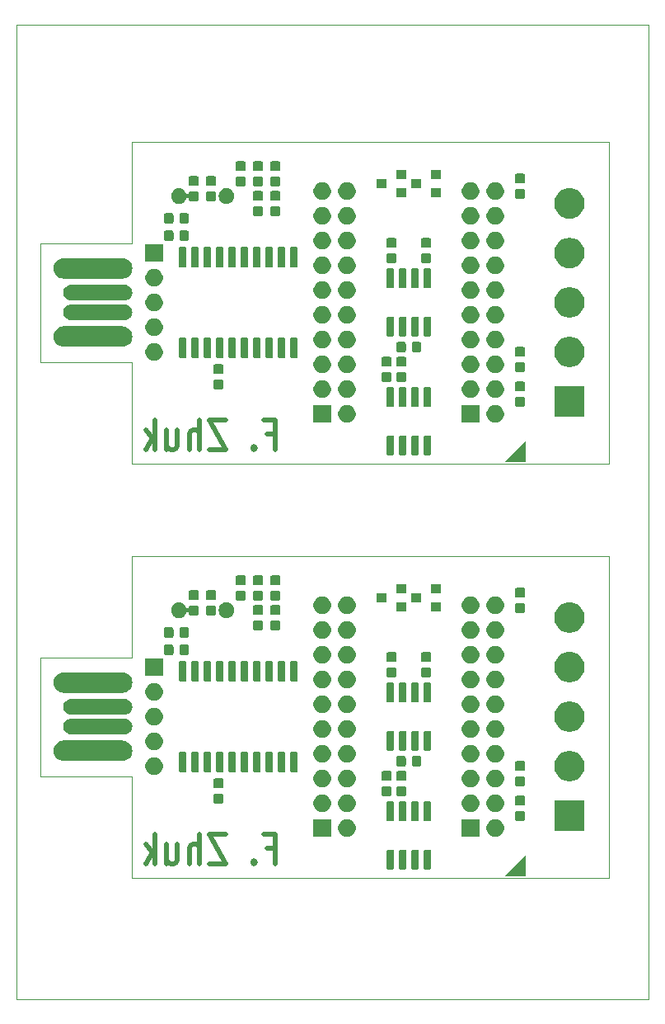
<source format=gbr>
G04 #@! TF.GenerationSoftware,KiCad,Pcbnew,(5.1.5)-3*
G04 #@! TF.CreationDate,2022-04-02T01:18:13+03:00*
G04 #@! TF.ProjectId,USB-UART_PANEL,5553422d-5541-4525-945f-50414e454c2e,rev?*
G04 #@! TF.SameCoordinates,Original*
G04 #@! TF.FileFunction,Soldermask,Bot*
G04 #@! TF.FilePolarity,Negative*
%FSLAX46Y46*%
G04 Gerber Fmt 4.6, Leading zero omitted, Abs format (unit mm)*
G04 Created by KiCad (PCBNEW (5.1.5)-3) date 2022-04-02 01:18:13*
%MOMM*%
%LPD*%
G04 APERTURE LIST*
%ADD10C,0.050000*%
%ADD11C,0.100000*%
%ADD12C,0.508000*%
G04 APERTURE END LIST*
D10*
X0Y100000000D02*
X0Y0D01*
X65000000Y100000000D02*
X0Y100000000D01*
X65000000Y0D02*
X65000000Y100000000D01*
X0Y0D02*
X65000000Y0D01*
D11*
G36*
X52284000Y12754000D02*
G01*
X50252000Y12754000D01*
X52284000Y14786000D01*
X52284000Y12754000D01*
G37*
X52284000Y12754000D02*
X50252000Y12754000D01*
X52284000Y14786000D01*
X52284000Y12754000D01*
D12*
X25771238Y15511714D02*
X26617904Y15511714D01*
X26617904Y13915142D02*
X26617904Y16963142D01*
X25408380Y16963142D01*
X24440761Y14205428D02*
X24319809Y14060285D01*
X24440761Y13915142D01*
X24561714Y14060285D01*
X24440761Y14205428D01*
X24440761Y13915142D01*
X21537904Y16963142D02*
X19844571Y16963142D01*
X21537904Y13915142D01*
X19844571Y13915142D01*
X18876952Y13915142D02*
X18876952Y16963142D01*
X17788380Y13915142D02*
X17788380Y15511714D01*
X17909333Y15802000D01*
X18151238Y15947142D01*
X18514095Y15947142D01*
X18756000Y15802000D01*
X18876952Y15656857D01*
X15490285Y15947142D02*
X15490285Y13915142D01*
X16578857Y15947142D02*
X16578857Y14350571D01*
X16457904Y14060285D01*
X16216000Y13915142D01*
X15853142Y13915142D01*
X15611238Y14060285D01*
X15490285Y14205428D01*
X14280761Y13915142D02*
X14280761Y16963142D01*
X14038857Y15076285D02*
X13313142Y13915142D01*
X13313142Y15947142D02*
X14280761Y14786000D01*
D10*
X2500000Y22914000D02*
X2500000Y35106000D01*
X11898000Y22914000D02*
X2500000Y22914000D01*
X11898000Y12500000D02*
X11898000Y22914000D01*
X60920000Y12500000D02*
X11898000Y12500000D01*
X60920000Y45520000D02*
X60920000Y12500000D01*
X11898000Y45520000D02*
X60920000Y45520000D01*
X11898000Y35106000D02*
X11898000Y45520000D01*
X2500000Y35106000D02*
X11898000Y35106000D01*
D11*
G36*
X52284000Y55254000D02*
G01*
X50252000Y55254000D01*
X52284000Y57286000D01*
X52284000Y55254000D01*
G37*
X52284000Y55254000D02*
X50252000Y55254000D01*
X52284000Y57286000D01*
X52284000Y55254000D01*
D12*
X25771238Y58011714D02*
X26617904Y58011714D01*
X26617904Y56415142D02*
X26617904Y59463142D01*
X25408380Y59463142D01*
X24440761Y56705428D02*
X24319809Y56560285D01*
X24440761Y56415142D01*
X24561714Y56560285D01*
X24440761Y56705428D01*
X24440761Y56415142D01*
X21537904Y59463142D02*
X19844571Y59463142D01*
X21537904Y56415142D01*
X19844571Y56415142D01*
X18876952Y56415142D02*
X18876952Y59463142D01*
X17788380Y56415142D02*
X17788380Y58011714D01*
X17909333Y58302000D01*
X18151238Y58447142D01*
X18514095Y58447142D01*
X18756000Y58302000D01*
X18876952Y58156857D01*
X15490285Y58447142D02*
X15490285Y56415142D01*
X16578857Y58447142D02*
X16578857Y56850571D01*
X16457904Y56560285D01*
X16216000Y56415142D01*
X15853142Y56415142D01*
X15611238Y56560285D01*
X15490285Y56705428D01*
X14280761Y56415142D02*
X14280761Y59463142D01*
X14038857Y57576285D02*
X13313142Y56415142D01*
X13313142Y58447142D02*
X14280761Y57286000D01*
D10*
X2500000Y65414000D02*
X2500000Y77606000D01*
X11898000Y65414000D02*
X2500000Y65414000D01*
X11898000Y55000000D02*
X11898000Y65414000D01*
X60920000Y55000000D02*
X11898000Y55000000D01*
X60920000Y88020000D02*
X60920000Y55000000D01*
X11898000Y88020000D02*
X60920000Y88020000D01*
X11898000Y77606000D02*
X11898000Y88020000D01*
X2500000Y77606000D02*
X11898000Y77606000D01*
D11*
G36*
X42510928Y15366236D02*
G01*
X42532009Y15359840D01*
X42551445Y15349452D01*
X42568476Y15335476D01*
X42582452Y15318445D01*
X42592840Y15299009D01*
X42599236Y15277928D01*
X42602000Y15249860D01*
X42602000Y13436140D01*
X42599236Y13408072D01*
X42592840Y13386991D01*
X42582452Y13367555D01*
X42568476Y13350524D01*
X42551445Y13336548D01*
X42532009Y13326160D01*
X42510928Y13319764D01*
X42482860Y13317000D01*
X42019140Y13317000D01*
X41991072Y13319764D01*
X41969991Y13326160D01*
X41950555Y13336548D01*
X41933524Y13350524D01*
X41919548Y13367555D01*
X41909160Y13386991D01*
X41902764Y13408072D01*
X41900000Y13436140D01*
X41900000Y15249860D01*
X41902764Y15277928D01*
X41909160Y15299009D01*
X41919548Y15318445D01*
X41933524Y15335476D01*
X41950555Y15349452D01*
X41969991Y15359840D01*
X41991072Y15366236D01*
X42019140Y15369000D01*
X42482860Y15369000D01*
X42510928Y15366236D01*
G37*
G36*
X41240928Y15366236D02*
G01*
X41262009Y15359840D01*
X41281445Y15349452D01*
X41298476Y15335476D01*
X41312452Y15318445D01*
X41322840Y15299009D01*
X41329236Y15277928D01*
X41332000Y15249860D01*
X41332000Y13436140D01*
X41329236Y13408072D01*
X41322840Y13386991D01*
X41312452Y13367555D01*
X41298476Y13350524D01*
X41281445Y13336548D01*
X41262009Y13326160D01*
X41240928Y13319764D01*
X41212860Y13317000D01*
X40749140Y13317000D01*
X40721072Y13319764D01*
X40699991Y13326160D01*
X40680555Y13336548D01*
X40663524Y13350524D01*
X40649548Y13367555D01*
X40639160Y13386991D01*
X40632764Y13408072D01*
X40630000Y13436140D01*
X40630000Y15249860D01*
X40632764Y15277928D01*
X40639160Y15299009D01*
X40649548Y15318445D01*
X40663524Y15335476D01*
X40680555Y15349452D01*
X40699991Y15359840D01*
X40721072Y15366236D01*
X40749140Y15369000D01*
X41212860Y15369000D01*
X41240928Y15366236D01*
G37*
G36*
X38700928Y15366236D02*
G01*
X38722009Y15359840D01*
X38741445Y15349452D01*
X38758476Y15335476D01*
X38772452Y15318445D01*
X38782840Y15299009D01*
X38789236Y15277928D01*
X38792000Y15249860D01*
X38792000Y13436140D01*
X38789236Y13408072D01*
X38782840Y13386991D01*
X38772452Y13367555D01*
X38758476Y13350524D01*
X38741445Y13336548D01*
X38722009Y13326160D01*
X38700928Y13319764D01*
X38672860Y13317000D01*
X38209140Y13317000D01*
X38181072Y13319764D01*
X38159991Y13326160D01*
X38140555Y13336548D01*
X38123524Y13350524D01*
X38109548Y13367555D01*
X38099160Y13386991D01*
X38092764Y13408072D01*
X38090000Y13436140D01*
X38090000Y15249860D01*
X38092764Y15277928D01*
X38099160Y15299009D01*
X38109548Y15318445D01*
X38123524Y15335476D01*
X38140555Y15349452D01*
X38159991Y15359840D01*
X38181072Y15366236D01*
X38209140Y15369000D01*
X38672860Y15369000D01*
X38700928Y15366236D01*
G37*
G36*
X39970928Y15366236D02*
G01*
X39992009Y15359840D01*
X40011445Y15349452D01*
X40028476Y15335476D01*
X40042452Y15318445D01*
X40052840Y15299009D01*
X40059236Y15277928D01*
X40062000Y15249860D01*
X40062000Y13436140D01*
X40059236Y13408072D01*
X40052840Y13386991D01*
X40042452Y13367555D01*
X40028476Y13350524D01*
X40011445Y13336548D01*
X39992009Y13326160D01*
X39970928Y13319764D01*
X39942860Y13317000D01*
X39479140Y13317000D01*
X39451072Y13319764D01*
X39429991Y13326160D01*
X39410555Y13336548D01*
X39393524Y13350524D01*
X39379548Y13367555D01*
X39369160Y13386991D01*
X39362764Y13408072D01*
X39360000Y13436140D01*
X39360000Y15249860D01*
X39362764Y15277928D01*
X39369160Y15299009D01*
X39379548Y15318445D01*
X39393524Y15335476D01*
X39410555Y15349452D01*
X39429991Y15359840D01*
X39451072Y15366236D01*
X39479140Y15369000D01*
X39942860Y15369000D01*
X39970928Y15366236D01*
G37*
G36*
X32357000Y16679000D02*
G01*
X30555000Y16679000D01*
X30555000Y18481000D01*
X32357000Y18481000D01*
X32357000Y16679000D01*
G37*
G36*
X34109512Y18476073D02*
G01*
X34258812Y18446376D01*
X34422784Y18378456D01*
X34570354Y18279853D01*
X34695853Y18154354D01*
X34794456Y18006784D01*
X34862376Y17842812D01*
X34897000Y17668741D01*
X34897000Y17491259D01*
X34862376Y17317188D01*
X34794456Y17153216D01*
X34695853Y17005646D01*
X34570354Y16880147D01*
X34422784Y16781544D01*
X34258812Y16713624D01*
X34109512Y16683927D01*
X34084742Y16679000D01*
X33907258Y16679000D01*
X33882488Y16683927D01*
X33733188Y16713624D01*
X33569216Y16781544D01*
X33421646Y16880147D01*
X33296147Y17005646D01*
X33197544Y17153216D01*
X33129624Y17317188D01*
X33095000Y17491259D01*
X33095000Y17668741D01*
X33129624Y17842812D01*
X33197544Y18006784D01*
X33296147Y18154354D01*
X33421646Y18279853D01*
X33569216Y18378456D01*
X33733188Y18446376D01*
X33882488Y18476073D01*
X33907258Y18481000D01*
X34084742Y18481000D01*
X34109512Y18476073D01*
G37*
G36*
X47597000Y16679000D02*
G01*
X45795000Y16679000D01*
X45795000Y18481000D01*
X47597000Y18481000D01*
X47597000Y16679000D01*
G37*
G36*
X49349512Y18476073D02*
G01*
X49498812Y18446376D01*
X49662784Y18378456D01*
X49810354Y18279853D01*
X49935853Y18154354D01*
X50034456Y18006784D01*
X50102376Y17842812D01*
X50137000Y17668741D01*
X50137000Y17491259D01*
X50102376Y17317188D01*
X50034456Y17153216D01*
X49935853Y17005646D01*
X49810354Y16880147D01*
X49662784Y16781544D01*
X49498812Y16713624D01*
X49349512Y16683927D01*
X49324742Y16679000D01*
X49147258Y16679000D01*
X49122488Y16683927D01*
X48973188Y16713624D01*
X48809216Y16781544D01*
X48661646Y16880147D01*
X48536147Y17005646D01*
X48437544Y17153216D01*
X48369624Y17317188D01*
X48335000Y17491259D01*
X48335000Y17668741D01*
X48369624Y17842812D01*
X48437544Y18006784D01*
X48536147Y18154354D01*
X48661646Y18279853D01*
X48809216Y18378456D01*
X48973188Y18446376D01*
X49122488Y18476073D01*
X49147258Y18481000D01*
X49324742Y18481000D01*
X49349512Y18476073D01*
G37*
G36*
X58407000Y17299000D02*
G01*
X55305000Y17299000D01*
X55305000Y20401000D01*
X58407000Y20401000D01*
X58407000Y17299000D01*
G37*
G36*
X38700928Y20316236D02*
G01*
X38722009Y20309840D01*
X38741445Y20299452D01*
X38758476Y20285476D01*
X38772452Y20268445D01*
X38782840Y20249009D01*
X38789236Y20227928D01*
X38792000Y20199860D01*
X38792000Y18386140D01*
X38789236Y18358072D01*
X38782840Y18336991D01*
X38772452Y18317555D01*
X38758476Y18300524D01*
X38741445Y18286548D01*
X38722009Y18276160D01*
X38700928Y18269764D01*
X38672860Y18267000D01*
X38209140Y18267000D01*
X38181072Y18269764D01*
X38159991Y18276160D01*
X38140555Y18286548D01*
X38123524Y18300524D01*
X38109548Y18317555D01*
X38099160Y18336991D01*
X38092764Y18358072D01*
X38090000Y18386140D01*
X38090000Y20199860D01*
X38092764Y20227928D01*
X38099160Y20249009D01*
X38109548Y20268445D01*
X38123524Y20285476D01*
X38140555Y20299452D01*
X38159991Y20309840D01*
X38181072Y20316236D01*
X38209140Y20319000D01*
X38672860Y20319000D01*
X38700928Y20316236D01*
G37*
G36*
X39970928Y20316236D02*
G01*
X39992009Y20309840D01*
X40011445Y20299452D01*
X40028476Y20285476D01*
X40042452Y20268445D01*
X40052840Y20249009D01*
X40059236Y20227928D01*
X40062000Y20199860D01*
X40062000Y18386140D01*
X40059236Y18358072D01*
X40052840Y18336991D01*
X40042452Y18317555D01*
X40028476Y18300524D01*
X40011445Y18286548D01*
X39992009Y18276160D01*
X39970928Y18269764D01*
X39942860Y18267000D01*
X39479140Y18267000D01*
X39451072Y18269764D01*
X39429991Y18276160D01*
X39410555Y18286548D01*
X39393524Y18300524D01*
X39379548Y18317555D01*
X39369160Y18336991D01*
X39362764Y18358072D01*
X39360000Y18386140D01*
X39360000Y20199860D01*
X39362764Y20227928D01*
X39369160Y20249009D01*
X39379548Y20268445D01*
X39393524Y20285476D01*
X39410555Y20299452D01*
X39429991Y20309840D01*
X39451072Y20316236D01*
X39479140Y20319000D01*
X39942860Y20319000D01*
X39970928Y20316236D01*
G37*
G36*
X41240928Y20316236D02*
G01*
X41262009Y20309840D01*
X41281445Y20299452D01*
X41298476Y20285476D01*
X41312452Y20268445D01*
X41322840Y20249009D01*
X41329236Y20227928D01*
X41332000Y20199860D01*
X41332000Y18386140D01*
X41329236Y18358072D01*
X41322840Y18336991D01*
X41312452Y18317555D01*
X41298476Y18300524D01*
X41281445Y18286548D01*
X41262009Y18276160D01*
X41240928Y18269764D01*
X41212860Y18267000D01*
X40749140Y18267000D01*
X40721072Y18269764D01*
X40699991Y18276160D01*
X40680555Y18286548D01*
X40663524Y18300524D01*
X40649548Y18317555D01*
X40639160Y18336991D01*
X40632764Y18358072D01*
X40630000Y18386140D01*
X40630000Y20199860D01*
X40632764Y20227928D01*
X40639160Y20249009D01*
X40649548Y20268445D01*
X40663524Y20285476D01*
X40680555Y20299452D01*
X40699991Y20309840D01*
X40721072Y20316236D01*
X40749140Y20319000D01*
X41212860Y20319000D01*
X41240928Y20316236D01*
G37*
G36*
X42510928Y20316236D02*
G01*
X42532009Y20309840D01*
X42551445Y20299452D01*
X42568476Y20285476D01*
X42582452Y20268445D01*
X42592840Y20249009D01*
X42599236Y20227928D01*
X42602000Y20199860D01*
X42602000Y18386140D01*
X42599236Y18358072D01*
X42592840Y18336991D01*
X42582452Y18317555D01*
X42568476Y18300524D01*
X42551445Y18286548D01*
X42532009Y18276160D01*
X42510928Y18269764D01*
X42482860Y18267000D01*
X42019140Y18267000D01*
X41991072Y18269764D01*
X41969991Y18276160D01*
X41950555Y18286548D01*
X41933524Y18300524D01*
X41919548Y18317555D01*
X41909160Y18336991D01*
X41902764Y18358072D01*
X41900000Y18386140D01*
X41900000Y20199860D01*
X41902764Y20227928D01*
X41909160Y20249009D01*
X41919548Y20268445D01*
X41933524Y20285476D01*
X41950555Y20299452D01*
X41969991Y20309840D01*
X41991072Y20316236D01*
X42019140Y20319000D01*
X42482860Y20319000D01*
X42510928Y20316236D01*
G37*
G36*
X52155591Y19308915D02*
G01*
X52189569Y19298607D01*
X52220890Y19281866D01*
X52248339Y19259339D01*
X52270866Y19231890D01*
X52287607Y19200569D01*
X52297915Y19166591D01*
X52302000Y19125110D01*
X52302000Y18523890D01*
X52297915Y18482409D01*
X52287607Y18448431D01*
X52270866Y18417110D01*
X52248339Y18389661D01*
X52220890Y18367134D01*
X52189569Y18350393D01*
X52155591Y18340085D01*
X52114110Y18336000D01*
X51437890Y18336000D01*
X51396409Y18340085D01*
X51362431Y18350393D01*
X51331110Y18367134D01*
X51303661Y18389661D01*
X51281134Y18417110D01*
X51264393Y18448431D01*
X51254085Y18482409D01*
X51250000Y18523890D01*
X51250000Y19125110D01*
X51254085Y19166591D01*
X51264393Y19200569D01*
X51281134Y19231890D01*
X51303661Y19259339D01*
X51331110Y19281866D01*
X51362431Y19298607D01*
X51396409Y19308915D01*
X51437890Y19313000D01*
X52114110Y19313000D01*
X52155591Y19308915D01*
G37*
G36*
X34109512Y21016073D02*
G01*
X34258812Y20986376D01*
X34422784Y20918456D01*
X34570354Y20819853D01*
X34695853Y20694354D01*
X34794456Y20546784D01*
X34862376Y20382812D01*
X34897000Y20208741D01*
X34897000Y20031259D01*
X34862376Y19857188D01*
X34794456Y19693216D01*
X34695853Y19545646D01*
X34570354Y19420147D01*
X34422784Y19321544D01*
X34258812Y19253624D01*
X34109512Y19223927D01*
X34084742Y19219000D01*
X33907258Y19219000D01*
X33882488Y19223927D01*
X33733188Y19253624D01*
X33569216Y19321544D01*
X33421646Y19420147D01*
X33296147Y19545646D01*
X33197544Y19693216D01*
X33129624Y19857188D01*
X33095000Y20031259D01*
X33095000Y20208741D01*
X33129624Y20382812D01*
X33197544Y20546784D01*
X33296147Y20694354D01*
X33421646Y20819853D01*
X33569216Y20918456D01*
X33733188Y20986376D01*
X33882488Y21016073D01*
X33907258Y21021000D01*
X34084742Y21021000D01*
X34109512Y21016073D01*
G37*
G36*
X31569512Y21016073D02*
G01*
X31718812Y20986376D01*
X31882784Y20918456D01*
X32030354Y20819853D01*
X32155853Y20694354D01*
X32254456Y20546784D01*
X32322376Y20382812D01*
X32357000Y20208741D01*
X32357000Y20031259D01*
X32322376Y19857188D01*
X32254456Y19693216D01*
X32155853Y19545646D01*
X32030354Y19420147D01*
X31882784Y19321544D01*
X31718812Y19253624D01*
X31569512Y19223927D01*
X31544742Y19219000D01*
X31367258Y19219000D01*
X31342488Y19223927D01*
X31193188Y19253624D01*
X31029216Y19321544D01*
X30881646Y19420147D01*
X30756147Y19545646D01*
X30657544Y19693216D01*
X30589624Y19857188D01*
X30555000Y20031259D01*
X30555000Y20208741D01*
X30589624Y20382812D01*
X30657544Y20546784D01*
X30756147Y20694354D01*
X30881646Y20819853D01*
X31029216Y20918456D01*
X31193188Y20986376D01*
X31342488Y21016073D01*
X31367258Y21021000D01*
X31544742Y21021000D01*
X31569512Y21016073D01*
G37*
G36*
X46809512Y21016073D02*
G01*
X46958812Y20986376D01*
X47122784Y20918456D01*
X47270354Y20819853D01*
X47395853Y20694354D01*
X47494456Y20546784D01*
X47562376Y20382812D01*
X47597000Y20208741D01*
X47597000Y20031259D01*
X47562376Y19857188D01*
X47494456Y19693216D01*
X47395853Y19545646D01*
X47270354Y19420147D01*
X47122784Y19321544D01*
X46958812Y19253624D01*
X46809512Y19223927D01*
X46784742Y19219000D01*
X46607258Y19219000D01*
X46582488Y19223927D01*
X46433188Y19253624D01*
X46269216Y19321544D01*
X46121646Y19420147D01*
X45996147Y19545646D01*
X45897544Y19693216D01*
X45829624Y19857188D01*
X45795000Y20031259D01*
X45795000Y20208741D01*
X45829624Y20382812D01*
X45897544Y20546784D01*
X45996147Y20694354D01*
X46121646Y20819853D01*
X46269216Y20918456D01*
X46433188Y20986376D01*
X46582488Y21016073D01*
X46607258Y21021000D01*
X46784742Y21021000D01*
X46809512Y21016073D01*
G37*
G36*
X49349512Y21016073D02*
G01*
X49498812Y20986376D01*
X49662784Y20918456D01*
X49810354Y20819853D01*
X49935853Y20694354D01*
X50034456Y20546784D01*
X50102376Y20382812D01*
X50137000Y20208741D01*
X50137000Y20031259D01*
X50102376Y19857188D01*
X50034456Y19693216D01*
X49935853Y19545646D01*
X49810354Y19420147D01*
X49662784Y19321544D01*
X49498812Y19253624D01*
X49349512Y19223927D01*
X49324742Y19219000D01*
X49147258Y19219000D01*
X49122488Y19223927D01*
X48973188Y19253624D01*
X48809216Y19321544D01*
X48661646Y19420147D01*
X48536147Y19545646D01*
X48437544Y19693216D01*
X48369624Y19857188D01*
X48335000Y20031259D01*
X48335000Y20208741D01*
X48369624Y20382812D01*
X48437544Y20546784D01*
X48536147Y20694354D01*
X48661646Y20819853D01*
X48809216Y20918456D01*
X48973188Y20986376D01*
X49122488Y21016073D01*
X49147258Y21021000D01*
X49324742Y21021000D01*
X49349512Y21016073D01*
G37*
G36*
X52155591Y20883915D02*
G01*
X52189569Y20873607D01*
X52220890Y20856866D01*
X52248339Y20834339D01*
X52270866Y20806890D01*
X52287607Y20775569D01*
X52297915Y20741591D01*
X52302000Y20700110D01*
X52302000Y20098890D01*
X52297915Y20057409D01*
X52287607Y20023431D01*
X52270866Y19992110D01*
X52248339Y19964661D01*
X52220890Y19942134D01*
X52189569Y19925393D01*
X52155591Y19915085D01*
X52114110Y19911000D01*
X51437890Y19911000D01*
X51396409Y19915085D01*
X51362431Y19925393D01*
X51331110Y19942134D01*
X51303661Y19964661D01*
X51281134Y19992110D01*
X51264393Y20023431D01*
X51254085Y20057409D01*
X51250000Y20098890D01*
X51250000Y20700110D01*
X51254085Y20741591D01*
X51264393Y20775569D01*
X51281134Y20806890D01*
X51303661Y20834339D01*
X51331110Y20856866D01*
X51362431Y20873607D01*
X51396409Y20883915D01*
X51437890Y20888000D01*
X52114110Y20888000D01*
X52155591Y20883915D01*
G37*
G36*
X21167591Y21086915D02*
G01*
X21201569Y21076607D01*
X21232890Y21059866D01*
X21260339Y21037339D01*
X21282866Y21009890D01*
X21299607Y20978569D01*
X21309915Y20944591D01*
X21314000Y20903110D01*
X21314000Y20301890D01*
X21309915Y20260409D01*
X21299607Y20226431D01*
X21282866Y20195110D01*
X21260339Y20167661D01*
X21232890Y20145134D01*
X21201569Y20128393D01*
X21167591Y20118085D01*
X21126110Y20114000D01*
X20449890Y20114000D01*
X20408409Y20118085D01*
X20374431Y20128393D01*
X20343110Y20145134D01*
X20315661Y20167661D01*
X20293134Y20195110D01*
X20276393Y20226431D01*
X20266085Y20260409D01*
X20262000Y20301890D01*
X20262000Y20903110D01*
X20266085Y20944591D01*
X20276393Y20978569D01*
X20293134Y21009890D01*
X20315661Y21037339D01*
X20343110Y21059866D01*
X20374431Y21076607D01*
X20408409Y21086915D01*
X20449890Y21091000D01*
X21126110Y21091000D01*
X21167591Y21086915D01*
G37*
G36*
X39963591Y21848915D02*
G01*
X39997569Y21838607D01*
X40028890Y21821866D01*
X40056339Y21799339D01*
X40078866Y21771890D01*
X40095607Y21740569D01*
X40105915Y21706591D01*
X40110000Y21665110D01*
X40110000Y21063890D01*
X40105915Y21022409D01*
X40095607Y20988431D01*
X40078866Y20957110D01*
X40056339Y20929661D01*
X40028890Y20907134D01*
X39997569Y20890393D01*
X39963591Y20880085D01*
X39922110Y20876000D01*
X39245890Y20876000D01*
X39204409Y20880085D01*
X39170431Y20890393D01*
X39139110Y20907134D01*
X39111661Y20929661D01*
X39089134Y20957110D01*
X39072393Y20988431D01*
X39062085Y21022409D01*
X39058000Y21063890D01*
X39058000Y21665110D01*
X39062085Y21706591D01*
X39072393Y21740569D01*
X39089134Y21771890D01*
X39111661Y21799339D01*
X39139110Y21821866D01*
X39170431Y21838607D01*
X39204409Y21848915D01*
X39245890Y21853000D01*
X39922110Y21853000D01*
X39963591Y21848915D01*
G37*
G36*
X38439591Y21848915D02*
G01*
X38473569Y21838607D01*
X38504890Y21821866D01*
X38532339Y21799339D01*
X38554866Y21771890D01*
X38571607Y21740569D01*
X38581915Y21706591D01*
X38586000Y21665110D01*
X38586000Y21063890D01*
X38581915Y21022409D01*
X38571607Y20988431D01*
X38554866Y20957110D01*
X38532339Y20929661D01*
X38504890Y20907134D01*
X38473569Y20890393D01*
X38439591Y20880085D01*
X38398110Y20876000D01*
X37721890Y20876000D01*
X37680409Y20880085D01*
X37646431Y20890393D01*
X37615110Y20907134D01*
X37587661Y20929661D01*
X37565134Y20957110D01*
X37548393Y20988431D01*
X37538085Y21022409D01*
X37534000Y21063890D01*
X37534000Y21665110D01*
X37538085Y21706591D01*
X37548393Y21740569D01*
X37565134Y21771890D01*
X37587661Y21799339D01*
X37615110Y21821866D01*
X37646431Y21838607D01*
X37680409Y21848915D01*
X37721890Y21853000D01*
X38398110Y21853000D01*
X38439591Y21848915D01*
G37*
G36*
X21167591Y22661915D02*
G01*
X21201569Y22651607D01*
X21232890Y22634866D01*
X21260339Y22612339D01*
X21282866Y22584890D01*
X21299607Y22553569D01*
X21309915Y22519591D01*
X21314000Y22478110D01*
X21314000Y21876890D01*
X21309915Y21835409D01*
X21299607Y21801431D01*
X21282866Y21770110D01*
X21260339Y21742661D01*
X21232890Y21720134D01*
X21201569Y21703393D01*
X21167591Y21693085D01*
X21126110Y21689000D01*
X20449890Y21689000D01*
X20408409Y21693085D01*
X20374431Y21703393D01*
X20343110Y21720134D01*
X20315661Y21742661D01*
X20293134Y21770110D01*
X20276393Y21801431D01*
X20266085Y21835409D01*
X20262000Y21876890D01*
X20262000Y22478110D01*
X20266085Y22519591D01*
X20276393Y22553569D01*
X20293134Y22584890D01*
X20315661Y22612339D01*
X20343110Y22634866D01*
X20374431Y22651607D01*
X20408409Y22661915D01*
X20449890Y22666000D01*
X21126110Y22666000D01*
X21167591Y22661915D01*
G37*
G36*
X31569512Y23556073D02*
G01*
X31718812Y23526376D01*
X31882784Y23458456D01*
X32030354Y23359853D01*
X32155853Y23234354D01*
X32254456Y23086784D01*
X32322376Y22922812D01*
X32357000Y22748741D01*
X32357000Y22571259D01*
X32322376Y22397188D01*
X32254456Y22233216D01*
X32155853Y22085646D01*
X32030354Y21960147D01*
X31882784Y21861544D01*
X31718812Y21793624D01*
X31569512Y21763927D01*
X31544742Y21759000D01*
X31367258Y21759000D01*
X31342488Y21763927D01*
X31193188Y21793624D01*
X31029216Y21861544D01*
X30881646Y21960147D01*
X30756147Y22085646D01*
X30657544Y22233216D01*
X30589624Y22397188D01*
X30555000Y22571259D01*
X30555000Y22748741D01*
X30589624Y22922812D01*
X30657544Y23086784D01*
X30756147Y23234354D01*
X30881646Y23359853D01*
X31029216Y23458456D01*
X31193188Y23526376D01*
X31342488Y23556073D01*
X31367258Y23561000D01*
X31544742Y23561000D01*
X31569512Y23556073D01*
G37*
G36*
X34109512Y23556073D02*
G01*
X34258812Y23526376D01*
X34422784Y23458456D01*
X34570354Y23359853D01*
X34695853Y23234354D01*
X34794456Y23086784D01*
X34862376Y22922812D01*
X34897000Y22748741D01*
X34897000Y22571259D01*
X34862376Y22397188D01*
X34794456Y22233216D01*
X34695853Y22085646D01*
X34570354Y21960147D01*
X34422784Y21861544D01*
X34258812Y21793624D01*
X34109512Y21763927D01*
X34084742Y21759000D01*
X33907258Y21759000D01*
X33882488Y21763927D01*
X33733188Y21793624D01*
X33569216Y21861544D01*
X33421646Y21960147D01*
X33296147Y22085646D01*
X33197544Y22233216D01*
X33129624Y22397188D01*
X33095000Y22571259D01*
X33095000Y22748741D01*
X33129624Y22922812D01*
X33197544Y23086784D01*
X33296147Y23234354D01*
X33421646Y23359853D01*
X33569216Y23458456D01*
X33733188Y23526376D01*
X33882488Y23556073D01*
X33907258Y23561000D01*
X34084742Y23561000D01*
X34109512Y23556073D01*
G37*
G36*
X49349512Y23556073D02*
G01*
X49498812Y23526376D01*
X49662784Y23458456D01*
X49810354Y23359853D01*
X49935853Y23234354D01*
X50034456Y23086784D01*
X50102376Y22922812D01*
X50137000Y22748741D01*
X50137000Y22571259D01*
X50102376Y22397188D01*
X50034456Y22233216D01*
X49935853Y22085646D01*
X49810354Y21960147D01*
X49662784Y21861544D01*
X49498812Y21793624D01*
X49349512Y21763927D01*
X49324742Y21759000D01*
X49147258Y21759000D01*
X49122488Y21763927D01*
X48973188Y21793624D01*
X48809216Y21861544D01*
X48661646Y21960147D01*
X48536147Y22085646D01*
X48437544Y22233216D01*
X48369624Y22397188D01*
X48335000Y22571259D01*
X48335000Y22748741D01*
X48369624Y22922812D01*
X48437544Y23086784D01*
X48536147Y23234354D01*
X48661646Y23359853D01*
X48809216Y23458456D01*
X48973188Y23526376D01*
X49122488Y23556073D01*
X49147258Y23561000D01*
X49324742Y23561000D01*
X49349512Y23556073D01*
G37*
G36*
X46809512Y23556073D02*
G01*
X46958812Y23526376D01*
X47122784Y23458456D01*
X47270354Y23359853D01*
X47395853Y23234354D01*
X47494456Y23086784D01*
X47562376Y22922812D01*
X47597000Y22748741D01*
X47597000Y22571259D01*
X47562376Y22397188D01*
X47494456Y22233216D01*
X47395853Y22085646D01*
X47270354Y21960147D01*
X47122784Y21861544D01*
X46958812Y21793624D01*
X46809512Y21763927D01*
X46784742Y21759000D01*
X46607258Y21759000D01*
X46582488Y21763927D01*
X46433188Y21793624D01*
X46269216Y21861544D01*
X46121646Y21960147D01*
X45996147Y22085646D01*
X45897544Y22233216D01*
X45829624Y22397188D01*
X45795000Y22571259D01*
X45795000Y22748741D01*
X45829624Y22922812D01*
X45897544Y23086784D01*
X45996147Y23234354D01*
X46121646Y23359853D01*
X46269216Y23458456D01*
X46433188Y23526376D01*
X46582488Y23556073D01*
X46607258Y23561000D01*
X46784742Y23561000D01*
X46809512Y23556073D01*
G37*
G36*
X52155591Y22864915D02*
G01*
X52189569Y22854607D01*
X52220890Y22837866D01*
X52248339Y22815339D01*
X52270866Y22787890D01*
X52287607Y22756569D01*
X52297915Y22722591D01*
X52302000Y22681110D01*
X52302000Y22079890D01*
X52297915Y22038409D01*
X52287607Y22004431D01*
X52270866Y21973110D01*
X52248339Y21945661D01*
X52220890Y21923134D01*
X52189569Y21906393D01*
X52155591Y21896085D01*
X52114110Y21892000D01*
X51437890Y21892000D01*
X51396409Y21896085D01*
X51362431Y21906393D01*
X51331110Y21923134D01*
X51303661Y21945661D01*
X51281134Y21973110D01*
X51264393Y22004431D01*
X51254085Y22038409D01*
X51250000Y22079890D01*
X51250000Y22681110D01*
X51254085Y22722591D01*
X51264393Y22756569D01*
X51281134Y22787890D01*
X51303661Y22815339D01*
X51331110Y22837866D01*
X51362431Y22854607D01*
X51396409Y22864915D01*
X51437890Y22869000D01*
X52114110Y22869000D01*
X52155591Y22864915D01*
G37*
G36*
X57158585Y25451198D02*
G01*
X57308410Y25421396D01*
X57590674Y25304479D01*
X57844705Y25134741D01*
X58060741Y24918705D01*
X58230479Y24664674D01*
X58347396Y24382410D01*
X58407000Y24082760D01*
X58407000Y23777240D01*
X58347396Y23477590D01*
X58230479Y23195326D01*
X58060741Y22941295D01*
X57844705Y22725259D01*
X57590674Y22555521D01*
X57308410Y22438604D01*
X57223679Y22421750D01*
X57008761Y22379000D01*
X56703239Y22379000D01*
X56488321Y22421750D01*
X56403590Y22438604D01*
X56121326Y22555521D01*
X55867295Y22725259D01*
X55651259Y22941295D01*
X55481521Y23195326D01*
X55364604Y23477590D01*
X55305000Y23777240D01*
X55305000Y24082760D01*
X55364604Y24382410D01*
X55481521Y24664674D01*
X55651259Y24918705D01*
X55867295Y25134741D01*
X56121326Y25304479D01*
X56403590Y25421396D01*
X56553415Y25451198D01*
X56703239Y25481000D01*
X57008761Y25481000D01*
X57158585Y25451198D01*
G37*
G36*
X38439591Y23423915D02*
G01*
X38473569Y23413607D01*
X38504890Y23396866D01*
X38532339Y23374339D01*
X38554866Y23346890D01*
X38571607Y23315569D01*
X38581915Y23281591D01*
X38586000Y23240110D01*
X38586000Y22638890D01*
X38581915Y22597409D01*
X38571607Y22563431D01*
X38554866Y22532110D01*
X38532339Y22504661D01*
X38504890Y22482134D01*
X38473569Y22465393D01*
X38439591Y22455085D01*
X38398110Y22451000D01*
X37721890Y22451000D01*
X37680409Y22455085D01*
X37646431Y22465393D01*
X37615110Y22482134D01*
X37587661Y22504661D01*
X37565134Y22532110D01*
X37548393Y22563431D01*
X37538085Y22597409D01*
X37534000Y22638890D01*
X37534000Y23240110D01*
X37538085Y23281591D01*
X37548393Y23315569D01*
X37565134Y23346890D01*
X37587661Y23374339D01*
X37615110Y23396866D01*
X37646431Y23413607D01*
X37680409Y23423915D01*
X37721890Y23428000D01*
X38398110Y23428000D01*
X38439591Y23423915D01*
G37*
G36*
X39963591Y23423915D02*
G01*
X39997569Y23413607D01*
X40028890Y23396866D01*
X40056339Y23374339D01*
X40078866Y23346890D01*
X40095607Y23315569D01*
X40105915Y23281591D01*
X40110000Y23240110D01*
X40110000Y22638890D01*
X40105915Y22597409D01*
X40095607Y22563431D01*
X40078866Y22532110D01*
X40056339Y22504661D01*
X40028890Y22482134D01*
X39997569Y22465393D01*
X39963591Y22455085D01*
X39922110Y22451000D01*
X39245890Y22451000D01*
X39204409Y22455085D01*
X39170431Y22465393D01*
X39139110Y22482134D01*
X39111661Y22504661D01*
X39089134Y22532110D01*
X39072393Y22563431D01*
X39062085Y22597409D01*
X39058000Y22638890D01*
X39058000Y23240110D01*
X39062085Y23281591D01*
X39072393Y23315569D01*
X39089134Y23346890D01*
X39111661Y23374339D01*
X39139110Y23396866D01*
X39170431Y23413607D01*
X39204409Y23423915D01*
X39245890Y23428000D01*
X39922110Y23428000D01*
X39963591Y23423915D01*
G37*
G36*
X14297512Y24826073D02*
G01*
X14446812Y24796376D01*
X14610784Y24728456D01*
X14758354Y24629853D01*
X14883853Y24504354D01*
X14982456Y24356784D01*
X15050376Y24192812D01*
X15085000Y24018741D01*
X15085000Y23841259D01*
X15050376Y23667188D01*
X14982456Y23503216D01*
X14883853Y23355646D01*
X14758354Y23230147D01*
X14610784Y23131544D01*
X14446812Y23063624D01*
X14297512Y23033927D01*
X14272742Y23029000D01*
X14095258Y23029000D01*
X14070488Y23033927D01*
X13921188Y23063624D01*
X13757216Y23131544D01*
X13609646Y23230147D01*
X13484147Y23355646D01*
X13385544Y23503216D01*
X13317624Y23667188D01*
X13283000Y23841259D01*
X13283000Y24018741D01*
X13317624Y24192812D01*
X13385544Y24356784D01*
X13484147Y24504354D01*
X13609646Y24629853D01*
X13757216Y24728456D01*
X13921188Y24796376D01*
X14070488Y24826073D01*
X14095258Y24831000D01*
X14272742Y24831000D01*
X14297512Y24826073D01*
G37*
G36*
X24984928Y25433236D02*
G01*
X25006009Y25426840D01*
X25025445Y25416452D01*
X25042476Y25402476D01*
X25056452Y25385445D01*
X25066840Y25366009D01*
X25073236Y25344928D01*
X25076000Y25316860D01*
X25076000Y23403140D01*
X25073236Y23375072D01*
X25066840Y23353991D01*
X25056452Y23334555D01*
X25042476Y23317524D01*
X25025445Y23303548D01*
X25006009Y23293160D01*
X24984928Y23286764D01*
X24956860Y23284000D01*
X24493140Y23284000D01*
X24465072Y23286764D01*
X24443991Y23293160D01*
X24424555Y23303548D01*
X24407524Y23317524D01*
X24393548Y23334555D01*
X24383160Y23353991D01*
X24376764Y23375072D01*
X24374000Y23403140D01*
X24374000Y25316860D01*
X24376764Y25344928D01*
X24383160Y25366009D01*
X24393548Y25385445D01*
X24407524Y25402476D01*
X24424555Y25416452D01*
X24443991Y25426840D01*
X24465072Y25433236D01*
X24493140Y25436000D01*
X24956860Y25436000D01*
X24984928Y25433236D01*
G37*
G36*
X17364928Y25433236D02*
G01*
X17386009Y25426840D01*
X17405445Y25416452D01*
X17422476Y25402476D01*
X17436452Y25385445D01*
X17446840Y25366009D01*
X17453236Y25344928D01*
X17456000Y25316860D01*
X17456000Y23403140D01*
X17453236Y23375072D01*
X17446840Y23353991D01*
X17436452Y23334555D01*
X17422476Y23317524D01*
X17405445Y23303548D01*
X17386009Y23293160D01*
X17364928Y23286764D01*
X17336860Y23284000D01*
X16873140Y23284000D01*
X16845072Y23286764D01*
X16823991Y23293160D01*
X16804555Y23303548D01*
X16787524Y23317524D01*
X16773548Y23334555D01*
X16763160Y23353991D01*
X16756764Y23375072D01*
X16754000Y23403140D01*
X16754000Y25316860D01*
X16756764Y25344928D01*
X16763160Y25366009D01*
X16773548Y25385445D01*
X16787524Y25402476D01*
X16804555Y25416452D01*
X16823991Y25426840D01*
X16845072Y25433236D01*
X16873140Y25436000D01*
X17336860Y25436000D01*
X17364928Y25433236D01*
G37*
G36*
X18634928Y25433236D02*
G01*
X18656009Y25426840D01*
X18675445Y25416452D01*
X18692476Y25402476D01*
X18706452Y25385445D01*
X18716840Y25366009D01*
X18723236Y25344928D01*
X18726000Y25316860D01*
X18726000Y23403140D01*
X18723236Y23375072D01*
X18716840Y23353991D01*
X18706452Y23334555D01*
X18692476Y23317524D01*
X18675445Y23303548D01*
X18656009Y23293160D01*
X18634928Y23286764D01*
X18606860Y23284000D01*
X18143140Y23284000D01*
X18115072Y23286764D01*
X18093991Y23293160D01*
X18074555Y23303548D01*
X18057524Y23317524D01*
X18043548Y23334555D01*
X18033160Y23353991D01*
X18026764Y23375072D01*
X18024000Y23403140D01*
X18024000Y25316860D01*
X18026764Y25344928D01*
X18033160Y25366009D01*
X18043548Y25385445D01*
X18057524Y25402476D01*
X18074555Y25416452D01*
X18093991Y25426840D01*
X18115072Y25433236D01*
X18143140Y25436000D01*
X18606860Y25436000D01*
X18634928Y25433236D01*
G37*
G36*
X19904928Y25433236D02*
G01*
X19926009Y25426840D01*
X19945445Y25416452D01*
X19962476Y25402476D01*
X19976452Y25385445D01*
X19986840Y25366009D01*
X19993236Y25344928D01*
X19996000Y25316860D01*
X19996000Y23403140D01*
X19993236Y23375072D01*
X19986840Y23353991D01*
X19976452Y23334555D01*
X19962476Y23317524D01*
X19945445Y23303548D01*
X19926009Y23293160D01*
X19904928Y23286764D01*
X19876860Y23284000D01*
X19413140Y23284000D01*
X19385072Y23286764D01*
X19363991Y23293160D01*
X19344555Y23303548D01*
X19327524Y23317524D01*
X19313548Y23334555D01*
X19303160Y23353991D01*
X19296764Y23375072D01*
X19294000Y23403140D01*
X19294000Y25316860D01*
X19296764Y25344928D01*
X19303160Y25366009D01*
X19313548Y25385445D01*
X19327524Y25402476D01*
X19344555Y25416452D01*
X19363991Y25426840D01*
X19385072Y25433236D01*
X19413140Y25436000D01*
X19876860Y25436000D01*
X19904928Y25433236D01*
G37*
G36*
X21174928Y25433236D02*
G01*
X21196009Y25426840D01*
X21215445Y25416452D01*
X21232476Y25402476D01*
X21246452Y25385445D01*
X21256840Y25366009D01*
X21263236Y25344928D01*
X21266000Y25316860D01*
X21266000Y23403140D01*
X21263236Y23375072D01*
X21256840Y23353991D01*
X21246452Y23334555D01*
X21232476Y23317524D01*
X21215445Y23303548D01*
X21196009Y23293160D01*
X21174928Y23286764D01*
X21146860Y23284000D01*
X20683140Y23284000D01*
X20655072Y23286764D01*
X20633991Y23293160D01*
X20614555Y23303548D01*
X20597524Y23317524D01*
X20583548Y23334555D01*
X20573160Y23353991D01*
X20566764Y23375072D01*
X20564000Y23403140D01*
X20564000Y25316860D01*
X20566764Y25344928D01*
X20573160Y25366009D01*
X20583548Y25385445D01*
X20597524Y25402476D01*
X20614555Y25416452D01*
X20633991Y25426840D01*
X20655072Y25433236D01*
X20683140Y25436000D01*
X21146860Y25436000D01*
X21174928Y25433236D01*
G37*
G36*
X22444928Y25433236D02*
G01*
X22466009Y25426840D01*
X22485445Y25416452D01*
X22502476Y25402476D01*
X22516452Y25385445D01*
X22526840Y25366009D01*
X22533236Y25344928D01*
X22536000Y25316860D01*
X22536000Y23403140D01*
X22533236Y23375072D01*
X22526840Y23353991D01*
X22516452Y23334555D01*
X22502476Y23317524D01*
X22485445Y23303548D01*
X22466009Y23293160D01*
X22444928Y23286764D01*
X22416860Y23284000D01*
X21953140Y23284000D01*
X21925072Y23286764D01*
X21903991Y23293160D01*
X21884555Y23303548D01*
X21867524Y23317524D01*
X21853548Y23334555D01*
X21843160Y23353991D01*
X21836764Y23375072D01*
X21834000Y23403140D01*
X21834000Y25316860D01*
X21836764Y25344928D01*
X21843160Y25366009D01*
X21853548Y25385445D01*
X21867524Y25402476D01*
X21884555Y25416452D01*
X21903991Y25426840D01*
X21925072Y25433236D01*
X21953140Y25436000D01*
X22416860Y25436000D01*
X22444928Y25433236D01*
G37*
G36*
X23714928Y25433236D02*
G01*
X23736009Y25426840D01*
X23755445Y25416452D01*
X23772476Y25402476D01*
X23786452Y25385445D01*
X23796840Y25366009D01*
X23803236Y25344928D01*
X23806000Y25316860D01*
X23806000Y23403140D01*
X23803236Y23375072D01*
X23796840Y23353991D01*
X23786452Y23334555D01*
X23772476Y23317524D01*
X23755445Y23303548D01*
X23736009Y23293160D01*
X23714928Y23286764D01*
X23686860Y23284000D01*
X23223140Y23284000D01*
X23195072Y23286764D01*
X23173991Y23293160D01*
X23154555Y23303548D01*
X23137524Y23317524D01*
X23123548Y23334555D01*
X23113160Y23353991D01*
X23106764Y23375072D01*
X23104000Y23403140D01*
X23104000Y25316860D01*
X23106764Y25344928D01*
X23113160Y25366009D01*
X23123548Y25385445D01*
X23137524Y25402476D01*
X23154555Y25416452D01*
X23173991Y25426840D01*
X23195072Y25433236D01*
X23223140Y25436000D01*
X23686860Y25436000D01*
X23714928Y25433236D01*
G37*
G36*
X27524928Y25433236D02*
G01*
X27546009Y25426840D01*
X27565445Y25416452D01*
X27582476Y25402476D01*
X27596452Y25385445D01*
X27606840Y25366009D01*
X27613236Y25344928D01*
X27616000Y25316860D01*
X27616000Y23403140D01*
X27613236Y23375072D01*
X27606840Y23353991D01*
X27596452Y23334555D01*
X27582476Y23317524D01*
X27565445Y23303548D01*
X27546009Y23293160D01*
X27524928Y23286764D01*
X27496860Y23284000D01*
X27033140Y23284000D01*
X27005072Y23286764D01*
X26983991Y23293160D01*
X26964555Y23303548D01*
X26947524Y23317524D01*
X26933548Y23334555D01*
X26923160Y23353991D01*
X26916764Y23375072D01*
X26914000Y23403140D01*
X26914000Y25316860D01*
X26916764Y25344928D01*
X26923160Y25366009D01*
X26933548Y25385445D01*
X26947524Y25402476D01*
X26964555Y25416452D01*
X26983991Y25426840D01*
X27005072Y25433236D01*
X27033140Y25436000D01*
X27496860Y25436000D01*
X27524928Y25433236D01*
G37*
G36*
X26254928Y25433236D02*
G01*
X26276009Y25426840D01*
X26295445Y25416452D01*
X26312476Y25402476D01*
X26326452Y25385445D01*
X26336840Y25366009D01*
X26343236Y25344928D01*
X26346000Y25316860D01*
X26346000Y23403140D01*
X26343236Y23375072D01*
X26336840Y23353991D01*
X26326452Y23334555D01*
X26312476Y23317524D01*
X26295445Y23303548D01*
X26276009Y23293160D01*
X26254928Y23286764D01*
X26226860Y23284000D01*
X25763140Y23284000D01*
X25735072Y23286764D01*
X25713991Y23293160D01*
X25694555Y23303548D01*
X25677524Y23317524D01*
X25663548Y23334555D01*
X25653160Y23353991D01*
X25646764Y23375072D01*
X25644000Y23403140D01*
X25644000Y25316860D01*
X25646764Y25344928D01*
X25653160Y25366009D01*
X25663548Y25385445D01*
X25677524Y25402476D01*
X25694555Y25416452D01*
X25713991Y25426840D01*
X25735072Y25433236D01*
X25763140Y25436000D01*
X26226860Y25436000D01*
X26254928Y25433236D01*
G37*
G36*
X28794928Y25433236D02*
G01*
X28816009Y25426840D01*
X28835445Y25416452D01*
X28852476Y25402476D01*
X28866452Y25385445D01*
X28876840Y25366009D01*
X28883236Y25344928D01*
X28886000Y25316860D01*
X28886000Y23403140D01*
X28883236Y23375072D01*
X28876840Y23353991D01*
X28866452Y23334555D01*
X28852476Y23317524D01*
X28835445Y23303548D01*
X28816009Y23293160D01*
X28794928Y23286764D01*
X28766860Y23284000D01*
X28303140Y23284000D01*
X28275072Y23286764D01*
X28253991Y23293160D01*
X28234555Y23303548D01*
X28217524Y23317524D01*
X28203548Y23334555D01*
X28193160Y23353991D01*
X28186764Y23375072D01*
X28184000Y23403140D01*
X28184000Y25316860D01*
X28186764Y25344928D01*
X28193160Y25366009D01*
X28203548Y25385445D01*
X28217524Y25402476D01*
X28234555Y25416452D01*
X28253991Y25426840D01*
X28275072Y25433236D01*
X28303140Y25436000D01*
X28766860Y25436000D01*
X28794928Y25433236D01*
G37*
G36*
X52155591Y24439915D02*
G01*
X52189569Y24429607D01*
X52220890Y24412866D01*
X52248339Y24390339D01*
X52270866Y24362890D01*
X52287607Y24331569D01*
X52297915Y24297591D01*
X52302000Y24256110D01*
X52302000Y23654890D01*
X52297915Y23613409D01*
X52287607Y23579431D01*
X52270866Y23548110D01*
X52248339Y23520661D01*
X52220890Y23498134D01*
X52189569Y23481393D01*
X52155591Y23471085D01*
X52114110Y23467000D01*
X51437890Y23467000D01*
X51396409Y23471085D01*
X51362431Y23481393D01*
X51331110Y23498134D01*
X51303661Y23520661D01*
X51281134Y23548110D01*
X51264393Y23579431D01*
X51254085Y23613409D01*
X51250000Y23654890D01*
X51250000Y24256110D01*
X51254085Y24297591D01*
X51264393Y24331569D01*
X51281134Y24362890D01*
X51303661Y24390339D01*
X51331110Y24412866D01*
X51362431Y24429607D01*
X51396409Y24439915D01*
X51437890Y24444000D01*
X52114110Y24444000D01*
X52155591Y24439915D01*
G37*
G36*
X39900591Y24959915D02*
G01*
X39934569Y24949607D01*
X39965890Y24932866D01*
X39993339Y24910339D01*
X40015866Y24882890D01*
X40032607Y24851569D01*
X40042915Y24817591D01*
X40047000Y24776110D01*
X40047000Y24099890D01*
X40042915Y24058409D01*
X40032607Y24024431D01*
X40015866Y23993110D01*
X39993339Y23965661D01*
X39965890Y23943134D01*
X39934569Y23926393D01*
X39900591Y23916085D01*
X39859110Y23912000D01*
X39257890Y23912000D01*
X39216409Y23916085D01*
X39182431Y23926393D01*
X39151110Y23943134D01*
X39123661Y23965661D01*
X39101134Y23993110D01*
X39084393Y24024431D01*
X39074085Y24058409D01*
X39070000Y24099890D01*
X39070000Y24776110D01*
X39074085Y24817591D01*
X39084393Y24851569D01*
X39101134Y24882890D01*
X39123661Y24910339D01*
X39151110Y24932866D01*
X39182431Y24949607D01*
X39216409Y24959915D01*
X39257890Y24964000D01*
X39859110Y24964000D01*
X39900591Y24959915D01*
G37*
G36*
X41475591Y24959915D02*
G01*
X41509569Y24949607D01*
X41540890Y24932866D01*
X41568339Y24910339D01*
X41590866Y24882890D01*
X41607607Y24851569D01*
X41617915Y24817591D01*
X41622000Y24776110D01*
X41622000Y24099890D01*
X41617915Y24058409D01*
X41607607Y24024431D01*
X41590866Y23993110D01*
X41568339Y23965661D01*
X41540890Y23943134D01*
X41509569Y23926393D01*
X41475591Y23916085D01*
X41434110Y23912000D01*
X40832890Y23912000D01*
X40791409Y23916085D01*
X40757431Y23926393D01*
X40726110Y23943134D01*
X40698661Y23965661D01*
X40676134Y23993110D01*
X40659393Y24024431D01*
X40649085Y24058409D01*
X40645000Y24099890D01*
X40645000Y24776110D01*
X40649085Y24817591D01*
X40659393Y24851569D01*
X40676134Y24882890D01*
X40698661Y24910339D01*
X40726110Y24932866D01*
X40757431Y24949607D01*
X40791409Y24959915D01*
X40832890Y24964000D01*
X41434110Y24964000D01*
X41475591Y24959915D01*
G37*
G36*
X34109512Y26096073D02*
G01*
X34258812Y26066376D01*
X34422784Y25998456D01*
X34570354Y25899853D01*
X34695853Y25774354D01*
X34794456Y25626784D01*
X34862376Y25462812D01*
X34897000Y25288741D01*
X34897000Y25111259D01*
X34862376Y24937188D01*
X34794456Y24773216D01*
X34695853Y24625646D01*
X34570354Y24500147D01*
X34422784Y24401544D01*
X34258812Y24333624D01*
X34109512Y24303927D01*
X34084742Y24299000D01*
X33907258Y24299000D01*
X33882488Y24303927D01*
X33733188Y24333624D01*
X33569216Y24401544D01*
X33421646Y24500147D01*
X33296147Y24625646D01*
X33197544Y24773216D01*
X33129624Y24937188D01*
X33095000Y25111259D01*
X33095000Y25288741D01*
X33129624Y25462812D01*
X33197544Y25626784D01*
X33296147Y25774354D01*
X33421646Y25899853D01*
X33569216Y25998456D01*
X33733188Y26066376D01*
X33882488Y26096073D01*
X33907258Y26101000D01*
X34084742Y26101000D01*
X34109512Y26096073D01*
G37*
G36*
X31569512Y26096073D02*
G01*
X31718812Y26066376D01*
X31882784Y25998456D01*
X32030354Y25899853D01*
X32155853Y25774354D01*
X32254456Y25626784D01*
X32322376Y25462812D01*
X32357000Y25288741D01*
X32357000Y25111259D01*
X32322376Y24937188D01*
X32254456Y24773216D01*
X32155853Y24625646D01*
X32030354Y24500147D01*
X31882784Y24401544D01*
X31718812Y24333624D01*
X31569512Y24303927D01*
X31544742Y24299000D01*
X31367258Y24299000D01*
X31342488Y24303927D01*
X31193188Y24333624D01*
X31029216Y24401544D01*
X30881646Y24500147D01*
X30756147Y24625646D01*
X30657544Y24773216D01*
X30589624Y24937188D01*
X30555000Y25111259D01*
X30555000Y25288741D01*
X30589624Y25462812D01*
X30657544Y25626784D01*
X30756147Y25774354D01*
X30881646Y25899853D01*
X31029216Y25998456D01*
X31193188Y26066376D01*
X31342488Y26096073D01*
X31367258Y26101000D01*
X31544742Y26101000D01*
X31569512Y26096073D01*
G37*
G36*
X46809512Y26096073D02*
G01*
X46958812Y26066376D01*
X47122784Y25998456D01*
X47270354Y25899853D01*
X47395853Y25774354D01*
X47494456Y25626784D01*
X47562376Y25462812D01*
X47597000Y25288741D01*
X47597000Y25111259D01*
X47562376Y24937188D01*
X47494456Y24773216D01*
X47395853Y24625646D01*
X47270354Y24500147D01*
X47122784Y24401544D01*
X46958812Y24333624D01*
X46809512Y24303927D01*
X46784742Y24299000D01*
X46607258Y24299000D01*
X46582488Y24303927D01*
X46433188Y24333624D01*
X46269216Y24401544D01*
X46121646Y24500147D01*
X45996147Y24625646D01*
X45897544Y24773216D01*
X45829624Y24937188D01*
X45795000Y25111259D01*
X45795000Y25288741D01*
X45829624Y25462812D01*
X45897544Y25626784D01*
X45996147Y25774354D01*
X46121646Y25899853D01*
X46269216Y25998456D01*
X46433188Y26066376D01*
X46582488Y26096073D01*
X46607258Y26101000D01*
X46784742Y26101000D01*
X46809512Y26096073D01*
G37*
G36*
X49349512Y26096073D02*
G01*
X49498812Y26066376D01*
X49662784Y25998456D01*
X49810354Y25899853D01*
X49935853Y25774354D01*
X50034456Y25626784D01*
X50102376Y25462812D01*
X50137000Y25288741D01*
X50137000Y25111259D01*
X50102376Y24937188D01*
X50034456Y24773216D01*
X49935853Y24625646D01*
X49810354Y24500147D01*
X49662784Y24401544D01*
X49498812Y24333624D01*
X49349512Y24303927D01*
X49324742Y24299000D01*
X49147258Y24299000D01*
X49122488Y24303927D01*
X48973188Y24333624D01*
X48809216Y24401544D01*
X48661646Y24500147D01*
X48536147Y24625646D01*
X48437544Y24773216D01*
X48369624Y24937188D01*
X48335000Y25111259D01*
X48335000Y25288741D01*
X48369624Y25462812D01*
X48437544Y25626784D01*
X48536147Y25774354D01*
X48661646Y25899853D01*
X48809216Y25998456D01*
X48973188Y26066376D01*
X49122488Y26096073D01*
X49147258Y26101000D01*
X49324742Y26101000D01*
X49349512Y26096073D01*
G37*
G36*
X11103040Y26540806D02*
G01*
X11300200Y26480998D01*
X11481904Y26383876D01*
X11641169Y26253170D01*
X11771875Y26093905D01*
X11868997Y25912201D01*
X11928805Y25715041D01*
X11949000Y25510001D01*
X11949000Y25509999D01*
X11928805Y25304959D01*
X11868997Y25107799D01*
X11771875Y24926095D01*
X11641169Y24766830D01*
X11481904Y24636124D01*
X11300200Y24539002D01*
X11103040Y24479194D01*
X10898000Y24458999D01*
X4898000Y24458999D01*
X4692960Y24479194D01*
X4495800Y24539002D01*
X4314096Y24636124D01*
X4154831Y24766830D01*
X4024125Y24926095D01*
X3927003Y25107799D01*
X3867195Y25304959D01*
X3847000Y25509999D01*
X3847000Y25510001D01*
X3867195Y25715041D01*
X3927003Y25912201D01*
X4024125Y26093905D01*
X4154831Y26253170D01*
X4314096Y26383876D01*
X4495800Y26480998D01*
X4692960Y26540806D01*
X4898000Y26561001D01*
X10898000Y26561001D01*
X11103040Y26540806D01*
G37*
G36*
X38700928Y27558236D02*
G01*
X38722009Y27551840D01*
X38741445Y27541452D01*
X38758476Y27527476D01*
X38772452Y27510445D01*
X38782840Y27491009D01*
X38789236Y27469928D01*
X38792000Y27441860D01*
X38792000Y25628140D01*
X38789236Y25600072D01*
X38782840Y25578991D01*
X38772452Y25559555D01*
X38758476Y25542524D01*
X38741445Y25528548D01*
X38722009Y25518160D01*
X38700928Y25511764D01*
X38672860Y25509000D01*
X38209140Y25509000D01*
X38181072Y25511764D01*
X38159991Y25518160D01*
X38140555Y25528548D01*
X38123524Y25542524D01*
X38109548Y25559555D01*
X38099160Y25578991D01*
X38092764Y25600072D01*
X38090000Y25628140D01*
X38090000Y27441860D01*
X38092764Y27469928D01*
X38099160Y27491009D01*
X38109548Y27510445D01*
X38123524Y27527476D01*
X38140555Y27541452D01*
X38159991Y27551840D01*
X38181072Y27558236D01*
X38209140Y27561000D01*
X38672860Y27561000D01*
X38700928Y27558236D01*
G37*
G36*
X39970928Y27558236D02*
G01*
X39992009Y27551840D01*
X40011445Y27541452D01*
X40028476Y27527476D01*
X40042452Y27510445D01*
X40052840Y27491009D01*
X40059236Y27469928D01*
X40062000Y27441860D01*
X40062000Y25628140D01*
X40059236Y25600072D01*
X40052840Y25578991D01*
X40042452Y25559555D01*
X40028476Y25542524D01*
X40011445Y25528548D01*
X39992009Y25518160D01*
X39970928Y25511764D01*
X39942860Y25509000D01*
X39479140Y25509000D01*
X39451072Y25511764D01*
X39429991Y25518160D01*
X39410555Y25528548D01*
X39393524Y25542524D01*
X39379548Y25559555D01*
X39369160Y25578991D01*
X39362764Y25600072D01*
X39360000Y25628140D01*
X39360000Y27441860D01*
X39362764Y27469928D01*
X39369160Y27491009D01*
X39379548Y27510445D01*
X39393524Y27527476D01*
X39410555Y27541452D01*
X39429991Y27551840D01*
X39451072Y27558236D01*
X39479140Y27561000D01*
X39942860Y27561000D01*
X39970928Y27558236D01*
G37*
G36*
X42510928Y27558236D02*
G01*
X42532009Y27551840D01*
X42551445Y27541452D01*
X42568476Y27527476D01*
X42582452Y27510445D01*
X42592840Y27491009D01*
X42599236Y27469928D01*
X42602000Y27441860D01*
X42602000Y25628140D01*
X42599236Y25600072D01*
X42592840Y25578991D01*
X42582452Y25559555D01*
X42568476Y25542524D01*
X42551445Y25528548D01*
X42532009Y25518160D01*
X42510928Y25511764D01*
X42482860Y25509000D01*
X42019140Y25509000D01*
X41991072Y25511764D01*
X41969991Y25518160D01*
X41950555Y25528548D01*
X41933524Y25542524D01*
X41919548Y25559555D01*
X41909160Y25578991D01*
X41902764Y25600072D01*
X41900000Y25628140D01*
X41900000Y27441860D01*
X41902764Y27469928D01*
X41909160Y27491009D01*
X41919548Y27510445D01*
X41933524Y27527476D01*
X41950555Y27541452D01*
X41969991Y27551840D01*
X41991072Y27558236D01*
X42019140Y27561000D01*
X42482860Y27561000D01*
X42510928Y27558236D01*
G37*
G36*
X41240928Y27558236D02*
G01*
X41262009Y27551840D01*
X41281445Y27541452D01*
X41298476Y27527476D01*
X41312452Y27510445D01*
X41322840Y27491009D01*
X41329236Y27469928D01*
X41332000Y27441860D01*
X41332000Y25628140D01*
X41329236Y25600072D01*
X41322840Y25578991D01*
X41312452Y25559555D01*
X41298476Y25542524D01*
X41281445Y25528548D01*
X41262009Y25518160D01*
X41240928Y25511764D01*
X41212860Y25509000D01*
X40749140Y25509000D01*
X40721072Y25511764D01*
X40699991Y25518160D01*
X40680555Y25528548D01*
X40663524Y25542524D01*
X40649548Y25559555D01*
X40639160Y25578991D01*
X40632764Y25600072D01*
X40630000Y25628140D01*
X40630000Y27441860D01*
X40632764Y27469928D01*
X40639160Y27491009D01*
X40649548Y27510445D01*
X40663524Y27527476D01*
X40680555Y27541452D01*
X40699991Y27551840D01*
X40721072Y27558236D01*
X40749140Y27561000D01*
X41212860Y27561000D01*
X41240928Y27558236D01*
G37*
G36*
X14297512Y27366073D02*
G01*
X14446812Y27336376D01*
X14610784Y27268456D01*
X14758354Y27169853D01*
X14883853Y27044354D01*
X14982456Y26896784D01*
X15050376Y26732812D01*
X15080073Y26583512D01*
X15084551Y26561001D01*
X15085000Y26558741D01*
X15085000Y26381259D01*
X15050376Y26207188D01*
X14982456Y26043216D01*
X14883853Y25895646D01*
X14758354Y25770147D01*
X14610784Y25671544D01*
X14446812Y25603624D01*
X14297512Y25573927D01*
X14272742Y25569000D01*
X14095258Y25569000D01*
X14070488Y25573927D01*
X13921188Y25603624D01*
X13757216Y25671544D01*
X13609646Y25770147D01*
X13484147Y25895646D01*
X13385544Y26043216D01*
X13317624Y26207188D01*
X13283000Y26381259D01*
X13283000Y26558741D01*
X13283450Y26561001D01*
X13287927Y26583512D01*
X13317624Y26732812D01*
X13385544Y26896784D01*
X13484147Y27044354D01*
X13609646Y27169853D01*
X13757216Y27268456D01*
X13921188Y27336376D01*
X14070488Y27366073D01*
X14095258Y27371000D01*
X14272742Y27371000D01*
X14297512Y27366073D01*
G37*
G36*
X34109512Y28636073D02*
G01*
X34258812Y28606376D01*
X34422784Y28538456D01*
X34570354Y28439853D01*
X34695853Y28314354D01*
X34794456Y28166784D01*
X34862376Y28002812D01*
X34897000Y27828741D01*
X34897000Y27651259D01*
X34862376Y27477188D01*
X34794456Y27313216D01*
X34695853Y27165646D01*
X34570354Y27040147D01*
X34422784Y26941544D01*
X34258812Y26873624D01*
X34109512Y26843927D01*
X34084742Y26839000D01*
X33907258Y26839000D01*
X33882488Y26843927D01*
X33733188Y26873624D01*
X33569216Y26941544D01*
X33421646Y27040147D01*
X33296147Y27165646D01*
X33197544Y27313216D01*
X33129624Y27477188D01*
X33095000Y27651259D01*
X33095000Y27828741D01*
X33129624Y28002812D01*
X33197544Y28166784D01*
X33296147Y28314354D01*
X33421646Y28439853D01*
X33569216Y28538456D01*
X33733188Y28606376D01*
X33882488Y28636073D01*
X33907258Y28641000D01*
X34084742Y28641000D01*
X34109512Y28636073D01*
G37*
G36*
X31569512Y28636073D02*
G01*
X31718812Y28606376D01*
X31882784Y28538456D01*
X32030354Y28439853D01*
X32155853Y28314354D01*
X32254456Y28166784D01*
X32322376Y28002812D01*
X32357000Y27828741D01*
X32357000Y27651259D01*
X32322376Y27477188D01*
X32254456Y27313216D01*
X32155853Y27165646D01*
X32030354Y27040147D01*
X31882784Y26941544D01*
X31718812Y26873624D01*
X31569512Y26843927D01*
X31544742Y26839000D01*
X31367258Y26839000D01*
X31342488Y26843927D01*
X31193188Y26873624D01*
X31029216Y26941544D01*
X30881646Y27040147D01*
X30756147Y27165646D01*
X30657544Y27313216D01*
X30589624Y27477188D01*
X30555000Y27651259D01*
X30555000Y27828741D01*
X30589624Y28002812D01*
X30657544Y28166784D01*
X30756147Y28314354D01*
X30881646Y28439853D01*
X31029216Y28538456D01*
X31193188Y28606376D01*
X31342488Y28636073D01*
X31367258Y28641000D01*
X31544742Y28641000D01*
X31569512Y28636073D01*
G37*
G36*
X46809512Y28636073D02*
G01*
X46958812Y28606376D01*
X47122784Y28538456D01*
X47270354Y28439853D01*
X47395853Y28314354D01*
X47494456Y28166784D01*
X47562376Y28002812D01*
X47597000Y27828741D01*
X47597000Y27651259D01*
X47562376Y27477188D01*
X47494456Y27313216D01*
X47395853Y27165646D01*
X47270354Y27040147D01*
X47122784Y26941544D01*
X46958812Y26873624D01*
X46809512Y26843927D01*
X46784742Y26839000D01*
X46607258Y26839000D01*
X46582488Y26843927D01*
X46433188Y26873624D01*
X46269216Y26941544D01*
X46121646Y27040147D01*
X45996147Y27165646D01*
X45897544Y27313216D01*
X45829624Y27477188D01*
X45795000Y27651259D01*
X45795000Y27828741D01*
X45829624Y28002812D01*
X45897544Y28166784D01*
X45996147Y28314354D01*
X46121646Y28439853D01*
X46269216Y28538456D01*
X46433188Y28606376D01*
X46582488Y28636073D01*
X46607258Y28641000D01*
X46784742Y28641000D01*
X46809512Y28636073D01*
G37*
G36*
X49349512Y28636073D02*
G01*
X49498812Y28606376D01*
X49662784Y28538456D01*
X49810354Y28439853D01*
X49935853Y28314354D01*
X50034456Y28166784D01*
X50102376Y28002812D01*
X50137000Y27828741D01*
X50137000Y27651259D01*
X50102376Y27477188D01*
X50034456Y27313216D01*
X49935853Y27165646D01*
X49810354Y27040147D01*
X49662784Y26941544D01*
X49498812Y26873624D01*
X49349512Y26843927D01*
X49324742Y26839000D01*
X49147258Y26839000D01*
X49122488Y26843927D01*
X48973188Y26873624D01*
X48809216Y26941544D01*
X48661646Y27040147D01*
X48536147Y27165646D01*
X48437544Y27313216D01*
X48369624Y27477188D01*
X48335000Y27651259D01*
X48335000Y27828741D01*
X48369624Y28002812D01*
X48437544Y28166784D01*
X48536147Y28314354D01*
X48661646Y28439853D01*
X48809216Y28538456D01*
X48973188Y28606376D01*
X49122488Y28636073D01*
X49147258Y28641000D01*
X49324742Y28641000D01*
X49349512Y28636073D01*
G37*
G36*
X11304267Y28795610D02*
G01*
X11454529Y28750029D01*
X11593012Y28676008D01*
X11714393Y28576394D01*
X11814007Y28455013D01*
X11888028Y28316530D01*
X11933609Y28166268D01*
X11949000Y28010001D01*
X11949000Y28009999D01*
X11933609Y27853732D01*
X11888028Y27703470D01*
X11814007Y27564987D01*
X11714393Y27443606D01*
X11593012Y27343992D01*
X11454529Y27269971D01*
X11304267Y27224390D01*
X11148000Y27208999D01*
X5648000Y27208999D01*
X5491733Y27224390D01*
X5341471Y27269971D01*
X5202988Y27343992D01*
X5081607Y27443606D01*
X4981993Y27564987D01*
X4907972Y27703470D01*
X4862391Y27853732D01*
X4847000Y28009999D01*
X4847000Y28010001D01*
X4862391Y28166268D01*
X4907972Y28316530D01*
X4981993Y28455013D01*
X5081607Y28576394D01*
X5202988Y28676008D01*
X5341471Y28750029D01*
X5491733Y28795610D01*
X5648000Y28811001D01*
X11148000Y28811001D01*
X11304267Y28795610D01*
G37*
G36*
X57158585Y30531198D02*
G01*
X57308410Y30501396D01*
X57590674Y30384479D01*
X57844705Y30214741D01*
X58060741Y29998705D01*
X58230479Y29744674D01*
X58347396Y29462410D01*
X58407000Y29162760D01*
X58407000Y28857240D01*
X58347396Y28557590D01*
X58230479Y28275326D01*
X58060741Y28021295D01*
X57844705Y27805259D01*
X57590674Y27635521D01*
X57308410Y27518604D01*
X57169680Y27491009D01*
X57008761Y27459000D01*
X56703239Y27459000D01*
X56542320Y27491009D01*
X56403590Y27518604D01*
X56121326Y27635521D01*
X55867295Y27805259D01*
X55651259Y28021295D01*
X55481521Y28275326D01*
X55364604Y28557590D01*
X55305000Y28857240D01*
X55305000Y29162760D01*
X55364604Y29462410D01*
X55481521Y29744674D01*
X55651259Y29998705D01*
X55867295Y30214741D01*
X56121326Y30384479D01*
X56403590Y30501396D01*
X56553415Y30531198D01*
X56703239Y30561000D01*
X57008761Y30561000D01*
X57158585Y30531198D01*
G37*
G36*
X14297512Y29906073D02*
G01*
X14446812Y29876376D01*
X14610784Y29808456D01*
X14758354Y29709853D01*
X14883853Y29584354D01*
X14982456Y29436784D01*
X15050376Y29272812D01*
X15085000Y29098741D01*
X15085000Y28921259D01*
X15050376Y28747188D01*
X14982456Y28583216D01*
X14883853Y28435646D01*
X14758354Y28310147D01*
X14610784Y28211544D01*
X14446812Y28143624D01*
X14297512Y28113927D01*
X14272742Y28109000D01*
X14095258Y28109000D01*
X14070488Y28113927D01*
X13921188Y28143624D01*
X13757216Y28211544D01*
X13609646Y28310147D01*
X13484147Y28435646D01*
X13385544Y28583216D01*
X13317624Y28747188D01*
X13283000Y28921259D01*
X13283000Y29098741D01*
X13317624Y29272812D01*
X13385544Y29436784D01*
X13484147Y29584354D01*
X13609646Y29709853D01*
X13757216Y29808456D01*
X13921188Y29876376D01*
X14070488Y29906073D01*
X14095258Y29911000D01*
X14272742Y29911000D01*
X14297512Y29906073D01*
G37*
G36*
X11304267Y30795610D02*
G01*
X11454529Y30750029D01*
X11593012Y30676008D01*
X11714393Y30576394D01*
X11814007Y30455013D01*
X11888028Y30316530D01*
X11933609Y30166268D01*
X11949000Y30010001D01*
X11949000Y30009999D01*
X11933609Y29853732D01*
X11888028Y29703470D01*
X11814007Y29564987D01*
X11714393Y29443606D01*
X11593012Y29343992D01*
X11454529Y29269971D01*
X11304267Y29224390D01*
X11148000Y29208999D01*
X5648000Y29208999D01*
X5491733Y29224390D01*
X5341471Y29269971D01*
X5202988Y29343992D01*
X5081607Y29443606D01*
X4981993Y29564987D01*
X4907972Y29703470D01*
X4862391Y29853732D01*
X4847000Y30009999D01*
X4847000Y30010001D01*
X4862391Y30166268D01*
X4907972Y30316530D01*
X4981993Y30455013D01*
X5081607Y30576394D01*
X5202988Y30676008D01*
X5341471Y30750029D01*
X5491733Y30795610D01*
X5648000Y30811001D01*
X11148000Y30811001D01*
X11304267Y30795610D01*
G37*
G36*
X34109512Y31176073D02*
G01*
X34258812Y31146376D01*
X34422784Y31078456D01*
X34570354Y30979853D01*
X34695853Y30854354D01*
X34794456Y30706784D01*
X34862376Y30542812D01*
X34897000Y30368741D01*
X34897000Y30191259D01*
X34862376Y30017188D01*
X34794456Y29853216D01*
X34695853Y29705646D01*
X34570354Y29580147D01*
X34422784Y29481544D01*
X34258812Y29413624D01*
X34109512Y29383927D01*
X34084742Y29379000D01*
X33907258Y29379000D01*
X33882488Y29383927D01*
X33733188Y29413624D01*
X33569216Y29481544D01*
X33421646Y29580147D01*
X33296147Y29705646D01*
X33197544Y29853216D01*
X33129624Y30017188D01*
X33095000Y30191259D01*
X33095000Y30368741D01*
X33129624Y30542812D01*
X33197544Y30706784D01*
X33296147Y30854354D01*
X33421646Y30979853D01*
X33569216Y31078456D01*
X33733188Y31146376D01*
X33882488Y31176073D01*
X33907258Y31181000D01*
X34084742Y31181000D01*
X34109512Y31176073D01*
G37*
G36*
X31569512Y31176073D02*
G01*
X31718812Y31146376D01*
X31882784Y31078456D01*
X32030354Y30979853D01*
X32155853Y30854354D01*
X32254456Y30706784D01*
X32322376Y30542812D01*
X32357000Y30368741D01*
X32357000Y30191259D01*
X32322376Y30017188D01*
X32254456Y29853216D01*
X32155853Y29705646D01*
X32030354Y29580147D01*
X31882784Y29481544D01*
X31718812Y29413624D01*
X31569512Y29383927D01*
X31544742Y29379000D01*
X31367258Y29379000D01*
X31342488Y29383927D01*
X31193188Y29413624D01*
X31029216Y29481544D01*
X30881646Y29580147D01*
X30756147Y29705646D01*
X30657544Y29853216D01*
X30589624Y30017188D01*
X30555000Y30191259D01*
X30555000Y30368741D01*
X30589624Y30542812D01*
X30657544Y30706784D01*
X30756147Y30854354D01*
X30881646Y30979853D01*
X31029216Y31078456D01*
X31193188Y31146376D01*
X31342488Y31176073D01*
X31367258Y31181000D01*
X31544742Y31181000D01*
X31569512Y31176073D01*
G37*
G36*
X46809512Y31176073D02*
G01*
X46958812Y31146376D01*
X47122784Y31078456D01*
X47270354Y30979853D01*
X47395853Y30854354D01*
X47494456Y30706784D01*
X47562376Y30542812D01*
X47597000Y30368741D01*
X47597000Y30191259D01*
X47562376Y30017188D01*
X47494456Y29853216D01*
X47395853Y29705646D01*
X47270354Y29580147D01*
X47122784Y29481544D01*
X46958812Y29413624D01*
X46809512Y29383927D01*
X46784742Y29379000D01*
X46607258Y29379000D01*
X46582488Y29383927D01*
X46433188Y29413624D01*
X46269216Y29481544D01*
X46121646Y29580147D01*
X45996147Y29705646D01*
X45897544Y29853216D01*
X45829624Y30017188D01*
X45795000Y30191259D01*
X45795000Y30368741D01*
X45829624Y30542812D01*
X45897544Y30706784D01*
X45996147Y30854354D01*
X46121646Y30979853D01*
X46269216Y31078456D01*
X46433188Y31146376D01*
X46582488Y31176073D01*
X46607258Y31181000D01*
X46784742Y31181000D01*
X46809512Y31176073D01*
G37*
G36*
X49349512Y31176073D02*
G01*
X49498812Y31146376D01*
X49662784Y31078456D01*
X49810354Y30979853D01*
X49935853Y30854354D01*
X50034456Y30706784D01*
X50102376Y30542812D01*
X50137000Y30368741D01*
X50137000Y30191259D01*
X50102376Y30017188D01*
X50034456Y29853216D01*
X49935853Y29705646D01*
X49810354Y29580147D01*
X49662784Y29481544D01*
X49498812Y29413624D01*
X49349512Y29383927D01*
X49324742Y29379000D01*
X49147258Y29379000D01*
X49122488Y29383927D01*
X48973188Y29413624D01*
X48809216Y29481544D01*
X48661646Y29580147D01*
X48536147Y29705646D01*
X48437544Y29853216D01*
X48369624Y30017188D01*
X48335000Y30191259D01*
X48335000Y30368741D01*
X48369624Y30542812D01*
X48437544Y30706784D01*
X48536147Y30854354D01*
X48661646Y30979853D01*
X48809216Y31078456D01*
X48973188Y31146376D01*
X49122488Y31176073D01*
X49147258Y31181000D01*
X49324742Y31181000D01*
X49349512Y31176073D01*
G37*
G36*
X42510928Y32508236D02*
G01*
X42532009Y32501840D01*
X42551445Y32491452D01*
X42568476Y32477476D01*
X42582452Y32460445D01*
X42592840Y32441009D01*
X42599236Y32419928D01*
X42602000Y32391860D01*
X42602000Y30578140D01*
X42599236Y30550072D01*
X42592840Y30528991D01*
X42582452Y30509555D01*
X42568476Y30492524D01*
X42551445Y30478548D01*
X42532009Y30468160D01*
X42510928Y30461764D01*
X42482860Y30459000D01*
X42019140Y30459000D01*
X41991072Y30461764D01*
X41969991Y30468160D01*
X41950555Y30478548D01*
X41933524Y30492524D01*
X41919548Y30509555D01*
X41909160Y30528991D01*
X41902764Y30550072D01*
X41900000Y30578140D01*
X41900000Y32391860D01*
X41902764Y32419928D01*
X41909160Y32441009D01*
X41919548Y32460445D01*
X41933524Y32477476D01*
X41950555Y32491452D01*
X41969991Y32501840D01*
X41991072Y32508236D01*
X42019140Y32511000D01*
X42482860Y32511000D01*
X42510928Y32508236D01*
G37*
G36*
X39970928Y32508236D02*
G01*
X39992009Y32501840D01*
X40011445Y32491452D01*
X40028476Y32477476D01*
X40042452Y32460445D01*
X40052840Y32441009D01*
X40059236Y32419928D01*
X40062000Y32391860D01*
X40062000Y30578140D01*
X40059236Y30550072D01*
X40052840Y30528991D01*
X40042452Y30509555D01*
X40028476Y30492524D01*
X40011445Y30478548D01*
X39992009Y30468160D01*
X39970928Y30461764D01*
X39942860Y30459000D01*
X39479140Y30459000D01*
X39451072Y30461764D01*
X39429991Y30468160D01*
X39410555Y30478548D01*
X39393524Y30492524D01*
X39379548Y30509555D01*
X39369160Y30528991D01*
X39362764Y30550072D01*
X39360000Y30578140D01*
X39360000Y32391860D01*
X39362764Y32419928D01*
X39369160Y32441009D01*
X39379548Y32460445D01*
X39393524Y32477476D01*
X39410555Y32491452D01*
X39429991Y32501840D01*
X39451072Y32508236D01*
X39479140Y32511000D01*
X39942860Y32511000D01*
X39970928Y32508236D01*
G37*
G36*
X38700928Y32508236D02*
G01*
X38722009Y32501840D01*
X38741445Y32491452D01*
X38758476Y32477476D01*
X38772452Y32460445D01*
X38782840Y32441009D01*
X38789236Y32419928D01*
X38792000Y32391860D01*
X38792000Y30578140D01*
X38789236Y30550072D01*
X38782840Y30528991D01*
X38772452Y30509555D01*
X38758476Y30492524D01*
X38741445Y30478548D01*
X38722009Y30468160D01*
X38700928Y30461764D01*
X38672860Y30459000D01*
X38209140Y30459000D01*
X38181072Y30461764D01*
X38159991Y30468160D01*
X38140555Y30478548D01*
X38123524Y30492524D01*
X38109548Y30509555D01*
X38099160Y30528991D01*
X38092764Y30550072D01*
X38090000Y30578140D01*
X38090000Y32391860D01*
X38092764Y32419928D01*
X38099160Y32441009D01*
X38109548Y32460445D01*
X38123524Y32477476D01*
X38140555Y32491452D01*
X38159991Y32501840D01*
X38181072Y32508236D01*
X38209140Y32511000D01*
X38672860Y32511000D01*
X38700928Y32508236D01*
G37*
G36*
X41240928Y32508236D02*
G01*
X41262009Y32501840D01*
X41281445Y32491452D01*
X41298476Y32477476D01*
X41312452Y32460445D01*
X41322840Y32441009D01*
X41329236Y32419928D01*
X41332000Y32391860D01*
X41332000Y30578140D01*
X41329236Y30550072D01*
X41322840Y30528991D01*
X41312452Y30509555D01*
X41298476Y30492524D01*
X41281445Y30478548D01*
X41262009Y30468160D01*
X41240928Y30461764D01*
X41212860Y30459000D01*
X40749140Y30459000D01*
X40721072Y30461764D01*
X40699991Y30468160D01*
X40680555Y30478548D01*
X40663524Y30492524D01*
X40649548Y30509555D01*
X40639160Y30528991D01*
X40632764Y30550072D01*
X40630000Y30578140D01*
X40630000Y32391860D01*
X40632764Y32419928D01*
X40639160Y32441009D01*
X40649548Y32460445D01*
X40663524Y32477476D01*
X40680555Y32491452D01*
X40699991Y32501840D01*
X40721072Y32508236D01*
X40749140Y32511000D01*
X41212860Y32511000D01*
X41240928Y32508236D01*
G37*
G36*
X14297512Y32446073D02*
G01*
X14446812Y32416376D01*
X14610784Y32348456D01*
X14758354Y32249853D01*
X14883853Y32124354D01*
X14982456Y31976784D01*
X15050376Y31812812D01*
X15080073Y31663512D01*
X15085000Y31638742D01*
X15085000Y31461258D01*
X15080073Y31436488D01*
X15050376Y31287188D01*
X14982456Y31123216D01*
X14883853Y30975646D01*
X14758354Y30850147D01*
X14610784Y30751544D01*
X14446812Y30683624D01*
X14297512Y30653927D01*
X14272742Y30649000D01*
X14095258Y30649000D01*
X14070488Y30653927D01*
X13921188Y30683624D01*
X13757216Y30751544D01*
X13609646Y30850147D01*
X13484147Y30975646D01*
X13385544Y31123216D01*
X13317624Y31287188D01*
X13287927Y31436488D01*
X13283000Y31461258D01*
X13283000Y31638742D01*
X13287927Y31663512D01*
X13317624Y31812812D01*
X13385544Y31976784D01*
X13484147Y32124354D01*
X13609646Y32249853D01*
X13757216Y32348456D01*
X13921188Y32416376D01*
X14070488Y32446073D01*
X14095258Y32451000D01*
X14272742Y32451000D01*
X14297512Y32446073D01*
G37*
G36*
X11103040Y33540806D02*
G01*
X11300200Y33480998D01*
X11481904Y33383876D01*
X11641169Y33253170D01*
X11771875Y33093905D01*
X11868997Y32912201D01*
X11928805Y32715041D01*
X11949000Y32510001D01*
X11949000Y32509999D01*
X11928805Y32304959D01*
X11868997Y32107799D01*
X11771875Y31926095D01*
X11641169Y31766830D01*
X11481904Y31636124D01*
X11300200Y31539002D01*
X11103040Y31479194D01*
X10898000Y31458999D01*
X4898000Y31458999D01*
X4692960Y31479194D01*
X4495800Y31539002D01*
X4314096Y31636124D01*
X4154831Y31766830D01*
X4024125Y31926095D01*
X3927003Y32107799D01*
X3867195Y32304959D01*
X3847000Y32509999D01*
X3847000Y32510001D01*
X3867195Y32715041D01*
X3927003Y32912201D01*
X4024125Y33093905D01*
X4154831Y33253170D01*
X4314096Y33383876D01*
X4495800Y33480998D01*
X4692960Y33540806D01*
X4898000Y33561001D01*
X10898000Y33561001D01*
X11103040Y33540806D01*
G37*
G36*
X46809512Y33716073D02*
G01*
X46958812Y33686376D01*
X47122784Y33618456D01*
X47270354Y33519853D01*
X47395853Y33394354D01*
X47494456Y33246784D01*
X47562376Y33082812D01*
X47597000Y32908741D01*
X47597000Y32731259D01*
X47562376Y32557188D01*
X47494456Y32393216D01*
X47395853Y32245646D01*
X47270354Y32120147D01*
X47122784Y32021544D01*
X46958812Y31953624D01*
X46809512Y31923927D01*
X46784742Y31919000D01*
X46607258Y31919000D01*
X46582488Y31923927D01*
X46433188Y31953624D01*
X46269216Y32021544D01*
X46121646Y32120147D01*
X45996147Y32245646D01*
X45897544Y32393216D01*
X45829624Y32557188D01*
X45795000Y32731259D01*
X45795000Y32908741D01*
X45829624Y33082812D01*
X45897544Y33246784D01*
X45996147Y33394354D01*
X46121646Y33519853D01*
X46269216Y33618456D01*
X46433188Y33686376D01*
X46582488Y33716073D01*
X46607258Y33721000D01*
X46784742Y33721000D01*
X46809512Y33716073D01*
G37*
G36*
X34109512Y33716073D02*
G01*
X34258812Y33686376D01*
X34422784Y33618456D01*
X34570354Y33519853D01*
X34695853Y33394354D01*
X34794456Y33246784D01*
X34862376Y33082812D01*
X34897000Y32908741D01*
X34897000Y32731259D01*
X34862376Y32557188D01*
X34794456Y32393216D01*
X34695853Y32245646D01*
X34570354Y32120147D01*
X34422784Y32021544D01*
X34258812Y31953624D01*
X34109512Y31923927D01*
X34084742Y31919000D01*
X33907258Y31919000D01*
X33882488Y31923927D01*
X33733188Y31953624D01*
X33569216Y32021544D01*
X33421646Y32120147D01*
X33296147Y32245646D01*
X33197544Y32393216D01*
X33129624Y32557188D01*
X33095000Y32731259D01*
X33095000Y32908741D01*
X33129624Y33082812D01*
X33197544Y33246784D01*
X33296147Y33394354D01*
X33421646Y33519853D01*
X33569216Y33618456D01*
X33733188Y33686376D01*
X33882488Y33716073D01*
X33907258Y33721000D01*
X34084742Y33721000D01*
X34109512Y33716073D01*
G37*
G36*
X31569512Y33716073D02*
G01*
X31718812Y33686376D01*
X31882784Y33618456D01*
X32030354Y33519853D01*
X32155853Y33394354D01*
X32254456Y33246784D01*
X32322376Y33082812D01*
X32357000Y32908741D01*
X32357000Y32731259D01*
X32322376Y32557188D01*
X32254456Y32393216D01*
X32155853Y32245646D01*
X32030354Y32120147D01*
X31882784Y32021544D01*
X31718812Y31953624D01*
X31569512Y31923927D01*
X31544742Y31919000D01*
X31367258Y31919000D01*
X31342488Y31923927D01*
X31193188Y31953624D01*
X31029216Y32021544D01*
X30881646Y32120147D01*
X30756147Y32245646D01*
X30657544Y32393216D01*
X30589624Y32557188D01*
X30555000Y32731259D01*
X30555000Y32908741D01*
X30589624Y33082812D01*
X30657544Y33246784D01*
X30756147Y33394354D01*
X30881646Y33519853D01*
X31029216Y33618456D01*
X31193188Y33686376D01*
X31342488Y33716073D01*
X31367258Y33721000D01*
X31544742Y33721000D01*
X31569512Y33716073D01*
G37*
G36*
X49349512Y33716073D02*
G01*
X49498812Y33686376D01*
X49662784Y33618456D01*
X49810354Y33519853D01*
X49935853Y33394354D01*
X50034456Y33246784D01*
X50102376Y33082812D01*
X50137000Y32908741D01*
X50137000Y32731259D01*
X50102376Y32557188D01*
X50034456Y32393216D01*
X49935853Y32245646D01*
X49810354Y32120147D01*
X49662784Y32021544D01*
X49498812Y31953624D01*
X49349512Y31923927D01*
X49324742Y31919000D01*
X49147258Y31919000D01*
X49122488Y31923927D01*
X48973188Y31953624D01*
X48809216Y32021544D01*
X48661646Y32120147D01*
X48536147Y32245646D01*
X48437544Y32393216D01*
X48369624Y32557188D01*
X48335000Y32731259D01*
X48335000Y32908741D01*
X48369624Y33082812D01*
X48437544Y33246784D01*
X48536147Y33394354D01*
X48661646Y33519853D01*
X48809216Y33618456D01*
X48973188Y33686376D01*
X49122488Y33716073D01*
X49147258Y33721000D01*
X49324742Y33721000D01*
X49349512Y33716073D01*
G37*
G36*
X57134871Y35615915D02*
G01*
X57308410Y35581396D01*
X57590674Y35464479D01*
X57844705Y35294741D01*
X58060741Y35078705D01*
X58230479Y34824674D01*
X58347396Y34542410D01*
X58347396Y34542409D01*
X58407000Y34242761D01*
X58407000Y33937239D01*
X58377198Y33787415D01*
X58347396Y33637590D01*
X58230479Y33355326D01*
X58060741Y33101295D01*
X57844705Y32885259D01*
X57590674Y32715521D01*
X57308410Y32598604D01*
X57158585Y32568802D01*
X57008761Y32539000D01*
X56703239Y32539000D01*
X56553415Y32568802D01*
X56403590Y32598604D01*
X56121326Y32715521D01*
X55867295Y32885259D01*
X55651259Y33101295D01*
X55481521Y33355326D01*
X55364604Y33637590D01*
X55334802Y33787415D01*
X55305000Y33937239D01*
X55305000Y34242761D01*
X55364604Y34542409D01*
X55364604Y34542410D01*
X55481521Y34824674D01*
X55651259Y35078705D01*
X55867295Y35294741D01*
X56121326Y35464479D01*
X56403590Y35581396D01*
X56577129Y35615915D01*
X56703239Y35641000D01*
X57008761Y35641000D01*
X57134871Y35615915D01*
G37*
G36*
X27524928Y34733236D02*
G01*
X27546009Y34726840D01*
X27565445Y34716452D01*
X27582476Y34702476D01*
X27596452Y34685445D01*
X27606840Y34666009D01*
X27613236Y34644928D01*
X27616000Y34616860D01*
X27616000Y32703141D01*
X27613236Y32675072D01*
X27606840Y32653991D01*
X27596452Y32634555D01*
X27582476Y32617524D01*
X27565445Y32603548D01*
X27546009Y32593160D01*
X27524928Y32586764D01*
X27496860Y32584000D01*
X27033140Y32584000D01*
X27005072Y32586764D01*
X26983991Y32593160D01*
X26964555Y32603548D01*
X26947524Y32617524D01*
X26933548Y32634555D01*
X26923160Y32653991D01*
X26916764Y32675072D01*
X26914000Y32703141D01*
X26914000Y34616860D01*
X26916764Y34644928D01*
X26923160Y34666009D01*
X26933548Y34685445D01*
X26947524Y34702476D01*
X26964555Y34716452D01*
X26983991Y34726840D01*
X27005072Y34733236D01*
X27033140Y34736000D01*
X27496860Y34736000D01*
X27524928Y34733236D01*
G37*
G36*
X17364928Y34733236D02*
G01*
X17386009Y34726840D01*
X17405445Y34716452D01*
X17422476Y34702476D01*
X17436452Y34685445D01*
X17446840Y34666009D01*
X17453236Y34644928D01*
X17456000Y34616860D01*
X17456000Y32703141D01*
X17453236Y32675072D01*
X17446840Y32653991D01*
X17436452Y32634555D01*
X17422476Y32617524D01*
X17405445Y32603548D01*
X17386009Y32593160D01*
X17364928Y32586764D01*
X17336860Y32584000D01*
X16873140Y32584000D01*
X16845072Y32586764D01*
X16823991Y32593160D01*
X16804555Y32603548D01*
X16787524Y32617524D01*
X16773548Y32634555D01*
X16763160Y32653991D01*
X16756764Y32675072D01*
X16754000Y32703141D01*
X16754000Y34616860D01*
X16756764Y34644928D01*
X16763160Y34666009D01*
X16773548Y34685445D01*
X16787524Y34702476D01*
X16804555Y34716452D01*
X16823991Y34726840D01*
X16845072Y34733236D01*
X16873140Y34736000D01*
X17336860Y34736000D01*
X17364928Y34733236D01*
G37*
G36*
X18634928Y34733236D02*
G01*
X18656009Y34726840D01*
X18675445Y34716452D01*
X18692476Y34702476D01*
X18706452Y34685445D01*
X18716840Y34666009D01*
X18723236Y34644928D01*
X18726000Y34616860D01*
X18726000Y32703141D01*
X18723236Y32675072D01*
X18716840Y32653991D01*
X18706452Y32634555D01*
X18692476Y32617524D01*
X18675445Y32603548D01*
X18656009Y32593160D01*
X18634928Y32586764D01*
X18606860Y32584000D01*
X18143140Y32584000D01*
X18115072Y32586764D01*
X18093991Y32593160D01*
X18074555Y32603548D01*
X18057524Y32617524D01*
X18043548Y32634555D01*
X18033160Y32653991D01*
X18026764Y32675072D01*
X18024000Y32703141D01*
X18024000Y34616860D01*
X18026764Y34644928D01*
X18033160Y34666009D01*
X18043548Y34685445D01*
X18057524Y34702476D01*
X18074555Y34716452D01*
X18093991Y34726840D01*
X18115072Y34733236D01*
X18143140Y34736000D01*
X18606860Y34736000D01*
X18634928Y34733236D01*
G37*
G36*
X19904928Y34733236D02*
G01*
X19926009Y34726840D01*
X19945445Y34716452D01*
X19962476Y34702476D01*
X19976452Y34685445D01*
X19986840Y34666009D01*
X19993236Y34644928D01*
X19996000Y34616860D01*
X19996000Y32703141D01*
X19993236Y32675072D01*
X19986840Y32653991D01*
X19976452Y32634555D01*
X19962476Y32617524D01*
X19945445Y32603548D01*
X19926009Y32593160D01*
X19904928Y32586764D01*
X19876860Y32584000D01*
X19413140Y32584000D01*
X19385072Y32586764D01*
X19363991Y32593160D01*
X19344555Y32603548D01*
X19327524Y32617524D01*
X19313548Y32634555D01*
X19303160Y32653991D01*
X19296764Y32675072D01*
X19294000Y32703141D01*
X19294000Y34616860D01*
X19296764Y34644928D01*
X19303160Y34666009D01*
X19313548Y34685445D01*
X19327524Y34702476D01*
X19344555Y34716452D01*
X19363991Y34726840D01*
X19385072Y34733236D01*
X19413140Y34736000D01*
X19876860Y34736000D01*
X19904928Y34733236D01*
G37*
G36*
X21174928Y34733236D02*
G01*
X21196009Y34726840D01*
X21215445Y34716452D01*
X21232476Y34702476D01*
X21246452Y34685445D01*
X21256840Y34666009D01*
X21263236Y34644928D01*
X21266000Y34616860D01*
X21266000Y32703141D01*
X21263236Y32675072D01*
X21256840Y32653991D01*
X21246452Y32634555D01*
X21232476Y32617524D01*
X21215445Y32603548D01*
X21196009Y32593160D01*
X21174928Y32586764D01*
X21146860Y32584000D01*
X20683140Y32584000D01*
X20655072Y32586764D01*
X20633991Y32593160D01*
X20614555Y32603548D01*
X20597524Y32617524D01*
X20583548Y32634555D01*
X20573160Y32653991D01*
X20566764Y32675072D01*
X20564000Y32703141D01*
X20564000Y34616860D01*
X20566764Y34644928D01*
X20573160Y34666009D01*
X20583548Y34685445D01*
X20597524Y34702476D01*
X20614555Y34716452D01*
X20633991Y34726840D01*
X20655072Y34733236D01*
X20683140Y34736000D01*
X21146860Y34736000D01*
X21174928Y34733236D01*
G37*
G36*
X22444928Y34733236D02*
G01*
X22466009Y34726840D01*
X22485445Y34716452D01*
X22502476Y34702476D01*
X22516452Y34685445D01*
X22526840Y34666009D01*
X22533236Y34644928D01*
X22536000Y34616860D01*
X22536000Y32703141D01*
X22533236Y32675072D01*
X22526840Y32653991D01*
X22516452Y32634555D01*
X22502476Y32617524D01*
X22485445Y32603548D01*
X22466009Y32593160D01*
X22444928Y32586764D01*
X22416860Y32584000D01*
X21953140Y32584000D01*
X21925072Y32586764D01*
X21903991Y32593160D01*
X21884555Y32603548D01*
X21867524Y32617524D01*
X21853548Y32634555D01*
X21843160Y32653991D01*
X21836764Y32675072D01*
X21834000Y32703141D01*
X21834000Y34616860D01*
X21836764Y34644928D01*
X21843160Y34666009D01*
X21853548Y34685445D01*
X21867524Y34702476D01*
X21884555Y34716452D01*
X21903991Y34726840D01*
X21925072Y34733236D01*
X21953140Y34736000D01*
X22416860Y34736000D01*
X22444928Y34733236D01*
G37*
G36*
X23714928Y34733236D02*
G01*
X23736009Y34726840D01*
X23755445Y34716452D01*
X23772476Y34702476D01*
X23786452Y34685445D01*
X23796840Y34666009D01*
X23803236Y34644928D01*
X23806000Y34616860D01*
X23806000Y32703141D01*
X23803236Y32675072D01*
X23796840Y32653991D01*
X23786452Y32634555D01*
X23772476Y32617524D01*
X23755445Y32603548D01*
X23736009Y32593160D01*
X23714928Y32586764D01*
X23686860Y32584000D01*
X23223140Y32584000D01*
X23195072Y32586764D01*
X23173991Y32593160D01*
X23154555Y32603548D01*
X23137524Y32617524D01*
X23123548Y32634555D01*
X23113160Y32653991D01*
X23106764Y32675072D01*
X23104000Y32703141D01*
X23104000Y34616860D01*
X23106764Y34644928D01*
X23113160Y34666009D01*
X23123548Y34685445D01*
X23137524Y34702476D01*
X23154555Y34716452D01*
X23173991Y34726840D01*
X23195072Y34733236D01*
X23223140Y34736000D01*
X23686860Y34736000D01*
X23714928Y34733236D01*
G37*
G36*
X24984928Y34733236D02*
G01*
X25006009Y34726840D01*
X25025445Y34716452D01*
X25042476Y34702476D01*
X25056452Y34685445D01*
X25066840Y34666009D01*
X25073236Y34644928D01*
X25076000Y34616860D01*
X25076000Y32703141D01*
X25073236Y32675072D01*
X25066840Y32653991D01*
X25056452Y32634555D01*
X25042476Y32617524D01*
X25025445Y32603548D01*
X25006009Y32593160D01*
X24984928Y32586764D01*
X24956860Y32584000D01*
X24493140Y32584000D01*
X24465072Y32586764D01*
X24443991Y32593160D01*
X24424555Y32603548D01*
X24407524Y32617524D01*
X24393548Y32634555D01*
X24383160Y32653991D01*
X24376764Y32675072D01*
X24374000Y32703141D01*
X24374000Y34616860D01*
X24376764Y34644928D01*
X24383160Y34666009D01*
X24393548Y34685445D01*
X24407524Y34702476D01*
X24424555Y34716452D01*
X24443991Y34726840D01*
X24465072Y34733236D01*
X24493140Y34736000D01*
X24956860Y34736000D01*
X24984928Y34733236D01*
G37*
G36*
X26254928Y34733236D02*
G01*
X26276009Y34726840D01*
X26295445Y34716452D01*
X26312476Y34702476D01*
X26326452Y34685445D01*
X26336840Y34666009D01*
X26343236Y34644928D01*
X26346000Y34616860D01*
X26346000Y32703141D01*
X26343236Y32675072D01*
X26336840Y32653991D01*
X26326452Y32634555D01*
X26312476Y32617524D01*
X26295445Y32603548D01*
X26276009Y32593160D01*
X26254928Y32586764D01*
X26226860Y32584000D01*
X25763140Y32584000D01*
X25735072Y32586764D01*
X25713991Y32593160D01*
X25694555Y32603548D01*
X25677524Y32617524D01*
X25663548Y32634555D01*
X25653160Y32653991D01*
X25646764Y32675072D01*
X25644000Y32703141D01*
X25644000Y34616860D01*
X25646764Y34644928D01*
X25653160Y34666009D01*
X25663548Y34685445D01*
X25677524Y34702476D01*
X25694555Y34716452D01*
X25713991Y34726840D01*
X25735072Y34733236D01*
X25763140Y34736000D01*
X26226860Y34736000D01*
X26254928Y34733236D01*
G37*
G36*
X28794928Y34733236D02*
G01*
X28816009Y34726840D01*
X28835445Y34716452D01*
X28852476Y34702476D01*
X28866452Y34685445D01*
X28876840Y34666009D01*
X28883236Y34644928D01*
X28886000Y34616860D01*
X28886000Y32703141D01*
X28883236Y32675072D01*
X28876840Y32653991D01*
X28866452Y32634555D01*
X28852476Y32617524D01*
X28835445Y32603548D01*
X28816009Y32593160D01*
X28794928Y32586764D01*
X28766860Y32584000D01*
X28303140Y32584000D01*
X28275072Y32586764D01*
X28253991Y32593160D01*
X28234555Y32603548D01*
X28217524Y32617524D01*
X28203548Y32634555D01*
X28193160Y32653991D01*
X28186764Y32675072D01*
X28184000Y32703141D01*
X28184000Y34616860D01*
X28186764Y34644928D01*
X28193160Y34666009D01*
X28203548Y34685445D01*
X28217524Y34702476D01*
X28234555Y34716452D01*
X28253991Y34726840D01*
X28275072Y34733236D01*
X28303140Y34736000D01*
X28766860Y34736000D01*
X28794928Y34733236D01*
G37*
G36*
X42503591Y34040915D02*
G01*
X42537569Y34030607D01*
X42568890Y34013866D01*
X42596339Y33991339D01*
X42618866Y33963890D01*
X42635607Y33932569D01*
X42645915Y33898591D01*
X42650000Y33857110D01*
X42650000Y33255890D01*
X42645915Y33214409D01*
X42635607Y33180431D01*
X42618866Y33149110D01*
X42596339Y33121661D01*
X42568890Y33099134D01*
X42537569Y33082393D01*
X42503591Y33072085D01*
X42462110Y33068000D01*
X41785890Y33068000D01*
X41744409Y33072085D01*
X41710431Y33082393D01*
X41679110Y33099134D01*
X41651661Y33121661D01*
X41629134Y33149110D01*
X41612393Y33180431D01*
X41602085Y33214409D01*
X41598000Y33255890D01*
X41598000Y33857110D01*
X41602085Y33898591D01*
X41612393Y33932569D01*
X41629134Y33963890D01*
X41651661Y33991339D01*
X41679110Y34013866D01*
X41710431Y34030607D01*
X41744409Y34040915D01*
X41785890Y34045000D01*
X42462110Y34045000D01*
X42503591Y34040915D01*
G37*
G36*
X38947591Y34040915D02*
G01*
X38981569Y34030607D01*
X39012890Y34013866D01*
X39040339Y33991339D01*
X39062866Y33963890D01*
X39079607Y33932569D01*
X39089915Y33898591D01*
X39094000Y33857110D01*
X39094000Y33255890D01*
X39089915Y33214409D01*
X39079607Y33180431D01*
X39062866Y33149110D01*
X39040339Y33121661D01*
X39012890Y33099134D01*
X38981569Y33082393D01*
X38947591Y33072085D01*
X38906110Y33068000D01*
X38229890Y33068000D01*
X38188409Y33072085D01*
X38154431Y33082393D01*
X38123110Y33099134D01*
X38095661Y33121661D01*
X38073134Y33149110D01*
X38056393Y33180431D01*
X38046085Y33214409D01*
X38042000Y33255890D01*
X38042000Y33857110D01*
X38046085Y33898591D01*
X38056393Y33932569D01*
X38073134Y33963890D01*
X38095661Y33991339D01*
X38123110Y34013866D01*
X38154431Y34030607D01*
X38188409Y34040915D01*
X38229890Y34045000D01*
X38906110Y34045000D01*
X38947591Y34040915D01*
G37*
G36*
X15085000Y33189000D02*
G01*
X13283000Y33189000D01*
X13283000Y34991000D01*
X15085000Y34991000D01*
X15085000Y33189000D01*
G37*
G36*
X46809512Y36256073D02*
G01*
X46958812Y36226376D01*
X47122784Y36158456D01*
X47270354Y36059853D01*
X47395853Y35934354D01*
X47494456Y35786784D01*
X47562376Y35622812D01*
X47597000Y35448741D01*
X47597000Y35271259D01*
X47562376Y35097188D01*
X47494456Y34933216D01*
X47395853Y34785646D01*
X47270354Y34660147D01*
X47122784Y34561544D01*
X46958812Y34493624D01*
X46809512Y34463927D01*
X46784742Y34459000D01*
X46607258Y34459000D01*
X46582488Y34463927D01*
X46433188Y34493624D01*
X46269216Y34561544D01*
X46121646Y34660147D01*
X45996147Y34785646D01*
X45897544Y34933216D01*
X45829624Y35097188D01*
X45795000Y35271259D01*
X45795000Y35448741D01*
X45829624Y35622812D01*
X45897544Y35786784D01*
X45996147Y35934354D01*
X46121646Y36059853D01*
X46269216Y36158456D01*
X46433188Y36226376D01*
X46582488Y36256073D01*
X46607258Y36261000D01*
X46784742Y36261000D01*
X46809512Y36256073D01*
G37*
G36*
X49349512Y36256073D02*
G01*
X49498812Y36226376D01*
X49662784Y36158456D01*
X49810354Y36059853D01*
X49935853Y35934354D01*
X50034456Y35786784D01*
X50102376Y35622812D01*
X50137000Y35448741D01*
X50137000Y35271259D01*
X50102376Y35097188D01*
X50034456Y34933216D01*
X49935853Y34785646D01*
X49810354Y34660147D01*
X49662784Y34561544D01*
X49498812Y34493624D01*
X49349512Y34463927D01*
X49324742Y34459000D01*
X49147258Y34459000D01*
X49122488Y34463927D01*
X48973188Y34493624D01*
X48809216Y34561544D01*
X48661646Y34660147D01*
X48536147Y34785646D01*
X48437544Y34933216D01*
X48369624Y35097188D01*
X48335000Y35271259D01*
X48335000Y35448741D01*
X48369624Y35622812D01*
X48437544Y35786784D01*
X48536147Y35934354D01*
X48661646Y36059853D01*
X48809216Y36158456D01*
X48973188Y36226376D01*
X49122488Y36256073D01*
X49147258Y36261000D01*
X49324742Y36261000D01*
X49349512Y36256073D01*
G37*
G36*
X31569512Y36256073D02*
G01*
X31718812Y36226376D01*
X31882784Y36158456D01*
X32030354Y36059853D01*
X32155853Y35934354D01*
X32254456Y35786784D01*
X32322376Y35622812D01*
X32357000Y35448741D01*
X32357000Y35271259D01*
X32322376Y35097188D01*
X32254456Y34933216D01*
X32155853Y34785646D01*
X32030354Y34660147D01*
X31882784Y34561544D01*
X31718812Y34493624D01*
X31569512Y34463927D01*
X31544742Y34459000D01*
X31367258Y34459000D01*
X31342488Y34463927D01*
X31193188Y34493624D01*
X31029216Y34561544D01*
X30881646Y34660147D01*
X30756147Y34785646D01*
X30657544Y34933216D01*
X30589624Y35097188D01*
X30555000Y35271259D01*
X30555000Y35448741D01*
X30589624Y35622812D01*
X30657544Y35786784D01*
X30756147Y35934354D01*
X30881646Y36059853D01*
X31029216Y36158456D01*
X31193188Y36226376D01*
X31342488Y36256073D01*
X31367258Y36261000D01*
X31544742Y36261000D01*
X31569512Y36256073D01*
G37*
G36*
X34109512Y36256073D02*
G01*
X34258812Y36226376D01*
X34422784Y36158456D01*
X34570354Y36059853D01*
X34695853Y35934354D01*
X34794456Y35786784D01*
X34862376Y35622812D01*
X34897000Y35448741D01*
X34897000Y35271259D01*
X34862376Y35097188D01*
X34794456Y34933216D01*
X34695853Y34785646D01*
X34570354Y34660147D01*
X34422784Y34561544D01*
X34258812Y34493624D01*
X34109512Y34463927D01*
X34084742Y34459000D01*
X33907258Y34459000D01*
X33882488Y34463927D01*
X33733188Y34493624D01*
X33569216Y34561544D01*
X33421646Y34660147D01*
X33296147Y34785646D01*
X33197544Y34933216D01*
X33129624Y35097188D01*
X33095000Y35271259D01*
X33095000Y35448741D01*
X33129624Y35622812D01*
X33197544Y35786784D01*
X33296147Y35934354D01*
X33421646Y36059853D01*
X33569216Y36158456D01*
X33733188Y36226376D01*
X33882488Y36256073D01*
X33907258Y36261000D01*
X34084742Y36261000D01*
X34109512Y36256073D01*
G37*
G36*
X38947591Y35615915D02*
G01*
X38981569Y35605607D01*
X39012890Y35588866D01*
X39040339Y35566339D01*
X39062866Y35538890D01*
X39079607Y35507569D01*
X39089915Y35473591D01*
X39094000Y35432110D01*
X39094000Y34830890D01*
X39089915Y34789409D01*
X39079607Y34755431D01*
X39062866Y34724110D01*
X39040339Y34696661D01*
X39012890Y34674134D01*
X38981569Y34657393D01*
X38947591Y34647085D01*
X38906110Y34643000D01*
X38229890Y34643000D01*
X38188409Y34647085D01*
X38154431Y34657393D01*
X38123110Y34674134D01*
X38095661Y34696661D01*
X38073134Y34724110D01*
X38056393Y34755431D01*
X38046085Y34789409D01*
X38042000Y34830890D01*
X38042000Y35432110D01*
X38046085Y35473591D01*
X38056393Y35507569D01*
X38073134Y35538890D01*
X38095661Y35566339D01*
X38123110Y35588866D01*
X38154431Y35605607D01*
X38188409Y35615915D01*
X38229890Y35620000D01*
X38906110Y35620000D01*
X38947591Y35615915D01*
G37*
G36*
X42503591Y35615915D02*
G01*
X42537569Y35605607D01*
X42568890Y35588866D01*
X42596339Y35566339D01*
X42618866Y35538890D01*
X42635607Y35507569D01*
X42645915Y35473591D01*
X42650000Y35432110D01*
X42650000Y34830890D01*
X42645915Y34789409D01*
X42635607Y34755431D01*
X42618866Y34724110D01*
X42596339Y34696661D01*
X42568890Y34674134D01*
X42537569Y34657393D01*
X42503591Y34647085D01*
X42462110Y34643000D01*
X41785890Y34643000D01*
X41744409Y34647085D01*
X41710431Y34657393D01*
X41679110Y34674134D01*
X41651661Y34696661D01*
X41629134Y34724110D01*
X41612393Y34755431D01*
X41602085Y34789409D01*
X41598000Y34830890D01*
X41598000Y35432110D01*
X41602085Y35473591D01*
X41612393Y35507569D01*
X41629134Y35538890D01*
X41651661Y35566339D01*
X41679110Y35588866D01*
X41710431Y35605607D01*
X41744409Y35615915D01*
X41785890Y35620000D01*
X42462110Y35620000D01*
X42503591Y35615915D01*
G37*
G36*
X16024591Y36389915D02*
G01*
X16058569Y36379607D01*
X16089890Y36362866D01*
X16117339Y36340339D01*
X16139866Y36312890D01*
X16156607Y36281569D01*
X16166915Y36247591D01*
X16171000Y36206110D01*
X16171000Y35529890D01*
X16166915Y35488409D01*
X16156607Y35454431D01*
X16139866Y35423110D01*
X16117339Y35395661D01*
X16089890Y35373134D01*
X16058569Y35356393D01*
X16024591Y35346085D01*
X15983110Y35342000D01*
X15381890Y35342000D01*
X15340409Y35346085D01*
X15306431Y35356393D01*
X15275110Y35373134D01*
X15247661Y35395661D01*
X15225134Y35423110D01*
X15208393Y35454431D01*
X15198085Y35488409D01*
X15194000Y35529890D01*
X15194000Y36206110D01*
X15198085Y36247591D01*
X15208393Y36281569D01*
X15225134Y36312890D01*
X15247661Y36340339D01*
X15275110Y36362866D01*
X15306431Y36379607D01*
X15340409Y36389915D01*
X15381890Y36394000D01*
X15983110Y36394000D01*
X16024591Y36389915D01*
G37*
G36*
X17599591Y36389915D02*
G01*
X17633569Y36379607D01*
X17664890Y36362866D01*
X17692339Y36340339D01*
X17714866Y36312890D01*
X17731607Y36281569D01*
X17741915Y36247591D01*
X17746000Y36206110D01*
X17746000Y35529890D01*
X17741915Y35488409D01*
X17731607Y35454431D01*
X17714866Y35423110D01*
X17692339Y35395661D01*
X17664890Y35373134D01*
X17633569Y35356393D01*
X17599591Y35346085D01*
X17558110Y35342000D01*
X16956890Y35342000D01*
X16915409Y35346085D01*
X16881431Y35356393D01*
X16850110Y35373134D01*
X16822661Y35395661D01*
X16800134Y35423110D01*
X16783393Y35454431D01*
X16773085Y35488409D01*
X16769000Y35529890D01*
X16769000Y36206110D01*
X16773085Y36247591D01*
X16783393Y36281569D01*
X16800134Y36312890D01*
X16822661Y36340339D01*
X16850110Y36362866D01*
X16881431Y36379607D01*
X16915409Y36389915D01*
X16956890Y36394000D01*
X17558110Y36394000D01*
X17599591Y36389915D01*
G37*
G36*
X31569512Y38796073D02*
G01*
X31718812Y38766376D01*
X31882784Y38698456D01*
X32030354Y38599853D01*
X32155853Y38474354D01*
X32254456Y38326784D01*
X32322376Y38162812D01*
X32357000Y37988741D01*
X32357000Y37811259D01*
X32322376Y37637188D01*
X32254456Y37473216D01*
X32155853Y37325646D01*
X32030354Y37200147D01*
X31882784Y37101544D01*
X31718812Y37033624D01*
X31569512Y37003927D01*
X31544742Y36999000D01*
X31367258Y36999000D01*
X31342488Y37003927D01*
X31193188Y37033624D01*
X31029216Y37101544D01*
X30881646Y37200147D01*
X30756147Y37325646D01*
X30657544Y37473216D01*
X30589624Y37637188D01*
X30555000Y37811259D01*
X30555000Y37988741D01*
X30589624Y38162812D01*
X30657544Y38326784D01*
X30756147Y38474354D01*
X30881646Y38599853D01*
X31029216Y38698456D01*
X31193188Y38766376D01*
X31342488Y38796073D01*
X31367258Y38801000D01*
X31544742Y38801000D01*
X31569512Y38796073D01*
G37*
G36*
X34109512Y38796073D02*
G01*
X34258812Y38766376D01*
X34422784Y38698456D01*
X34570354Y38599853D01*
X34695853Y38474354D01*
X34794456Y38326784D01*
X34862376Y38162812D01*
X34897000Y37988741D01*
X34897000Y37811259D01*
X34862376Y37637188D01*
X34794456Y37473216D01*
X34695853Y37325646D01*
X34570354Y37200147D01*
X34422784Y37101544D01*
X34258812Y37033624D01*
X34109512Y37003927D01*
X34084742Y36999000D01*
X33907258Y36999000D01*
X33882488Y37003927D01*
X33733188Y37033624D01*
X33569216Y37101544D01*
X33421646Y37200147D01*
X33296147Y37325646D01*
X33197544Y37473216D01*
X33129624Y37637188D01*
X33095000Y37811259D01*
X33095000Y37988741D01*
X33129624Y38162812D01*
X33197544Y38326784D01*
X33296147Y38474354D01*
X33421646Y38599853D01*
X33569216Y38698456D01*
X33733188Y38766376D01*
X33882488Y38796073D01*
X33907258Y38801000D01*
X34084742Y38801000D01*
X34109512Y38796073D01*
G37*
G36*
X46809512Y38796073D02*
G01*
X46958812Y38766376D01*
X47122784Y38698456D01*
X47270354Y38599853D01*
X47395853Y38474354D01*
X47494456Y38326784D01*
X47562376Y38162812D01*
X47597000Y37988741D01*
X47597000Y37811259D01*
X47562376Y37637188D01*
X47494456Y37473216D01*
X47395853Y37325646D01*
X47270354Y37200147D01*
X47122784Y37101544D01*
X46958812Y37033624D01*
X46809512Y37003927D01*
X46784742Y36999000D01*
X46607258Y36999000D01*
X46582488Y37003927D01*
X46433188Y37033624D01*
X46269216Y37101544D01*
X46121646Y37200147D01*
X45996147Y37325646D01*
X45897544Y37473216D01*
X45829624Y37637188D01*
X45795000Y37811259D01*
X45795000Y37988741D01*
X45829624Y38162812D01*
X45897544Y38326784D01*
X45996147Y38474354D01*
X46121646Y38599853D01*
X46269216Y38698456D01*
X46433188Y38766376D01*
X46582488Y38796073D01*
X46607258Y38801000D01*
X46784742Y38801000D01*
X46809512Y38796073D01*
G37*
G36*
X49349512Y38796073D02*
G01*
X49498812Y38766376D01*
X49662784Y38698456D01*
X49810354Y38599853D01*
X49935853Y38474354D01*
X50034456Y38326784D01*
X50102376Y38162812D01*
X50137000Y37988741D01*
X50137000Y37811259D01*
X50102376Y37637188D01*
X50034456Y37473216D01*
X49935853Y37325646D01*
X49810354Y37200147D01*
X49662784Y37101544D01*
X49498812Y37033624D01*
X49349512Y37003927D01*
X49324742Y36999000D01*
X49147258Y36999000D01*
X49122488Y37003927D01*
X48973188Y37033624D01*
X48809216Y37101544D01*
X48661646Y37200147D01*
X48536147Y37325646D01*
X48437544Y37473216D01*
X48369624Y37637188D01*
X48335000Y37811259D01*
X48335000Y37988741D01*
X48369624Y38162812D01*
X48437544Y38326784D01*
X48536147Y38474354D01*
X48661646Y38599853D01*
X48809216Y38698456D01*
X48973188Y38766376D01*
X49122488Y38796073D01*
X49147258Y38801000D01*
X49324742Y38801000D01*
X49349512Y38796073D01*
G37*
G36*
X16024591Y38167915D02*
G01*
X16058569Y38157607D01*
X16089890Y38140866D01*
X16117339Y38118339D01*
X16139866Y38090890D01*
X16156607Y38059569D01*
X16166915Y38025591D01*
X16171000Y37984110D01*
X16171000Y37307890D01*
X16166915Y37266409D01*
X16156607Y37232431D01*
X16139866Y37201110D01*
X16117339Y37173661D01*
X16089890Y37151134D01*
X16058569Y37134393D01*
X16024591Y37124085D01*
X15983110Y37120000D01*
X15381890Y37120000D01*
X15340409Y37124085D01*
X15306431Y37134393D01*
X15275110Y37151134D01*
X15247661Y37173661D01*
X15225134Y37201110D01*
X15208393Y37232431D01*
X15198085Y37266409D01*
X15194000Y37307890D01*
X15194000Y37984110D01*
X15198085Y38025591D01*
X15208393Y38059569D01*
X15225134Y38090890D01*
X15247661Y38118339D01*
X15275110Y38140866D01*
X15306431Y38157607D01*
X15340409Y38167915D01*
X15381890Y38172000D01*
X15983110Y38172000D01*
X16024591Y38167915D01*
G37*
G36*
X17599591Y38167915D02*
G01*
X17633569Y38157607D01*
X17664890Y38140866D01*
X17692339Y38118339D01*
X17714866Y38090890D01*
X17731607Y38059569D01*
X17741915Y38025591D01*
X17746000Y37984110D01*
X17746000Y37307890D01*
X17741915Y37266409D01*
X17731607Y37232431D01*
X17714866Y37201110D01*
X17692339Y37173661D01*
X17664890Y37151134D01*
X17633569Y37134393D01*
X17599591Y37124085D01*
X17558110Y37120000D01*
X16956890Y37120000D01*
X16915409Y37124085D01*
X16881431Y37134393D01*
X16850110Y37151134D01*
X16822661Y37173661D01*
X16800134Y37201110D01*
X16783393Y37232431D01*
X16773085Y37266409D01*
X16769000Y37307890D01*
X16769000Y37984110D01*
X16773085Y38025591D01*
X16783393Y38059569D01*
X16800134Y38090890D01*
X16822661Y38118339D01*
X16850110Y38140866D01*
X16881431Y38157607D01*
X16915409Y38167915D01*
X16956890Y38172000D01*
X17558110Y38172000D01*
X17599591Y38167915D01*
G37*
G36*
X57103179Y40702219D02*
G01*
X57308410Y40661396D01*
X57590674Y40544479D01*
X57844705Y40374741D01*
X58060741Y40158705D01*
X58230479Y39904674D01*
X58347396Y39622410D01*
X58407000Y39322760D01*
X58407000Y39017240D01*
X58347396Y38717590D01*
X58230479Y38435326D01*
X58060741Y38181295D01*
X57844705Y37965259D01*
X57590674Y37795521D01*
X57308410Y37678604D01*
X57158585Y37648802D01*
X57008761Y37619000D01*
X56703239Y37619000D01*
X56553415Y37648802D01*
X56403590Y37678604D01*
X56121326Y37795521D01*
X55867295Y37965259D01*
X55651259Y38181295D01*
X55481521Y38435326D01*
X55364604Y38717590D01*
X55305000Y39017240D01*
X55305000Y39322760D01*
X55364604Y39622410D01*
X55481521Y39904674D01*
X55651259Y40158705D01*
X55867295Y40374741D01*
X56121326Y40544479D01*
X56403590Y40661396D01*
X56608821Y40702219D01*
X56703239Y40721000D01*
X57008761Y40721000D01*
X57103179Y40702219D01*
G37*
G36*
X25231591Y38866915D02*
G01*
X25265569Y38856607D01*
X25296890Y38839866D01*
X25324339Y38817339D01*
X25346866Y38789890D01*
X25363607Y38758569D01*
X25373915Y38724591D01*
X25378000Y38683110D01*
X25378000Y38081890D01*
X25373915Y38040409D01*
X25363607Y38006431D01*
X25346866Y37975110D01*
X25324339Y37947661D01*
X25296890Y37925134D01*
X25265569Y37908393D01*
X25231591Y37898085D01*
X25190110Y37894000D01*
X24513890Y37894000D01*
X24472409Y37898085D01*
X24438431Y37908393D01*
X24407110Y37925134D01*
X24379661Y37947661D01*
X24357134Y37975110D01*
X24340393Y38006431D01*
X24330085Y38040409D01*
X24326000Y38081890D01*
X24326000Y38683110D01*
X24330085Y38724591D01*
X24340393Y38758569D01*
X24357134Y38789890D01*
X24379661Y38817339D01*
X24407110Y38839866D01*
X24438431Y38856607D01*
X24472409Y38866915D01*
X24513890Y38871000D01*
X25190110Y38871000D01*
X25231591Y38866915D01*
G37*
G36*
X27009591Y38866915D02*
G01*
X27043569Y38856607D01*
X27074890Y38839866D01*
X27102339Y38817339D01*
X27124866Y38789890D01*
X27141607Y38758569D01*
X27151915Y38724591D01*
X27156000Y38683110D01*
X27156000Y38081890D01*
X27151915Y38040409D01*
X27141607Y38006431D01*
X27124866Y37975110D01*
X27102339Y37947661D01*
X27074890Y37925134D01*
X27043569Y37908393D01*
X27009591Y37898085D01*
X26968110Y37894000D01*
X26291890Y37894000D01*
X26250409Y37898085D01*
X26216431Y37908393D01*
X26185110Y37925134D01*
X26157661Y37947661D01*
X26135134Y37975110D01*
X26118393Y38006431D01*
X26108085Y38040409D01*
X26104000Y38081890D01*
X26104000Y38683110D01*
X26108085Y38724591D01*
X26118393Y38758569D01*
X26135134Y38789890D01*
X26157661Y38817339D01*
X26185110Y38839866D01*
X26216431Y38856607D01*
X26250409Y38866915D01*
X26291890Y38871000D01*
X26968110Y38871000D01*
X27009591Y38866915D01*
G37*
G36*
X16957642Y40702219D02*
G01*
X17086123Y40649000D01*
X17103416Y40641837D01*
X17234608Y40554178D01*
X17346178Y40442608D01*
X17432184Y40313890D01*
X17433838Y40311414D01*
X17483975Y40190373D01*
X17495526Y40168762D01*
X17511071Y40149820D01*
X17530013Y40134275D01*
X17551624Y40122724D01*
X17575073Y40115611D01*
X17599459Y40113209D01*
X17623845Y40115611D01*
X17647294Y40122724D01*
X17668905Y40134275D01*
X17687847Y40149820D01*
X17703392Y40168762D01*
X17714943Y40190373D01*
X17723856Y40225956D01*
X17726085Y40248591D01*
X17736393Y40282569D01*
X17753134Y40313890D01*
X17775661Y40341339D01*
X17803110Y40363866D01*
X17834431Y40380607D01*
X17868409Y40390915D01*
X17909890Y40395000D01*
X18586110Y40395000D01*
X18627591Y40390915D01*
X18661569Y40380607D01*
X18692890Y40363866D01*
X18720339Y40341339D01*
X18742866Y40313890D01*
X18759607Y40282569D01*
X18769915Y40248591D01*
X18774000Y40207110D01*
X18774000Y39605890D01*
X18769915Y39564409D01*
X18759607Y39530431D01*
X18742866Y39499110D01*
X18720339Y39471661D01*
X18692890Y39449134D01*
X18661569Y39432393D01*
X18627591Y39422085D01*
X18586110Y39418000D01*
X17909890Y39418000D01*
X17868409Y39422085D01*
X17834431Y39432393D01*
X17803110Y39449134D01*
X17775661Y39471661D01*
X17753134Y39499110D01*
X17736393Y39530431D01*
X17726085Y39564409D01*
X17722000Y39605890D01*
X17722000Y39619857D01*
X17719598Y39644243D01*
X17712485Y39667692D01*
X17700934Y39689303D01*
X17685389Y39708245D01*
X17666447Y39723790D01*
X17644836Y39735341D01*
X17621387Y39742454D01*
X17597001Y39744856D01*
X17572615Y39742454D01*
X17549166Y39735341D01*
X17527555Y39723790D01*
X17508613Y39708245D01*
X17493068Y39689303D01*
X17481517Y39667692D01*
X17442552Y39573624D01*
X17433837Y39552584D01*
X17346178Y39421392D01*
X17234608Y39309822D01*
X17103416Y39222163D01*
X17103415Y39222162D01*
X17103414Y39222162D01*
X16957642Y39161781D01*
X16802893Y39131000D01*
X16645107Y39131000D01*
X16490358Y39161781D01*
X16344586Y39222162D01*
X16344585Y39222162D01*
X16344584Y39222163D01*
X16213392Y39309822D01*
X16101822Y39421392D01*
X16014163Y39552584D01*
X16005448Y39573624D01*
X15953781Y39698358D01*
X15923000Y39853107D01*
X15923000Y40010893D01*
X15953781Y40165642D01*
X16014162Y40311414D01*
X16015816Y40313890D01*
X16101822Y40442608D01*
X16213392Y40554178D01*
X16344584Y40641837D01*
X16361877Y40649000D01*
X16490358Y40702219D01*
X16645107Y40733000D01*
X16802893Y40733000D01*
X16957642Y40702219D01*
G37*
G36*
X21837642Y40702219D02*
G01*
X21966123Y40649000D01*
X21983416Y40641837D01*
X22114608Y40554178D01*
X22226178Y40442608D01*
X22312184Y40313890D01*
X22313838Y40311414D01*
X22374219Y40165642D01*
X22405000Y40010893D01*
X22405000Y39853107D01*
X22374219Y39698358D01*
X22322552Y39573624D01*
X22313837Y39552584D01*
X22226178Y39421392D01*
X22114608Y39309822D01*
X21983416Y39222163D01*
X21983415Y39222162D01*
X21983414Y39222162D01*
X21837642Y39161781D01*
X21682893Y39131000D01*
X21525107Y39131000D01*
X21370358Y39161781D01*
X21224586Y39222162D01*
X21224585Y39222162D01*
X21224584Y39222163D01*
X21093392Y39309822D01*
X20981822Y39421392D01*
X20894163Y39552584D01*
X20885448Y39573624D01*
X20833781Y39698358D01*
X20803000Y39853107D01*
X20803000Y40010893D01*
X20833781Y40165642D01*
X20894162Y40311414D01*
X20895816Y40313890D01*
X20981822Y40442608D01*
X21093392Y40554178D01*
X21224584Y40641837D01*
X21241877Y40649000D01*
X21370358Y40702219D01*
X21525107Y40733000D01*
X21682893Y40733000D01*
X21837642Y40702219D01*
G37*
G36*
X20405591Y40390915D02*
G01*
X20439569Y40380607D01*
X20470890Y40363866D01*
X20498339Y40341339D01*
X20520866Y40313890D01*
X20537607Y40282569D01*
X20547915Y40248591D01*
X20552000Y40207110D01*
X20552000Y39605890D01*
X20547915Y39564409D01*
X20537607Y39530431D01*
X20520866Y39499110D01*
X20498339Y39471661D01*
X20470890Y39449134D01*
X20439569Y39432393D01*
X20405591Y39422085D01*
X20364110Y39418000D01*
X19687890Y39418000D01*
X19646409Y39422085D01*
X19612431Y39432393D01*
X19581110Y39449134D01*
X19553661Y39471661D01*
X19531134Y39499110D01*
X19514393Y39530431D01*
X19504085Y39564409D01*
X19500000Y39605890D01*
X19500000Y40207110D01*
X19504085Y40248591D01*
X19514393Y40282569D01*
X19531134Y40313890D01*
X19553661Y40341339D01*
X19581110Y40363866D01*
X19612431Y40380607D01*
X19646409Y40390915D01*
X19687890Y40395000D01*
X20364110Y40395000D01*
X20405591Y40390915D01*
G37*
G36*
X25231591Y40441915D02*
G01*
X25265569Y40431607D01*
X25296890Y40414866D01*
X25324339Y40392339D01*
X25346866Y40364890D01*
X25363607Y40333569D01*
X25373915Y40299591D01*
X25378000Y40258110D01*
X25378000Y39656890D01*
X25373915Y39615409D01*
X25363607Y39581431D01*
X25346866Y39550110D01*
X25324339Y39522661D01*
X25296890Y39500134D01*
X25265569Y39483393D01*
X25231591Y39473085D01*
X25190110Y39469000D01*
X24513890Y39469000D01*
X24472409Y39473085D01*
X24438431Y39483393D01*
X24407110Y39500134D01*
X24379661Y39522661D01*
X24357134Y39550110D01*
X24340393Y39581431D01*
X24330085Y39615409D01*
X24326000Y39656890D01*
X24326000Y40258110D01*
X24330085Y40299591D01*
X24340393Y40333569D01*
X24357134Y40364890D01*
X24379661Y40392339D01*
X24407110Y40414866D01*
X24438431Y40431607D01*
X24472409Y40441915D01*
X24513890Y40446000D01*
X25190110Y40446000D01*
X25231591Y40441915D01*
G37*
G36*
X27009591Y40441915D02*
G01*
X27043569Y40431607D01*
X27074890Y40414866D01*
X27102339Y40392339D01*
X27124866Y40364890D01*
X27141607Y40333569D01*
X27151915Y40299591D01*
X27156000Y40258110D01*
X27156000Y39656890D01*
X27151915Y39615409D01*
X27141607Y39581431D01*
X27124866Y39550110D01*
X27102339Y39522661D01*
X27074890Y39500134D01*
X27043569Y39483393D01*
X27009591Y39473085D01*
X26968110Y39469000D01*
X26291890Y39469000D01*
X26250409Y39473085D01*
X26216431Y39483393D01*
X26185110Y39500134D01*
X26157661Y39522661D01*
X26135134Y39550110D01*
X26118393Y39581431D01*
X26108085Y39615409D01*
X26104000Y39656890D01*
X26104000Y40258110D01*
X26108085Y40299591D01*
X26118393Y40333569D01*
X26135134Y40364890D01*
X26157661Y40392339D01*
X26185110Y40414866D01*
X26216431Y40431607D01*
X26250409Y40441915D01*
X26291890Y40446000D01*
X26968110Y40446000D01*
X27009591Y40441915D01*
G37*
G36*
X46809512Y41336073D02*
G01*
X46958812Y41306376D01*
X47122784Y41238456D01*
X47270354Y41139853D01*
X47395853Y41014354D01*
X47494456Y40866784D01*
X47562376Y40702812D01*
X47597000Y40528741D01*
X47597000Y40351259D01*
X47562376Y40177188D01*
X47494456Y40013216D01*
X47395853Y39865646D01*
X47270354Y39740147D01*
X47122784Y39641544D01*
X46958812Y39573624D01*
X46809512Y39543927D01*
X46784742Y39539000D01*
X46607258Y39539000D01*
X46582488Y39543927D01*
X46433188Y39573624D01*
X46269216Y39641544D01*
X46121646Y39740147D01*
X45996147Y39865646D01*
X45897544Y40013216D01*
X45829624Y40177188D01*
X45795000Y40351259D01*
X45795000Y40528741D01*
X45829624Y40702812D01*
X45897544Y40866784D01*
X45996147Y41014354D01*
X46121646Y41139853D01*
X46269216Y41238456D01*
X46433188Y41306376D01*
X46582488Y41336073D01*
X46607258Y41341000D01*
X46784742Y41341000D01*
X46809512Y41336073D01*
G37*
G36*
X49349512Y41336073D02*
G01*
X49498812Y41306376D01*
X49662784Y41238456D01*
X49810354Y41139853D01*
X49935853Y41014354D01*
X50034456Y40866784D01*
X50102376Y40702812D01*
X50137000Y40528741D01*
X50137000Y40351259D01*
X50102376Y40177188D01*
X50034456Y40013216D01*
X49935853Y39865646D01*
X49810354Y39740147D01*
X49662784Y39641544D01*
X49498812Y39573624D01*
X49349512Y39543927D01*
X49324742Y39539000D01*
X49147258Y39539000D01*
X49122488Y39543927D01*
X48973188Y39573624D01*
X48809216Y39641544D01*
X48661646Y39740147D01*
X48536147Y39865646D01*
X48437544Y40013216D01*
X48369624Y40177188D01*
X48335000Y40351259D01*
X48335000Y40528741D01*
X48369624Y40702812D01*
X48437544Y40866784D01*
X48536147Y41014354D01*
X48661646Y41139853D01*
X48809216Y41238456D01*
X48973188Y41306376D01*
X49122488Y41336073D01*
X49147258Y41341000D01*
X49324742Y41341000D01*
X49349512Y41336073D01*
G37*
G36*
X31569512Y41336073D02*
G01*
X31718812Y41306376D01*
X31882784Y41238456D01*
X32030354Y41139853D01*
X32155853Y41014354D01*
X32254456Y40866784D01*
X32322376Y40702812D01*
X32357000Y40528741D01*
X32357000Y40351259D01*
X32322376Y40177188D01*
X32254456Y40013216D01*
X32155853Y39865646D01*
X32030354Y39740147D01*
X31882784Y39641544D01*
X31718812Y39573624D01*
X31569512Y39543927D01*
X31544742Y39539000D01*
X31367258Y39539000D01*
X31342488Y39543927D01*
X31193188Y39573624D01*
X31029216Y39641544D01*
X30881646Y39740147D01*
X30756147Y39865646D01*
X30657544Y40013216D01*
X30589624Y40177188D01*
X30555000Y40351259D01*
X30555000Y40528741D01*
X30589624Y40702812D01*
X30657544Y40866784D01*
X30756147Y41014354D01*
X30881646Y41139853D01*
X31029216Y41238456D01*
X31193188Y41306376D01*
X31342488Y41336073D01*
X31367258Y41341000D01*
X31544742Y41341000D01*
X31569512Y41336073D01*
G37*
G36*
X34109512Y41336073D02*
G01*
X34258812Y41306376D01*
X34422784Y41238456D01*
X34570354Y41139853D01*
X34695853Y41014354D01*
X34794456Y40866784D01*
X34862376Y40702812D01*
X34897000Y40528741D01*
X34897000Y40351259D01*
X34862376Y40177188D01*
X34794456Y40013216D01*
X34695853Y39865646D01*
X34570354Y39740147D01*
X34422784Y39641544D01*
X34258812Y39573624D01*
X34109512Y39543927D01*
X34084742Y39539000D01*
X33907258Y39539000D01*
X33882488Y39543927D01*
X33733188Y39573624D01*
X33569216Y39641544D01*
X33421646Y39740147D01*
X33296147Y39865646D01*
X33197544Y40013216D01*
X33129624Y40177188D01*
X33095000Y40351259D01*
X33095000Y40528741D01*
X33129624Y40702812D01*
X33197544Y40866784D01*
X33296147Y41014354D01*
X33421646Y41139853D01*
X33569216Y41238456D01*
X33733188Y41306376D01*
X33882488Y41336073D01*
X33907258Y41341000D01*
X34084742Y41341000D01*
X34109512Y41336073D01*
G37*
G36*
X52155591Y40644915D02*
G01*
X52189569Y40634607D01*
X52220890Y40617866D01*
X52248339Y40595339D01*
X52270866Y40567890D01*
X52287607Y40536569D01*
X52297915Y40502591D01*
X52302000Y40461110D01*
X52302000Y39859890D01*
X52297915Y39818409D01*
X52287607Y39784431D01*
X52270866Y39753110D01*
X52248339Y39725661D01*
X52220890Y39703134D01*
X52189569Y39686393D01*
X52155591Y39676085D01*
X52114110Y39672000D01*
X51437890Y39672000D01*
X51396409Y39676085D01*
X51362431Y39686393D01*
X51331110Y39703134D01*
X51303661Y39725661D01*
X51281134Y39753110D01*
X51264393Y39784431D01*
X51254085Y39818409D01*
X51250000Y39859890D01*
X51250000Y40461110D01*
X51254085Y40502591D01*
X51264393Y40536569D01*
X51281134Y40567890D01*
X51303661Y40595339D01*
X51331110Y40617866D01*
X51362431Y40634607D01*
X51396409Y40644915D01*
X51437890Y40649000D01*
X52114110Y40649000D01*
X52155591Y40644915D01*
G37*
G36*
X40069000Y39801000D02*
G01*
X39067000Y39801000D01*
X39067000Y40703000D01*
X40069000Y40703000D01*
X40069000Y39801000D01*
G37*
G36*
X43625000Y39801000D02*
G01*
X42623000Y39801000D01*
X42623000Y40703000D01*
X43625000Y40703000D01*
X43625000Y39801000D01*
G37*
G36*
X41625000Y40751000D02*
G01*
X40623000Y40751000D01*
X40623000Y41653000D01*
X41625000Y41653000D01*
X41625000Y40751000D01*
G37*
G36*
X38069000Y40751000D02*
G01*
X37067000Y40751000D01*
X37067000Y41653000D01*
X38069000Y41653000D01*
X38069000Y40751000D01*
G37*
G36*
X23453591Y41914915D02*
G01*
X23487569Y41904607D01*
X23518890Y41887866D01*
X23546339Y41865339D01*
X23568866Y41837890D01*
X23585607Y41806569D01*
X23595915Y41772591D01*
X23600000Y41731110D01*
X23600000Y41129890D01*
X23595915Y41088409D01*
X23585607Y41054431D01*
X23568866Y41023110D01*
X23546339Y40995661D01*
X23518890Y40973134D01*
X23487569Y40956393D01*
X23453591Y40946085D01*
X23412110Y40942000D01*
X22735890Y40942000D01*
X22694409Y40946085D01*
X22660431Y40956393D01*
X22629110Y40973134D01*
X22601661Y40995661D01*
X22579134Y41023110D01*
X22562393Y41054431D01*
X22552085Y41088409D01*
X22548000Y41129890D01*
X22548000Y41731110D01*
X22552085Y41772591D01*
X22562393Y41806569D01*
X22579134Y41837890D01*
X22601661Y41865339D01*
X22629110Y41887866D01*
X22660431Y41904607D01*
X22694409Y41914915D01*
X22735890Y41919000D01*
X23412110Y41919000D01*
X23453591Y41914915D01*
G37*
G36*
X25231591Y41914915D02*
G01*
X25265569Y41904607D01*
X25296890Y41887866D01*
X25324339Y41865339D01*
X25346866Y41837890D01*
X25363607Y41806569D01*
X25373915Y41772591D01*
X25378000Y41731110D01*
X25378000Y41129890D01*
X25373915Y41088409D01*
X25363607Y41054431D01*
X25346866Y41023110D01*
X25324339Y40995661D01*
X25296890Y40973134D01*
X25265569Y40956393D01*
X25231591Y40946085D01*
X25190110Y40942000D01*
X24513890Y40942000D01*
X24472409Y40946085D01*
X24438431Y40956393D01*
X24407110Y40973134D01*
X24379661Y40995661D01*
X24357134Y41023110D01*
X24340393Y41054431D01*
X24330085Y41088409D01*
X24326000Y41129890D01*
X24326000Y41731110D01*
X24330085Y41772591D01*
X24340393Y41806569D01*
X24357134Y41837890D01*
X24379661Y41865339D01*
X24407110Y41887866D01*
X24438431Y41904607D01*
X24472409Y41914915D01*
X24513890Y41919000D01*
X25190110Y41919000D01*
X25231591Y41914915D01*
G37*
G36*
X27009591Y41914915D02*
G01*
X27043569Y41904607D01*
X27074890Y41887866D01*
X27102339Y41865339D01*
X27124866Y41837890D01*
X27141607Y41806569D01*
X27151915Y41772591D01*
X27156000Y41731110D01*
X27156000Y41129890D01*
X27151915Y41088409D01*
X27141607Y41054431D01*
X27124866Y41023110D01*
X27102339Y40995661D01*
X27074890Y40973134D01*
X27043569Y40956393D01*
X27009591Y40946085D01*
X26968110Y40942000D01*
X26291890Y40942000D01*
X26250409Y40946085D01*
X26216431Y40956393D01*
X26185110Y40973134D01*
X26157661Y40995661D01*
X26135134Y41023110D01*
X26118393Y41054431D01*
X26108085Y41088409D01*
X26104000Y41129890D01*
X26104000Y41731110D01*
X26108085Y41772591D01*
X26118393Y41806569D01*
X26135134Y41837890D01*
X26157661Y41865339D01*
X26185110Y41887866D01*
X26216431Y41904607D01*
X26250409Y41914915D01*
X26291890Y41919000D01*
X26968110Y41919000D01*
X27009591Y41914915D01*
G37*
G36*
X18627591Y41965915D02*
G01*
X18661569Y41955607D01*
X18692890Y41938866D01*
X18720339Y41916339D01*
X18742866Y41888890D01*
X18759607Y41857569D01*
X18769915Y41823591D01*
X18774000Y41782110D01*
X18774000Y41180890D01*
X18769915Y41139409D01*
X18759607Y41105431D01*
X18742866Y41074110D01*
X18720339Y41046661D01*
X18692890Y41024134D01*
X18661569Y41007393D01*
X18627591Y40997085D01*
X18586110Y40993000D01*
X17909890Y40993000D01*
X17868409Y40997085D01*
X17834431Y41007393D01*
X17803110Y41024134D01*
X17775661Y41046661D01*
X17753134Y41074110D01*
X17736393Y41105431D01*
X17726085Y41139409D01*
X17722000Y41180890D01*
X17722000Y41782110D01*
X17726085Y41823591D01*
X17736393Y41857569D01*
X17753134Y41888890D01*
X17775661Y41916339D01*
X17803110Y41938866D01*
X17834431Y41955607D01*
X17868409Y41965915D01*
X17909890Y41970000D01*
X18586110Y41970000D01*
X18627591Y41965915D01*
G37*
G36*
X20405591Y41965915D02*
G01*
X20439569Y41955607D01*
X20470890Y41938866D01*
X20498339Y41916339D01*
X20520866Y41888890D01*
X20537607Y41857569D01*
X20547915Y41823591D01*
X20552000Y41782110D01*
X20552000Y41180890D01*
X20547915Y41139409D01*
X20537607Y41105431D01*
X20520866Y41074110D01*
X20498339Y41046661D01*
X20470890Y41024134D01*
X20439569Y41007393D01*
X20405591Y40997085D01*
X20364110Y40993000D01*
X19687890Y40993000D01*
X19646409Y40997085D01*
X19612431Y41007393D01*
X19581110Y41024134D01*
X19553661Y41046661D01*
X19531134Y41074110D01*
X19514393Y41105431D01*
X19504085Y41139409D01*
X19500000Y41180890D01*
X19500000Y41782110D01*
X19504085Y41823591D01*
X19514393Y41857569D01*
X19531134Y41888890D01*
X19553661Y41916339D01*
X19581110Y41938866D01*
X19612431Y41955607D01*
X19646409Y41965915D01*
X19687890Y41970000D01*
X20364110Y41970000D01*
X20405591Y41965915D01*
G37*
G36*
X52155591Y42219915D02*
G01*
X52189569Y42209607D01*
X52220890Y42192866D01*
X52248339Y42170339D01*
X52270866Y42142890D01*
X52287607Y42111569D01*
X52297915Y42077591D01*
X52302000Y42036110D01*
X52302000Y41434890D01*
X52297915Y41393409D01*
X52287607Y41359431D01*
X52270866Y41328110D01*
X52248339Y41300661D01*
X52220890Y41278134D01*
X52189569Y41261393D01*
X52155591Y41251085D01*
X52114110Y41247000D01*
X51437890Y41247000D01*
X51396409Y41251085D01*
X51362431Y41261393D01*
X51331110Y41278134D01*
X51303661Y41300661D01*
X51281134Y41328110D01*
X51264393Y41359431D01*
X51254085Y41393409D01*
X51250000Y41434890D01*
X51250000Y42036110D01*
X51254085Y42077591D01*
X51264393Y42111569D01*
X51281134Y42142890D01*
X51303661Y42170339D01*
X51331110Y42192866D01*
X51362431Y42209607D01*
X51396409Y42219915D01*
X51437890Y42224000D01*
X52114110Y42224000D01*
X52155591Y42219915D01*
G37*
G36*
X40069000Y41701000D02*
G01*
X39067000Y41701000D01*
X39067000Y42603000D01*
X40069000Y42603000D01*
X40069000Y41701000D01*
G37*
G36*
X43625000Y41701000D02*
G01*
X42623000Y41701000D01*
X42623000Y42603000D01*
X43625000Y42603000D01*
X43625000Y41701000D01*
G37*
G36*
X27009591Y43489915D02*
G01*
X27043569Y43479607D01*
X27074890Y43462866D01*
X27102339Y43440339D01*
X27124866Y43412890D01*
X27141607Y43381569D01*
X27151915Y43347591D01*
X27156000Y43306110D01*
X27156000Y42704890D01*
X27151915Y42663409D01*
X27141607Y42629431D01*
X27124866Y42598110D01*
X27102339Y42570661D01*
X27074890Y42548134D01*
X27043569Y42531393D01*
X27009591Y42521085D01*
X26968110Y42517000D01*
X26291890Y42517000D01*
X26250409Y42521085D01*
X26216431Y42531393D01*
X26185110Y42548134D01*
X26157661Y42570661D01*
X26135134Y42598110D01*
X26118393Y42629431D01*
X26108085Y42663409D01*
X26104000Y42704890D01*
X26104000Y43306110D01*
X26108085Y43347591D01*
X26118393Y43381569D01*
X26135134Y43412890D01*
X26157661Y43440339D01*
X26185110Y43462866D01*
X26216431Y43479607D01*
X26250409Y43489915D01*
X26291890Y43494000D01*
X26968110Y43494000D01*
X27009591Y43489915D01*
G37*
G36*
X23453591Y43489915D02*
G01*
X23487569Y43479607D01*
X23518890Y43462866D01*
X23546339Y43440339D01*
X23568866Y43412890D01*
X23585607Y43381569D01*
X23595915Y43347591D01*
X23600000Y43306110D01*
X23600000Y42704890D01*
X23595915Y42663409D01*
X23585607Y42629431D01*
X23568866Y42598110D01*
X23546339Y42570661D01*
X23518890Y42548134D01*
X23487569Y42531393D01*
X23453591Y42521085D01*
X23412110Y42517000D01*
X22735890Y42517000D01*
X22694409Y42521085D01*
X22660431Y42531393D01*
X22629110Y42548134D01*
X22601661Y42570661D01*
X22579134Y42598110D01*
X22562393Y42629431D01*
X22552085Y42663409D01*
X22548000Y42704890D01*
X22548000Y43306110D01*
X22552085Y43347591D01*
X22562393Y43381569D01*
X22579134Y43412890D01*
X22601661Y43440339D01*
X22629110Y43462866D01*
X22660431Y43479607D01*
X22694409Y43489915D01*
X22735890Y43494000D01*
X23412110Y43494000D01*
X23453591Y43489915D01*
G37*
G36*
X25231591Y43489915D02*
G01*
X25265569Y43479607D01*
X25296890Y43462866D01*
X25324339Y43440339D01*
X25346866Y43412890D01*
X25363607Y43381569D01*
X25373915Y43347591D01*
X25378000Y43306110D01*
X25378000Y42704890D01*
X25373915Y42663409D01*
X25363607Y42629431D01*
X25346866Y42598110D01*
X25324339Y42570661D01*
X25296890Y42548134D01*
X25265569Y42531393D01*
X25231591Y42521085D01*
X25190110Y42517000D01*
X24513890Y42517000D01*
X24472409Y42521085D01*
X24438431Y42531393D01*
X24407110Y42548134D01*
X24379661Y42570661D01*
X24357134Y42598110D01*
X24340393Y42629431D01*
X24330085Y42663409D01*
X24326000Y42704890D01*
X24326000Y43306110D01*
X24330085Y43347591D01*
X24340393Y43381569D01*
X24357134Y43412890D01*
X24379661Y43440339D01*
X24407110Y43462866D01*
X24438431Y43479607D01*
X24472409Y43489915D01*
X24513890Y43494000D01*
X25190110Y43494000D01*
X25231591Y43489915D01*
G37*
G36*
X42510928Y57866236D02*
G01*
X42532009Y57859840D01*
X42551445Y57849452D01*
X42568476Y57835476D01*
X42582452Y57818445D01*
X42592840Y57799009D01*
X42599236Y57777928D01*
X42602000Y57749860D01*
X42602000Y55936140D01*
X42599236Y55908072D01*
X42592840Y55886991D01*
X42582452Y55867555D01*
X42568476Y55850524D01*
X42551445Y55836548D01*
X42532009Y55826160D01*
X42510928Y55819764D01*
X42482860Y55817000D01*
X42019140Y55817000D01*
X41991072Y55819764D01*
X41969991Y55826160D01*
X41950555Y55836548D01*
X41933524Y55850524D01*
X41919548Y55867555D01*
X41909160Y55886991D01*
X41902764Y55908072D01*
X41900000Y55936140D01*
X41900000Y57749860D01*
X41902764Y57777928D01*
X41909160Y57799009D01*
X41919548Y57818445D01*
X41933524Y57835476D01*
X41950555Y57849452D01*
X41969991Y57859840D01*
X41991072Y57866236D01*
X42019140Y57869000D01*
X42482860Y57869000D01*
X42510928Y57866236D01*
G37*
G36*
X38700928Y57866236D02*
G01*
X38722009Y57859840D01*
X38741445Y57849452D01*
X38758476Y57835476D01*
X38772452Y57818445D01*
X38782840Y57799009D01*
X38789236Y57777928D01*
X38792000Y57749860D01*
X38792000Y55936140D01*
X38789236Y55908072D01*
X38782840Y55886991D01*
X38772452Y55867555D01*
X38758476Y55850524D01*
X38741445Y55836548D01*
X38722009Y55826160D01*
X38700928Y55819764D01*
X38672860Y55817000D01*
X38209140Y55817000D01*
X38181072Y55819764D01*
X38159991Y55826160D01*
X38140555Y55836548D01*
X38123524Y55850524D01*
X38109548Y55867555D01*
X38099160Y55886991D01*
X38092764Y55908072D01*
X38090000Y55936140D01*
X38090000Y57749860D01*
X38092764Y57777928D01*
X38099160Y57799009D01*
X38109548Y57818445D01*
X38123524Y57835476D01*
X38140555Y57849452D01*
X38159991Y57859840D01*
X38181072Y57866236D01*
X38209140Y57869000D01*
X38672860Y57869000D01*
X38700928Y57866236D01*
G37*
G36*
X39970928Y57866236D02*
G01*
X39992009Y57859840D01*
X40011445Y57849452D01*
X40028476Y57835476D01*
X40042452Y57818445D01*
X40052840Y57799009D01*
X40059236Y57777928D01*
X40062000Y57749860D01*
X40062000Y55936140D01*
X40059236Y55908072D01*
X40052840Y55886991D01*
X40042452Y55867555D01*
X40028476Y55850524D01*
X40011445Y55836548D01*
X39992009Y55826160D01*
X39970928Y55819764D01*
X39942860Y55817000D01*
X39479140Y55817000D01*
X39451072Y55819764D01*
X39429991Y55826160D01*
X39410555Y55836548D01*
X39393524Y55850524D01*
X39379548Y55867555D01*
X39369160Y55886991D01*
X39362764Y55908072D01*
X39360000Y55936140D01*
X39360000Y57749860D01*
X39362764Y57777928D01*
X39369160Y57799009D01*
X39379548Y57818445D01*
X39393524Y57835476D01*
X39410555Y57849452D01*
X39429991Y57859840D01*
X39451072Y57866236D01*
X39479140Y57869000D01*
X39942860Y57869000D01*
X39970928Y57866236D01*
G37*
G36*
X41240928Y57866236D02*
G01*
X41262009Y57859840D01*
X41281445Y57849452D01*
X41298476Y57835476D01*
X41312452Y57818445D01*
X41322840Y57799009D01*
X41329236Y57777928D01*
X41332000Y57749860D01*
X41332000Y55936140D01*
X41329236Y55908072D01*
X41322840Y55886991D01*
X41312452Y55867555D01*
X41298476Y55850524D01*
X41281445Y55836548D01*
X41262009Y55826160D01*
X41240928Y55819764D01*
X41212860Y55817000D01*
X40749140Y55817000D01*
X40721072Y55819764D01*
X40699991Y55826160D01*
X40680555Y55836548D01*
X40663524Y55850524D01*
X40649548Y55867555D01*
X40639160Y55886991D01*
X40632764Y55908072D01*
X40630000Y55936140D01*
X40630000Y57749860D01*
X40632764Y57777928D01*
X40639160Y57799009D01*
X40649548Y57818445D01*
X40663524Y57835476D01*
X40680555Y57849452D01*
X40699991Y57859840D01*
X40721072Y57866236D01*
X40749140Y57869000D01*
X41212860Y57869000D01*
X41240928Y57866236D01*
G37*
G36*
X49349512Y60976073D02*
G01*
X49498812Y60946376D01*
X49662784Y60878456D01*
X49810354Y60779853D01*
X49935853Y60654354D01*
X50034456Y60506784D01*
X50102376Y60342812D01*
X50137000Y60168741D01*
X50137000Y59991259D01*
X50102376Y59817188D01*
X50034456Y59653216D01*
X49935853Y59505646D01*
X49810354Y59380147D01*
X49662784Y59281544D01*
X49498812Y59213624D01*
X49349512Y59183927D01*
X49324742Y59179000D01*
X49147258Y59179000D01*
X49122488Y59183927D01*
X48973188Y59213624D01*
X48809216Y59281544D01*
X48661646Y59380147D01*
X48536147Y59505646D01*
X48437544Y59653216D01*
X48369624Y59817188D01*
X48335000Y59991259D01*
X48335000Y60168741D01*
X48369624Y60342812D01*
X48437544Y60506784D01*
X48536147Y60654354D01*
X48661646Y60779853D01*
X48809216Y60878456D01*
X48973188Y60946376D01*
X49122488Y60976073D01*
X49147258Y60981000D01*
X49324742Y60981000D01*
X49349512Y60976073D01*
G37*
G36*
X47597000Y59179000D02*
G01*
X45795000Y59179000D01*
X45795000Y60981000D01*
X47597000Y60981000D01*
X47597000Y59179000D01*
G37*
G36*
X32357000Y59179000D02*
G01*
X30555000Y59179000D01*
X30555000Y60981000D01*
X32357000Y60981000D01*
X32357000Y59179000D01*
G37*
G36*
X34109512Y60976073D02*
G01*
X34258812Y60946376D01*
X34422784Y60878456D01*
X34570354Y60779853D01*
X34695853Y60654354D01*
X34794456Y60506784D01*
X34862376Y60342812D01*
X34897000Y60168741D01*
X34897000Y59991259D01*
X34862376Y59817188D01*
X34794456Y59653216D01*
X34695853Y59505646D01*
X34570354Y59380147D01*
X34422784Y59281544D01*
X34258812Y59213624D01*
X34109512Y59183927D01*
X34084742Y59179000D01*
X33907258Y59179000D01*
X33882488Y59183927D01*
X33733188Y59213624D01*
X33569216Y59281544D01*
X33421646Y59380147D01*
X33296147Y59505646D01*
X33197544Y59653216D01*
X33129624Y59817188D01*
X33095000Y59991259D01*
X33095000Y60168741D01*
X33129624Y60342812D01*
X33197544Y60506784D01*
X33296147Y60654354D01*
X33421646Y60779853D01*
X33569216Y60878456D01*
X33733188Y60946376D01*
X33882488Y60976073D01*
X33907258Y60981000D01*
X34084742Y60981000D01*
X34109512Y60976073D01*
G37*
G36*
X58407000Y59799000D02*
G01*
X55305000Y59799000D01*
X55305000Y62901000D01*
X58407000Y62901000D01*
X58407000Y59799000D01*
G37*
G36*
X39970928Y62816236D02*
G01*
X39992009Y62809840D01*
X40011445Y62799452D01*
X40028476Y62785476D01*
X40042452Y62768445D01*
X40052840Y62749009D01*
X40059236Y62727928D01*
X40062000Y62699860D01*
X40062000Y60886140D01*
X40059236Y60858072D01*
X40052840Y60836991D01*
X40042452Y60817555D01*
X40028476Y60800524D01*
X40011445Y60786548D01*
X39992009Y60776160D01*
X39970928Y60769764D01*
X39942860Y60767000D01*
X39479140Y60767000D01*
X39451072Y60769764D01*
X39429991Y60776160D01*
X39410555Y60786548D01*
X39393524Y60800524D01*
X39379548Y60817555D01*
X39369160Y60836991D01*
X39362764Y60858072D01*
X39360000Y60886140D01*
X39360000Y62699860D01*
X39362764Y62727928D01*
X39369160Y62749009D01*
X39379548Y62768445D01*
X39393524Y62785476D01*
X39410555Y62799452D01*
X39429991Y62809840D01*
X39451072Y62816236D01*
X39479140Y62819000D01*
X39942860Y62819000D01*
X39970928Y62816236D01*
G37*
G36*
X41240928Y62816236D02*
G01*
X41262009Y62809840D01*
X41281445Y62799452D01*
X41298476Y62785476D01*
X41312452Y62768445D01*
X41322840Y62749009D01*
X41329236Y62727928D01*
X41332000Y62699860D01*
X41332000Y60886140D01*
X41329236Y60858072D01*
X41322840Y60836991D01*
X41312452Y60817555D01*
X41298476Y60800524D01*
X41281445Y60786548D01*
X41262009Y60776160D01*
X41240928Y60769764D01*
X41212860Y60767000D01*
X40749140Y60767000D01*
X40721072Y60769764D01*
X40699991Y60776160D01*
X40680555Y60786548D01*
X40663524Y60800524D01*
X40649548Y60817555D01*
X40639160Y60836991D01*
X40632764Y60858072D01*
X40630000Y60886140D01*
X40630000Y62699860D01*
X40632764Y62727928D01*
X40639160Y62749009D01*
X40649548Y62768445D01*
X40663524Y62785476D01*
X40680555Y62799452D01*
X40699991Y62809840D01*
X40721072Y62816236D01*
X40749140Y62819000D01*
X41212860Y62819000D01*
X41240928Y62816236D01*
G37*
G36*
X38700928Y62816236D02*
G01*
X38722009Y62809840D01*
X38741445Y62799452D01*
X38758476Y62785476D01*
X38772452Y62768445D01*
X38782840Y62749009D01*
X38789236Y62727928D01*
X38792000Y62699860D01*
X38792000Y60886140D01*
X38789236Y60858072D01*
X38782840Y60836991D01*
X38772452Y60817555D01*
X38758476Y60800524D01*
X38741445Y60786548D01*
X38722009Y60776160D01*
X38700928Y60769764D01*
X38672860Y60767000D01*
X38209140Y60767000D01*
X38181072Y60769764D01*
X38159991Y60776160D01*
X38140555Y60786548D01*
X38123524Y60800524D01*
X38109548Y60817555D01*
X38099160Y60836991D01*
X38092764Y60858072D01*
X38090000Y60886140D01*
X38090000Y62699860D01*
X38092764Y62727928D01*
X38099160Y62749009D01*
X38109548Y62768445D01*
X38123524Y62785476D01*
X38140555Y62799452D01*
X38159991Y62809840D01*
X38181072Y62816236D01*
X38209140Y62819000D01*
X38672860Y62819000D01*
X38700928Y62816236D01*
G37*
G36*
X42510928Y62816236D02*
G01*
X42532009Y62809840D01*
X42551445Y62799452D01*
X42568476Y62785476D01*
X42582452Y62768445D01*
X42592840Y62749009D01*
X42599236Y62727928D01*
X42602000Y62699860D01*
X42602000Y60886140D01*
X42599236Y60858072D01*
X42592840Y60836991D01*
X42582452Y60817555D01*
X42568476Y60800524D01*
X42551445Y60786548D01*
X42532009Y60776160D01*
X42510928Y60769764D01*
X42482860Y60767000D01*
X42019140Y60767000D01*
X41991072Y60769764D01*
X41969991Y60776160D01*
X41950555Y60786548D01*
X41933524Y60800524D01*
X41919548Y60817555D01*
X41909160Y60836991D01*
X41902764Y60858072D01*
X41900000Y60886140D01*
X41900000Y62699860D01*
X41902764Y62727928D01*
X41909160Y62749009D01*
X41919548Y62768445D01*
X41933524Y62785476D01*
X41950555Y62799452D01*
X41969991Y62809840D01*
X41991072Y62816236D01*
X42019140Y62819000D01*
X42482860Y62819000D01*
X42510928Y62816236D01*
G37*
G36*
X52155591Y61808915D02*
G01*
X52189569Y61798607D01*
X52220890Y61781866D01*
X52248339Y61759339D01*
X52270866Y61731890D01*
X52287607Y61700569D01*
X52297915Y61666591D01*
X52302000Y61625110D01*
X52302000Y61023890D01*
X52297915Y60982409D01*
X52287607Y60948431D01*
X52270866Y60917110D01*
X52248339Y60889661D01*
X52220890Y60867134D01*
X52189569Y60850393D01*
X52155591Y60840085D01*
X52114110Y60836000D01*
X51437890Y60836000D01*
X51396409Y60840085D01*
X51362431Y60850393D01*
X51331110Y60867134D01*
X51303661Y60889661D01*
X51281134Y60917110D01*
X51264393Y60948431D01*
X51254085Y60982409D01*
X51250000Y61023890D01*
X51250000Y61625110D01*
X51254085Y61666591D01*
X51264393Y61700569D01*
X51281134Y61731890D01*
X51303661Y61759339D01*
X51331110Y61781866D01*
X51362431Y61798607D01*
X51396409Y61808915D01*
X51437890Y61813000D01*
X52114110Y61813000D01*
X52155591Y61808915D01*
G37*
G36*
X46809512Y63516073D02*
G01*
X46958812Y63486376D01*
X47122784Y63418456D01*
X47270354Y63319853D01*
X47395853Y63194354D01*
X47494456Y63046784D01*
X47562376Y62882812D01*
X47597000Y62708741D01*
X47597000Y62531259D01*
X47562376Y62357188D01*
X47494456Y62193216D01*
X47395853Y62045646D01*
X47270354Y61920147D01*
X47122784Y61821544D01*
X46958812Y61753624D01*
X46809512Y61723927D01*
X46784742Y61719000D01*
X46607258Y61719000D01*
X46582488Y61723927D01*
X46433188Y61753624D01*
X46269216Y61821544D01*
X46121646Y61920147D01*
X45996147Y62045646D01*
X45897544Y62193216D01*
X45829624Y62357188D01*
X45795000Y62531259D01*
X45795000Y62708741D01*
X45829624Y62882812D01*
X45897544Y63046784D01*
X45996147Y63194354D01*
X46121646Y63319853D01*
X46269216Y63418456D01*
X46433188Y63486376D01*
X46582488Y63516073D01*
X46607258Y63521000D01*
X46784742Y63521000D01*
X46809512Y63516073D01*
G37*
G36*
X49349512Y63516073D02*
G01*
X49498812Y63486376D01*
X49662784Y63418456D01*
X49810354Y63319853D01*
X49935853Y63194354D01*
X50034456Y63046784D01*
X50102376Y62882812D01*
X50137000Y62708741D01*
X50137000Y62531259D01*
X50102376Y62357188D01*
X50034456Y62193216D01*
X49935853Y62045646D01*
X49810354Y61920147D01*
X49662784Y61821544D01*
X49498812Y61753624D01*
X49349512Y61723927D01*
X49324742Y61719000D01*
X49147258Y61719000D01*
X49122488Y61723927D01*
X48973188Y61753624D01*
X48809216Y61821544D01*
X48661646Y61920147D01*
X48536147Y62045646D01*
X48437544Y62193216D01*
X48369624Y62357188D01*
X48335000Y62531259D01*
X48335000Y62708741D01*
X48369624Y62882812D01*
X48437544Y63046784D01*
X48536147Y63194354D01*
X48661646Y63319853D01*
X48809216Y63418456D01*
X48973188Y63486376D01*
X49122488Y63516073D01*
X49147258Y63521000D01*
X49324742Y63521000D01*
X49349512Y63516073D01*
G37*
G36*
X34109512Y63516073D02*
G01*
X34258812Y63486376D01*
X34422784Y63418456D01*
X34570354Y63319853D01*
X34695853Y63194354D01*
X34794456Y63046784D01*
X34862376Y62882812D01*
X34897000Y62708741D01*
X34897000Y62531259D01*
X34862376Y62357188D01*
X34794456Y62193216D01*
X34695853Y62045646D01*
X34570354Y61920147D01*
X34422784Y61821544D01*
X34258812Y61753624D01*
X34109512Y61723927D01*
X34084742Y61719000D01*
X33907258Y61719000D01*
X33882488Y61723927D01*
X33733188Y61753624D01*
X33569216Y61821544D01*
X33421646Y61920147D01*
X33296147Y62045646D01*
X33197544Y62193216D01*
X33129624Y62357188D01*
X33095000Y62531259D01*
X33095000Y62708741D01*
X33129624Y62882812D01*
X33197544Y63046784D01*
X33296147Y63194354D01*
X33421646Y63319853D01*
X33569216Y63418456D01*
X33733188Y63486376D01*
X33882488Y63516073D01*
X33907258Y63521000D01*
X34084742Y63521000D01*
X34109512Y63516073D01*
G37*
G36*
X31569512Y63516073D02*
G01*
X31718812Y63486376D01*
X31882784Y63418456D01*
X32030354Y63319853D01*
X32155853Y63194354D01*
X32254456Y63046784D01*
X32322376Y62882812D01*
X32357000Y62708741D01*
X32357000Y62531259D01*
X32322376Y62357188D01*
X32254456Y62193216D01*
X32155853Y62045646D01*
X32030354Y61920147D01*
X31882784Y61821544D01*
X31718812Y61753624D01*
X31569512Y61723927D01*
X31544742Y61719000D01*
X31367258Y61719000D01*
X31342488Y61723927D01*
X31193188Y61753624D01*
X31029216Y61821544D01*
X30881646Y61920147D01*
X30756147Y62045646D01*
X30657544Y62193216D01*
X30589624Y62357188D01*
X30555000Y62531259D01*
X30555000Y62708741D01*
X30589624Y62882812D01*
X30657544Y63046784D01*
X30756147Y63194354D01*
X30881646Y63319853D01*
X31029216Y63418456D01*
X31193188Y63486376D01*
X31342488Y63516073D01*
X31367258Y63521000D01*
X31544742Y63521000D01*
X31569512Y63516073D01*
G37*
G36*
X52155591Y63383915D02*
G01*
X52189569Y63373607D01*
X52220890Y63356866D01*
X52248339Y63334339D01*
X52270866Y63306890D01*
X52287607Y63275569D01*
X52297915Y63241591D01*
X52302000Y63200110D01*
X52302000Y62598890D01*
X52297915Y62557409D01*
X52287607Y62523431D01*
X52270866Y62492110D01*
X52248339Y62464661D01*
X52220890Y62442134D01*
X52189569Y62425393D01*
X52155591Y62415085D01*
X52114110Y62411000D01*
X51437890Y62411000D01*
X51396409Y62415085D01*
X51362431Y62425393D01*
X51331110Y62442134D01*
X51303661Y62464661D01*
X51281134Y62492110D01*
X51264393Y62523431D01*
X51254085Y62557409D01*
X51250000Y62598890D01*
X51250000Y63200110D01*
X51254085Y63241591D01*
X51264393Y63275569D01*
X51281134Y63306890D01*
X51303661Y63334339D01*
X51331110Y63356866D01*
X51362431Y63373607D01*
X51396409Y63383915D01*
X51437890Y63388000D01*
X52114110Y63388000D01*
X52155591Y63383915D01*
G37*
G36*
X21167591Y63586915D02*
G01*
X21201569Y63576607D01*
X21232890Y63559866D01*
X21260339Y63537339D01*
X21282866Y63509890D01*
X21299607Y63478569D01*
X21309915Y63444591D01*
X21314000Y63403110D01*
X21314000Y62801890D01*
X21309915Y62760409D01*
X21299607Y62726431D01*
X21282866Y62695110D01*
X21260339Y62667661D01*
X21232890Y62645134D01*
X21201569Y62628393D01*
X21167591Y62618085D01*
X21126110Y62614000D01*
X20449890Y62614000D01*
X20408409Y62618085D01*
X20374431Y62628393D01*
X20343110Y62645134D01*
X20315661Y62667661D01*
X20293134Y62695110D01*
X20276393Y62726431D01*
X20266085Y62760409D01*
X20262000Y62801890D01*
X20262000Y63403110D01*
X20266085Y63444591D01*
X20276393Y63478569D01*
X20293134Y63509890D01*
X20315661Y63537339D01*
X20343110Y63559866D01*
X20374431Y63576607D01*
X20408409Y63586915D01*
X20449890Y63591000D01*
X21126110Y63591000D01*
X21167591Y63586915D01*
G37*
G36*
X38439591Y64348915D02*
G01*
X38473569Y64338607D01*
X38504890Y64321866D01*
X38532339Y64299339D01*
X38554866Y64271890D01*
X38571607Y64240569D01*
X38581915Y64206591D01*
X38586000Y64165110D01*
X38586000Y63563890D01*
X38581915Y63522409D01*
X38571607Y63488431D01*
X38554866Y63457110D01*
X38532339Y63429661D01*
X38504890Y63407134D01*
X38473569Y63390393D01*
X38439591Y63380085D01*
X38398110Y63376000D01*
X37721890Y63376000D01*
X37680409Y63380085D01*
X37646431Y63390393D01*
X37615110Y63407134D01*
X37587661Y63429661D01*
X37565134Y63457110D01*
X37548393Y63488431D01*
X37538085Y63522409D01*
X37534000Y63563890D01*
X37534000Y64165110D01*
X37538085Y64206591D01*
X37548393Y64240569D01*
X37565134Y64271890D01*
X37587661Y64299339D01*
X37615110Y64321866D01*
X37646431Y64338607D01*
X37680409Y64348915D01*
X37721890Y64353000D01*
X38398110Y64353000D01*
X38439591Y64348915D01*
G37*
G36*
X39963591Y64348915D02*
G01*
X39997569Y64338607D01*
X40028890Y64321866D01*
X40056339Y64299339D01*
X40078866Y64271890D01*
X40095607Y64240569D01*
X40105915Y64206591D01*
X40110000Y64165110D01*
X40110000Y63563890D01*
X40105915Y63522409D01*
X40095607Y63488431D01*
X40078866Y63457110D01*
X40056339Y63429661D01*
X40028890Y63407134D01*
X39997569Y63390393D01*
X39963591Y63380085D01*
X39922110Y63376000D01*
X39245890Y63376000D01*
X39204409Y63380085D01*
X39170431Y63390393D01*
X39139110Y63407134D01*
X39111661Y63429661D01*
X39089134Y63457110D01*
X39072393Y63488431D01*
X39062085Y63522409D01*
X39058000Y63563890D01*
X39058000Y64165110D01*
X39062085Y64206591D01*
X39072393Y64240569D01*
X39089134Y64271890D01*
X39111661Y64299339D01*
X39139110Y64321866D01*
X39170431Y64338607D01*
X39204409Y64348915D01*
X39245890Y64353000D01*
X39922110Y64353000D01*
X39963591Y64348915D01*
G37*
G36*
X21167591Y65161915D02*
G01*
X21201569Y65151607D01*
X21232890Y65134866D01*
X21260339Y65112339D01*
X21282866Y65084890D01*
X21299607Y65053569D01*
X21309915Y65019591D01*
X21314000Y64978110D01*
X21314000Y64376890D01*
X21309915Y64335409D01*
X21299607Y64301431D01*
X21282866Y64270110D01*
X21260339Y64242661D01*
X21232890Y64220134D01*
X21201569Y64203393D01*
X21167591Y64193085D01*
X21126110Y64189000D01*
X20449890Y64189000D01*
X20408409Y64193085D01*
X20374431Y64203393D01*
X20343110Y64220134D01*
X20315661Y64242661D01*
X20293134Y64270110D01*
X20276393Y64301431D01*
X20266085Y64335409D01*
X20262000Y64376890D01*
X20262000Y64978110D01*
X20266085Y65019591D01*
X20276393Y65053569D01*
X20293134Y65084890D01*
X20315661Y65112339D01*
X20343110Y65134866D01*
X20374431Y65151607D01*
X20408409Y65161915D01*
X20449890Y65166000D01*
X21126110Y65166000D01*
X21167591Y65161915D01*
G37*
G36*
X49349512Y66056073D02*
G01*
X49498812Y66026376D01*
X49662784Y65958456D01*
X49810354Y65859853D01*
X49935853Y65734354D01*
X50034456Y65586784D01*
X50102376Y65422812D01*
X50137000Y65248741D01*
X50137000Y65071259D01*
X50102376Y64897188D01*
X50034456Y64733216D01*
X49935853Y64585646D01*
X49810354Y64460147D01*
X49662784Y64361544D01*
X49498812Y64293624D01*
X49349512Y64263927D01*
X49324742Y64259000D01*
X49147258Y64259000D01*
X49122488Y64263927D01*
X48973188Y64293624D01*
X48809216Y64361544D01*
X48661646Y64460147D01*
X48536147Y64585646D01*
X48437544Y64733216D01*
X48369624Y64897188D01*
X48335000Y65071259D01*
X48335000Y65248741D01*
X48369624Y65422812D01*
X48437544Y65586784D01*
X48536147Y65734354D01*
X48661646Y65859853D01*
X48809216Y65958456D01*
X48973188Y66026376D01*
X49122488Y66056073D01*
X49147258Y66061000D01*
X49324742Y66061000D01*
X49349512Y66056073D01*
G37*
G36*
X31569512Y66056073D02*
G01*
X31718812Y66026376D01*
X31882784Y65958456D01*
X32030354Y65859853D01*
X32155853Y65734354D01*
X32254456Y65586784D01*
X32322376Y65422812D01*
X32357000Y65248741D01*
X32357000Y65071259D01*
X32322376Y64897188D01*
X32254456Y64733216D01*
X32155853Y64585646D01*
X32030354Y64460147D01*
X31882784Y64361544D01*
X31718812Y64293624D01*
X31569512Y64263927D01*
X31544742Y64259000D01*
X31367258Y64259000D01*
X31342488Y64263927D01*
X31193188Y64293624D01*
X31029216Y64361544D01*
X30881646Y64460147D01*
X30756147Y64585646D01*
X30657544Y64733216D01*
X30589624Y64897188D01*
X30555000Y65071259D01*
X30555000Y65248741D01*
X30589624Y65422812D01*
X30657544Y65586784D01*
X30756147Y65734354D01*
X30881646Y65859853D01*
X31029216Y65958456D01*
X31193188Y66026376D01*
X31342488Y66056073D01*
X31367258Y66061000D01*
X31544742Y66061000D01*
X31569512Y66056073D01*
G37*
G36*
X34109512Y66056073D02*
G01*
X34258812Y66026376D01*
X34422784Y65958456D01*
X34570354Y65859853D01*
X34695853Y65734354D01*
X34794456Y65586784D01*
X34862376Y65422812D01*
X34897000Y65248741D01*
X34897000Y65071259D01*
X34862376Y64897188D01*
X34794456Y64733216D01*
X34695853Y64585646D01*
X34570354Y64460147D01*
X34422784Y64361544D01*
X34258812Y64293624D01*
X34109512Y64263927D01*
X34084742Y64259000D01*
X33907258Y64259000D01*
X33882488Y64263927D01*
X33733188Y64293624D01*
X33569216Y64361544D01*
X33421646Y64460147D01*
X33296147Y64585646D01*
X33197544Y64733216D01*
X33129624Y64897188D01*
X33095000Y65071259D01*
X33095000Y65248741D01*
X33129624Y65422812D01*
X33197544Y65586784D01*
X33296147Y65734354D01*
X33421646Y65859853D01*
X33569216Y65958456D01*
X33733188Y66026376D01*
X33882488Y66056073D01*
X33907258Y66061000D01*
X34084742Y66061000D01*
X34109512Y66056073D01*
G37*
G36*
X46809512Y66056073D02*
G01*
X46958812Y66026376D01*
X47122784Y65958456D01*
X47270354Y65859853D01*
X47395853Y65734354D01*
X47494456Y65586784D01*
X47562376Y65422812D01*
X47597000Y65248741D01*
X47597000Y65071259D01*
X47562376Y64897188D01*
X47494456Y64733216D01*
X47395853Y64585646D01*
X47270354Y64460147D01*
X47122784Y64361544D01*
X46958812Y64293624D01*
X46809512Y64263927D01*
X46784742Y64259000D01*
X46607258Y64259000D01*
X46582488Y64263927D01*
X46433188Y64293624D01*
X46269216Y64361544D01*
X46121646Y64460147D01*
X45996147Y64585646D01*
X45897544Y64733216D01*
X45829624Y64897188D01*
X45795000Y65071259D01*
X45795000Y65248741D01*
X45829624Y65422812D01*
X45897544Y65586784D01*
X45996147Y65734354D01*
X46121646Y65859853D01*
X46269216Y65958456D01*
X46433188Y66026376D01*
X46582488Y66056073D01*
X46607258Y66061000D01*
X46784742Y66061000D01*
X46809512Y66056073D01*
G37*
G36*
X52155591Y65364915D02*
G01*
X52189569Y65354607D01*
X52220890Y65337866D01*
X52248339Y65315339D01*
X52270866Y65287890D01*
X52287607Y65256569D01*
X52297915Y65222591D01*
X52302000Y65181110D01*
X52302000Y64579890D01*
X52297915Y64538409D01*
X52287607Y64504431D01*
X52270866Y64473110D01*
X52248339Y64445661D01*
X52220890Y64423134D01*
X52189569Y64406393D01*
X52155591Y64396085D01*
X52114110Y64392000D01*
X51437890Y64392000D01*
X51396409Y64396085D01*
X51362431Y64406393D01*
X51331110Y64423134D01*
X51303661Y64445661D01*
X51281134Y64473110D01*
X51264393Y64504431D01*
X51254085Y64538409D01*
X51250000Y64579890D01*
X51250000Y65181110D01*
X51254085Y65222591D01*
X51264393Y65256569D01*
X51281134Y65287890D01*
X51303661Y65315339D01*
X51331110Y65337866D01*
X51362431Y65354607D01*
X51396409Y65364915D01*
X51437890Y65369000D01*
X52114110Y65369000D01*
X52155591Y65364915D01*
G37*
G36*
X57158585Y67951198D02*
G01*
X57308410Y67921396D01*
X57590674Y67804479D01*
X57844705Y67634741D01*
X58060741Y67418705D01*
X58230479Y67164674D01*
X58347396Y66882410D01*
X58407000Y66582760D01*
X58407000Y66277240D01*
X58347396Y65977590D01*
X58230479Y65695326D01*
X58060741Y65441295D01*
X57844705Y65225259D01*
X57590674Y65055521D01*
X57308410Y64938604D01*
X57223679Y64921750D01*
X57008761Y64879000D01*
X56703239Y64879000D01*
X56488321Y64921750D01*
X56403590Y64938604D01*
X56121326Y65055521D01*
X55867295Y65225259D01*
X55651259Y65441295D01*
X55481521Y65695326D01*
X55364604Y65977590D01*
X55305000Y66277240D01*
X55305000Y66582760D01*
X55364604Y66882410D01*
X55481521Y67164674D01*
X55651259Y67418705D01*
X55867295Y67634741D01*
X56121326Y67804479D01*
X56403590Y67921396D01*
X56553415Y67951198D01*
X56703239Y67981000D01*
X57008761Y67981000D01*
X57158585Y67951198D01*
G37*
G36*
X38439591Y65923915D02*
G01*
X38473569Y65913607D01*
X38504890Y65896866D01*
X38532339Y65874339D01*
X38554866Y65846890D01*
X38571607Y65815569D01*
X38581915Y65781591D01*
X38586000Y65740110D01*
X38586000Y65138890D01*
X38581915Y65097409D01*
X38571607Y65063431D01*
X38554866Y65032110D01*
X38532339Y65004661D01*
X38504890Y64982134D01*
X38473569Y64965393D01*
X38439591Y64955085D01*
X38398110Y64951000D01*
X37721890Y64951000D01*
X37680409Y64955085D01*
X37646431Y64965393D01*
X37615110Y64982134D01*
X37587661Y65004661D01*
X37565134Y65032110D01*
X37548393Y65063431D01*
X37538085Y65097409D01*
X37534000Y65138890D01*
X37534000Y65740110D01*
X37538085Y65781591D01*
X37548393Y65815569D01*
X37565134Y65846890D01*
X37587661Y65874339D01*
X37615110Y65896866D01*
X37646431Y65913607D01*
X37680409Y65923915D01*
X37721890Y65928000D01*
X38398110Y65928000D01*
X38439591Y65923915D01*
G37*
G36*
X39963591Y65923915D02*
G01*
X39997569Y65913607D01*
X40028890Y65896866D01*
X40056339Y65874339D01*
X40078866Y65846890D01*
X40095607Y65815569D01*
X40105915Y65781591D01*
X40110000Y65740110D01*
X40110000Y65138890D01*
X40105915Y65097409D01*
X40095607Y65063431D01*
X40078866Y65032110D01*
X40056339Y65004661D01*
X40028890Y64982134D01*
X39997569Y64965393D01*
X39963591Y64955085D01*
X39922110Y64951000D01*
X39245890Y64951000D01*
X39204409Y64955085D01*
X39170431Y64965393D01*
X39139110Y64982134D01*
X39111661Y65004661D01*
X39089134Y65032110D01*
X39072393Y65063431D01*
X39062085Y65097409D01*
X39058000Y65138890D01*
X39058000Y65740110D01*
X39062085Y65781591D01*
X39072393Y65815569D01*
X39089134Y65846890D01*
X39111661Y65874339D01*
X39139110Y65896866D01*
X39170431Y65913607D01*
X39204409Y65923915D01*
X39245890Y65928000D01*
X39922110Y65928000D01*
X39963591Y65923915D01*
G37*
G36*
X14297512Y67326073D02*
G01*
X14446812Y67296376D01*
X14610784Y67228456D01*
X14758354Y67129853D01*
X14883853Y67004354D01*
X14982456Y66856784D01*
X15050376Y66692812D01*
X15085000Y66518741D01*
X15085000Y66341259D01*
X15050376Y66167188D01*
X14982456Y66003216D01*
X14883853Y65855646D01*
X14758354Y65730147D01*
X14610784Y65631544D01*
X14446812Y65563624D01*
X14297512Y65533927D01*
X14272742Y65529000D01*
X14095258Y65529000D01*
X14070488Y65533927D01*
X13921188Y65563624D01*
X13757216Y65631544D01*
X13609646Y65730147D01*
X13484147Y65855646D01*
X13385544Y66003216D01*
X13317624Y66167188D01*
X13283000Y66341259D01*
X13283000Y66518741D01*
X13317624Y66692812D01*
X13385544Y66856784D01*
X13484147Y67004354D01*
X13609646Y67129853D01*
X13757216Y67228456D01*
X13921188Y67296376D01*
X14070488Y67326073D01*
X14095258Y67331000D01*
X14272742Y67331000D01*
X14297512Y67326073D01*
G37*
G36*
X18634928Y67933236D02*
G01*
X18656009Y67926840D01*
X18675445Y67916452D01*
X18692476Y67902476D01*
X18706452Y67885445D01*
X18716840Y67866009D01*
X18723236Y67844928D01*
X18726000Y67816860D01*
X18726000Y65903140D01*
X18723236Y65875072D01*
X18716840Y65853991D01*
X18706452Y65834555D01*
X18692476Y65817524D01*
X18675445Y65803548D01*
X18656009Y65793160D01*
X18634928Y65786764D01*
X18606860Y65784000D01*
X18143140Y65784000D01*
X18115072Y65786764D01*
X18093991Y65793160D01*
X18074555Y65803548D01*
X18057524Y65817524D01*
X18043548Y65834555D01*
X18033160Y65853991D01*
X18026764Y65875072D01*
X18024000Y65903140D01*
X18024000Y67816860D01*
X18026764Y67844928D01*
X18033160Y67866009D01*
X18043548Y67885445D01*
X18057524Y67902476D01*
X18074555Y67916452D01*
X18093991Y67926840D01*
X18115072Y67933236D01*
X18143140Y67936000D01*
X18606860Y67936000D01*
X18634928Y67933236D01*
G37*
G36*
X19904928Y67933236D02*
G01*
X19926009Y67926840D01*
X19945445Y67916452D01*
X19962476Y67902476D01*
X19976452Y67885445D01*
X19986840Y67866009D01*
X19993236Y67844928D01*
X19996000Y67816860D01*
X19996000Y65903140D01*
X19993236Y65875072D01*
X19986840Y65853991D01*
X19976452Y65834555D01*
X19962476Y65817524D01*
X19945445Y65803548D01*
X19926009Y65793160D01*
X19904928Y65786764D01*
X19876860Y65784000D01*
X19413140Y65784000D01*
X19385072Y65786764D01*
X19363991Y65793160D01*
X19344555Y65803548D01*
X19327524Y65817524D01*
X19313548Y65834555D01*
X19303160Y65853991D01*
X19296764Y65875072D01*
X19294000Y65903140D01*
X19294000Y67816860D01*
X19296764Y67844928D01*
X19303160Y67866009D01*
X19313548Y67885445D01*
X19327524Y67902476D01*
X19344555Y67916452D01*
X19363991Y67926840D01*
X19385072Y67933236D01*
X19413140Y67936000D01*
X19876860Y67936000D01*
X19904928Y67933236D01*
G37*
G36*
X21174928Y67933236D02*
G01*
X21196009Y67926840D01*
X21215445Y67916452D01*
X21232476Y67902476D01*
X21246452Y67885445D01*
X21256840Y67866009D01*
X21263236Y67844928D01*
X21266000Y67816860D01*
X21266000Y65903140D01*
X21263236Y65875072D01*
X21256840Y65853991D01*
X21246452Y65834555D01*
X21232476Y65817524D01*
X21215445Y65803548D01*
X21196009Y65793160D01*
X21174928Y65786764D01*
X21146860Y65784000D01*
X20683140Y65784000D01*
X20655072Y65786764D01*
X20633991Y65793160D01*
X20614555Y65803548D01*
X20597524Y65817524D01*
X20583548Y65834555D01*
X20573160Y65853991D01*
X20566764Y65875072D01*
X20564000Y65903140D01*
X20564000Y67816860D01*
X20566764Y67844928D01*
X20573160Y67866009D01*
X20583548Y67885445D01*
X20597524Y67902476D01*
X20614555Y67916452D01*
X20633991Y67926840D01*
X20655072Y67933236D01*
X20683140Y67936000D01*
X21146860Y67936000D01*
X21174928Y67933236D01*
G37*
G36*
X22444928Y67933236D02*
G01*
X22466009Y67926840D01*
X22485445Y67916452D01*
X22502476Y67902476D01*
X22516452Y67885445D01*
X22526840Y67866009D01*
X22533236Y67844928D01*
X22536000Y67816860D01*
X22536000Y65903140D01*
X22533236Y65875072D01*
X22526840Y65853991D01*
X22516452Y65834555D01*
X22502476Y65817524D01*
X22485445Y65803548D01*
X22466009Y65793160D01*
X22444928Y65786764D01*
X22416860Y65784000D01*
X21953140Y65784000D01*
X21925072Y65786764D01*
X21903991Y65793160D01*
X21884555Y65803548D01*
X21867524Y65817524D01*
X21853548Y65834555D01*
X21843160Y65853991D01*
X21836764Y65875072D01*
X21834000Y65903140D01*
X21834000Y67816860D01*
X21836764Y67844928D01*
X21843160Y67866009D01*
X21853548Y67885445D01*
X21867524Y67902476D01*
X21884555Y67916452D01*
X21903991Y67926840D01*
X21925072Y67933236D01*
X21953140Y67936000D01*
X22416860Y67936000D01*
X22444928Y67933236D01*
G37*
G36*
X24984928Y67933236D02*
G01*
X25006009Y67926840D01*
X25025445Y67916452D01*
X25042476Y67902476D01*
X25056452Y67885445D01*
X25066840Y67866009D01*
X25073236Y67844928D01*
X25076000Y67816860D01*
X25076000Y65903140D01*
X25073236Y65875072D01*
X25066840Y65853991D01*
X25056452Y65834555D01*
X25042476Y65817524D01*
X25025445Y65803548D01*
X25006009Y65793160D01*
X24984928Y65786764D01*
X24956860Y65784000D01*
X24493140Y65784000D01*
X24465072Y65786764D01*
X24443991Y65793160D01*
X24424555Y65803548D01*
X24407524Y65817524D01*
X24393548Y65834555D01*
X24383160Y65853991D01*
X24376764Y65875072D01*
X24374000Y65903140D01*
X24374000Y67816860D01*
X24376764Y67844928D01*
X24383160Y67866009D01*
X24393548Y67885445D01*
X24407524Y67902476D01*
X24424555Y67916452D01*
X24443991Y67926840D01*
X24465072Y67933236D01*
X24493140Y67936000D01*
X24956860Y67936000D01*
X24984928Y67933236D01*
G37*
G36*
X26254928Y67933236D02*
G01*
X26276009Y67926840D01*
X26295445Y67916452D01*
X26312476Y67902476D01*
X26326452Y67885445D01*
X26336840Y67866009D01*
X26343236Y67844928D01*
X26346000Y67816860D01*
X26346000Y65903140D01*
X26343236Y65875072D01*
X26336840Y65853991D01*
X26326452Y65834555D01*
X26312476Y65817524D01*
X26295445Y65803548D01*
X26276009Y65793160D01*
X26254928Y65786764D01*
X26226860Y65784000D01*
X25763140Y65784000D01*
X25735072Y65786764D01*
X25713991Y65793160D01*
X25694555Y65803548D01*
X25677524Y65817524D01*
X25663548Y65834555D01*
X25653160Y65853991D01*
X25646764Y65875072D01*
X25644000Y65903140D01*
X25644000Y67816860D01*
X25646764Y67844928D01*
X25653160Y67866009D01*
X25663548Y67885445D01*
X25677524Y67902476D01*
X25694555Y67916452D01*
X25713991Y67926840D01*
X25735072Y67933236D01*
X25763140Y67936000D01*
X26226860Y67936000D01*
X26254928Y67933236D01*
G37*
G36*
X28794928Y67933236D02*
G01*
X28816009Y67926840D01*
X28835445Y67916452D01*
X28852476Y67902476D01*
X28866452Y67885445D01*
X28876840Y67866009D01*
X28883236Y67844928D01*
X28886000Y67816860D01*
X28886000Y65903140D01*
X28883236Y65875072D01*
X28876840Y65853991D01*
X28866452Y65834555D01*
X28852476Y65817524D01*
X28835445Y65803548D01*
X28816009Y65793160D01*
X28794928Y65786764D01*
X28766860Y65784000D01*
X28303140Y65784000D01*
X28275072Y65786764D01*
X28253991Y65793160D01*
X28234555Y65803548D01*
X28217524Y65817524D01*
X28203548Y65834555D01*
X28193160Y65853991D01*
X28186764Y65875072D01*
X28184000Y65903140D01*
X28184000Y67816860D01*
X28186764Y67844928D01*
X28193160Y67866009D01*
X28203548Y67885445D01*
X28217524Y67902476D01*
X28234555Y67916452D01*
X28253991Y67926840D01*
X28275072Y67933236D01*
X28303140Y67936000D01*
X28766860Y67936000D01*
X28794928Y67933236D01*
G37*
G36*
X17364928Y67933236D02*
G01*
X17386009Y67926840D01*
X17405445Y67916452D01*
X17422476Y67902476D01*
X17436452Y67885445D01*
X17446840Y67866009D01*
X17453236Y67844928D01*
X17456000Y67816860D01*
X17456000Y65903140D01*
X17453236Y65875072D01*
X17446840Y65853991D01*
X17436452Y65834555D01*
X17422476Y65817524D01*
X17405445Y65803548D01*
X17386009Y65793160D01*
X17364928Y65786764D01*
X17336860Y65784000D01*
X16873140Y65784000D01*
X16845072Y65786764D01*
X16823991Y65793160D01*
X16804555Y65803548D01*
X16787524Y65817524D01*
X16773548Y65834555D01*
X16763160Y65853991D01*
X16756764Y65875072D01*
X16754000Y65903140D01*
X16754000Y67816860D01*
X16756764Y67844928D01*
X16763160Y67866009D01*
X16773548Y67885445D01*
X16787524Y67902476D01*
X16804555Y67916452D01*
X16823991Y67926840D01*
X16845072Y67933236D01*
X16873140Y67936000D01*
X17336860Y67936000D01*
X17364928Y67933236D01*
G37*
G36*
X27524928Y67933236D02*
G01*
X27546009Y67926840D01*
X27565445Y67916452D01*
X27582476Y67902476D01*
X27596452Y67885445D01*
X27606840Y67866009D01*
X27613236Y67844928D01*
X27616000Y67816860D01*
X27616000Y65903140D01*
X27613236Y65875072D01*
X27606840Y65853991D01*
X27596452Y65834555D01*
X27582476Y65817524D01*
X27565445Y65803548D01*
X27546009Y65793160D01*
X27524928Y65786764D01*
X27496860Y65784000D01*
X27033140Y65784000D01*
X27005072Y65786764D01*
X26983991Y65793160D01*
X26964555Y65803548D01*
X26947524Y65817524D01*
X26933548Y65834555D01*
X26923160Y65853991D01*
X26916764Y65875072D01*
X26914000Y65903140D01*
X26914000Y67816860D01*
X26916764Y67844928D01*
X26923160Y67866009D01*
X26933548Y67885445D01*
X26947524Y67902476D01*
X26964555Y67916452D01*
X26983991Y67926840D01*
X27005072Y67933236D01*
X27033140Y67936000D01*
X27496860Y67936000D01*
X27524928Y67933236D01*
G37*
G36*
X23714928Y67933236D02*
G01*
X23736009Y67926840D01*
X23755445Y67916452D01*
X23772476Y67902476D01*
X23786452Y67885445D01*
X23796840Y67866009D01*
X23803236Y67844928D01*
X23806000Y67816860D01*
X23806000Y65903140D01*
X23803236Y65875072D01*
X23796840Y65853991D01*
X23786452Y65834555D01*
X23772476Y65817524D01*
X23755445Y65803548D01*
X23736009Y65793160D01*
X23714928Y65786764D01*
X23686860Y65784000D01*
X23223140Y65784000D01*
X23195072Y65786764D01*
X23173991Y65793160D01*
X23154555Y65803548D01*
X23137524Y65817524D01*
X23123548Y65834555D01*
X23113160Y65853991D01*
X23106764Y65875072D01*
X23104000Y65903140D01*
X23104000Y67816860D01*
X23106764Y67844928D01*
X23113160Y67866009D01*
X23123548Y67885445D01*
X23137524Y67902476D01*
X23154555Y67916452D01*
X23173991Y67926840D01*
X23195072Y67933236D01*
X23223140Y67936000D01*
X23686860Y67936000D01*
X23714928Y67933236D01*
G37*
G36*
X52155591Y66939915D02*
G01*
X52189569Y66929607D01*
X52220890Y66912866D01*
X52248339Y66890339D01*
X52270866Y66862890D01*
X52287607Y66831569D01*
X52297915Y66797591D01*
X52302000Y66756110D01*
X52302000Y66154890D01*
X52297915Y66113409D01*
X52287607Y66079431D01*
X52270866Y66048110D01*
X52248339Y66020661D01*
X52220890Y65998134D01*
X52189569Y65981393D01*
X52155591Y65971085D01*
X52114110Y65967000D01*
X51437890Y65967000D01*
X51396409Y65971085D01*
X51362431Y65981393D01*
X51331110Y65998134D01*
X51303661Y66020661D01*
X51281134Y66048110D01*
X51264393Y66079431D01*
X51254085Y66113409D01*
X51250000Y66154890D01*
X51250000Y66756110D01*
X51254085Y66797591D01*
X51264393Y66831569D01*
X51281134Y66862890D01*
X51303661Y66890339D01*
X51331110Y66912866D01*
X51362431Y66929607D01*
X51396409Y66939915D01*
X51437890Y66944000D01*
X52114110Y66944000D01*
X52155591Y66939915D01*
G37*
G36*
X39900591Y67459915D02*
G01*
X39934569Y67449607D01*
X39965890Y67432866D01*
X39993339Y67410339D01*
X40015866Y67382890D01*
X40032607Y67351569D01*
X40042915Y67317591D01*
X40047000Y67276110D01*
X40047000Y66599890D01*
X40042915Y66558409D01*
X40032607Y66524431D01*
X40015866Y66493110D01*
X39993339Y66465661D01*
X39965890Y66443134D01*
X39934569Y66426393D01*
X39900591Y66416085D01*
X39859110Y66412000D01*
X39257890Y66412000D01*
X39216409Y66416085D01*
X39182431Y66426393D01*
X39151110Y66443134D01*
X39123661Y66465661D01*
X39101134Y66493110D01*
X39084393Y66524431D01*
X39074085Y66558409D01*
X39070000Y66599890D01*
X39070000Y67276110D01*
X39074085Y67317591D01*
X39084393Y67351569D01*
X39101134Y67382890D01*
X39123661Y67410339D01*
X39151110Y67432866D01*
X39182431Y67449607D01*
X39216409Y67459915D01*
X39257890Y67464000D01*
X39859110Y67464000D01*
X39900591Y67459915D01*
G37*
G36*
X41475591Y67459915D02*
G01*
X41509569Y67449607D01*
X41540890Y67432866D01*
X41568339Y67410339D01*
X41590866Y67382890D01*
X41607607Y67351569D01*
X41617915Y67317591D01*
X41622000Y67276110D01*
X41622000Y66599890D01*
X41617915Y66558409D01*
X41607607Y66524431D01*
X41590866Y66493110D01*
X41568339Y66465661D01*
X41540890Y66443134D01*
X41509569Y66426393D01*
X41475591Y66416085D01*
X41434110Y66412000D01*
X40832890Y66412000D01*
X40791409Y66416085D01*
X40757431Y66426393D01*
X40726110Y66443134D01*
X40698661Y66465661D01*
X40676134Y66493110D01*
X40659393Y66524431D01*
X40649085Y66558409D01*
X40645000Y66599890D01*
X40645000Y67276110D01*
X40649085Y67317591D01*
X40659393Y67351569D01*
X40676134Y67382890D01*
X40698661Y67410339D01*
X40726110Y67432866D01*
X40757431Y67449607D01*
X40791409Y67459915D01*
X40832890Y67464000D01*
X41434110Y67464000D01*
X41475591Y67459915D01*
G37*
G36*
X49349512Y68596073D02*
G01*
X49498812Y68566376D01*
X49662784Y68498456D01*
X49810354Y68399853D01*
X49935853Y68274354D01*
X50034456Y68126784D01*
X50102376Y67962812D01*
X50137000Y67788741D01*
X50137000Y67611259D01*
X50102376Y67437188D01*
X50034456Y67273216D01*
X49935853Y67125646D01*
X49810354Y67000147D01*
X49662784Y66901544D01*
X49498812Y66833624D01*
X49349512Y66803927D01*
X49324742Y66799000D01*
X49147258Y66799000D01*
X49122488Y66803927D01*
X48973188Y66833624D01*
X48809216Y66901544D01*
X48661646Y67000147D01*
X48536147Y67125646D01*
X48437544Y67273216D01*
X48369624Y67437188D01*
X48335000Y67611259D01*
X48335000Y67788741D01*
X48369624Y67962812D01*
X48437544Y68126784D01*
X48536147Y68274354D01*
X48661646Y68399853D01*
X48809216Y68498456D01*
X48973188Y68566376D01*
X49122488Y68596073D01*
X49147258Y68601000D01*
X49324742Y68601000D01*
X49349512Y68596073D01*
G37*
G36*
X31569512Y68596073D02*
G01*
X31718812Y68566376D01*
X31882784Y68498456D01*
X32030354Y68399853D01*
X32155853Y68274354D01*
X32254456Y68126784D01*
X32322376Y67962812D01*
X32357000Y67788741D01*
X32357000Y67611259D01*
X32322376Y67437188D01*
X32254456Y67273216D01*
X32155853Y67125646D01*
X32030354Y67000147D01*
X31882784Y66901544D01*
X31718812Y66833624D01*
X31569512Y66803927D01*
X31544742Y66799000D01*
X31367258Y66799000D01*
X31342488Y66803927D01*
X31193188Y66833624D01*
X31029216Y66901544D01*
X30881646Y67000147D01*
X30756147Y67125646D01*
X30657544Y67273216D01*
X30589624Y67437188D01*
X30555000Y67611259D01*
X30555000Y67788741D01*
X30589624Y67962812D01*
X30657544Y68126784D01*
X30756147Y68274354D01*
X30881646Y68399853D01*
X31029216Y68498456D01*
X31193188Y68566376D01*
X31342488Y68596073D01*
X31367258Y68601000D01*
X31544742Y68601000D01*
X31569512Y68596073D01*
G37*
G36*
X34109512Y68596073D02*
G01*
X34258812Y68566376D01*
X34422784Y68498456D01*
X34570354Y68399853D01*
X34695853Y68274354D01*
X34794456Y68126784D01*
X34862376Y67962812D01*
X34897000Y67788741D01*
X34897000Y67611259D01*
X34862376Y67437188D01*
X34794456Y67273216D01*
X34695853Y67125646D01*
X34570354Y67000147D01*
X34422784Y66901544D01*
X34258812Y66833624D01*
X34109512Y66803927D01*
X34084742Y66799000D01*
X33907258Y66799000D01*
X33882488Y66803927D01*
X33733188Y66833624D01*
X33569216Y66901544D01*
X33421646Y67000147D01*
X33296147Y67125646D01*
X33197544Y67273216D01*
X33129624Y67437188D01*
X33095000Y67611259D01*
X33095000Y67788741D01*
X33129624Y67962812D01*
X33197544Y68126784D01*
X33296147Y68274354D01*
X33421646Y68399853D01*
X33569216Y68498456D01*
X33733188Y68566376D01*
X33882488Y68596073D01*
X33907258Y68601000D01*
X34084742Y68601000D01*
X34109512Y68596073D01*
G37*
G36*
X46809512Y68596073D02*
G01*
X46958812Y68566376D01*
X47122784Y68498456D01*
X47270354Y68399853D01*
X47395853Y68274354D01*
X47494456Y68126784D01*
X47562376Y67962812D01*
X47597000Y67788741D01*
X47597000Y67611259D01*
X47562376Y67437188D01*
X47494456Y67273216D01*
X47395853Y67125646D01*
X47270354Y67000147D01*
X47122784Y66901544D01*
X46958812Y66833624D01*
X46809512Y66803927D01*
X46784742Y66799000D01*
X46607258Y66799000D01*
X46582488Y66803927D01*
X46433188Y66833624D01*
X46269216Y66901544D01*
X46121646Y67000147D01*
X45996147Y67125646D01*
X45897544Y67273216D01*
X45829624Y67437188D01*
X45795000Y67611259D01*
X45795000Y67788741D01*
X45829624Y67962812D01*
X45897544Y68126784D01*
X45996147Y68274354D01*
X46121646Y68399853D01*
X46269216Y68498456D01*
X46433188Y68566376D01*
X46582488Y68596073D01*
X46607258Y68601000D01*
X46784742Y68601000D01*
X46809512Y68596073D01*
G37*
G36*
X11103040Y69040806D02*
G01*
X11300200Y68980998D01*
X11481904Y68883876D01*
X11641169Y68753170D01*
X11771875Y68593905D01*
X11868997Y68412201D01*
X11928805Y68215041D01*
X11949000Y68010001D01*
X11949000Y68009999D01*
X11928805Y67804959D01*
X11868997Y67607799D01*
X11771875Y67426095D01*
X11641169Y67266830D01*
X11481904Y67136124D01*
X11300200Y67039002D01*
X11103040Y66979194D01*
X10898000Y66958999D01*
X4898000Y66958999D01*
X4692960Y66979194D01*
X4495800Y67039002D01*
X4314096Y67136124D01*
X4154831Y67266830D01*
X4024125Y67426095D01*
X3927003Y67607799D01*
X3867195Y67804959D01*
X3847000Y68009999D01*
X3847000Y68010001D01*
X3867195Y68215041D01*
X3927003Y68412201D01*
X4024125Y68593905D01*
X4154831Y68753170D01*
X4314096Y68883876D01*
X4495800Y68980998D01*
X4692960Y69040806D01*
X4898000Y69061001D01*
X10898000Y69061001D01*
X11103040Y69040806D01*
G37*
G36*
X41240928Y70058236D02*
G01*
X41262009Y70051840D01*
X41281445Y70041452D01*
X41298476Y70027476D01*
X41312452Y70010445D01*
X41322840Y69991009D01*
X41329236Y69969928D01*
X41332000Y69941860D01*
X41332000Y68128140D01*
X41329236Y68100072D01*
X41322840Y68078991D01*
X41312452Y68059555D01*
X41298476Y68042524D01*
X41281445Y68028548D01*
X41262009Y68018160D01*
X41240928Y68011764D01*
X41212860Y68009000D01*
X40749140Y68009000D01*
X40721072Y68011764D01*
X40699991Y68018160D01*
X40680555Y68028548D01*
X40663524Y68042524D01*
X40649548Y68059555D01*
X40639160Y68078991D01*
X40632764Y68100072D01*
X40630000Y68128140D01*
X40630000Y69941860D01*
X40632764Y69969928D01*
X40639160Y69991009D01*
X40649548Y70010445D01*
X40663524Y70027476D01*
X40680555Y70041452D01*
X40699991Y70051840D01*
X40721072Y70058236D01*
X40749140Y70061000D01*
X41212860Y70061000D01*
X41240928Y70058236D01*
G37*
G36*
X39970928Y70058236D02*
G01*
X39992009Y70051840D01*
X40011445Y70041452D01*
X40028476Y70027476D01*
X40042452Y70010445D01*
X40052840Y69991009D01*
X40059236Y69969928D01*
X40062000Y69941860D01*
X40062000Y68128140D01*
X40059236Y68100072D01*
X40052840Y68078991D01*
X40042452Y68059555D01*
X40028476Y68042524D01*
X40011445Y68028548D01*
X39992009Y68018160D01*
X39970928Y68011764D01*
X39942860Y68009000D01*
X39479140Y68009000D01*
X39451072Y68011764D01*
X39429991Y68018160D01*
X39410555Y68028548D01*
X39393524Y68042524D01*
X39379548Y68059555D01*
X39369160Y68078991D01*
X39362764Y68100072D01*
X39360000Y68128140D01*
X39360000Y69941860D01*
X39362764Y69969928D01*
X39369160Y69991009D01*
X39379548Y70010445D01*
X39393524Y70027476D01*
X39410555Y70041452D01*
X39429991Y70051840D01*
X39451072Y70058236D01*
X39479140Y70061000D01*
X39942860Y70061000D01*
X39970928Y70058236D01*
G37*
G36*
X38700928Y70058236D02*
G01*
X38722009Y70051840D01*
X38741445Y70041452D01*
X38758476Y70027476D01*
X38772452Y70010445D01*
X38782840Y69991009D01*
X38789236Y69969928D01*
X38792000Y69941860D01*
X38792000Y68128140D01*
X38789236Y68100072D01*
X38782840Y68078991D01*
X38772452Y68059555D01*
X38758476Y68042524D01*
X38741445Y68028548D01*
X38722009Y68018160D01*
X38700928Y68011764D01*
X38672860Y68009000D01*
X38209140Y68009000D01*
X38181072Y68011764D01*
X38159991Y68018160D01*
X38140555Y68028548D01*
X38123524Y68042524D01*
X38109548Y68059555D01*
X38099160Y68078991D01*
X38092764Y68100072D01*
X38090000Y68128140D01*
X38090000Y69941860D01*
X38092764Y69969928D01*
X38099160Y69991009D01*
X38109548Y70010445D01*
X38123524Y70027476D01*
X38140555Y70041452D01*
X38159991Y70051840D01*
X38181072Y70058236D01*
X38209140Y70061000D01*
X38672860Y70061000D01*
X38700928Y70058236D01*
G37*
G36*
X42510928Y70058236D02*
G01*
X42532009Y70051840D01*
X42551445Y70041452D01*
X42568476Y70027476D01*
X42582452Y70010445D01*
X42592840Y69991009D01*
X42599236Y69969928D01*
X42602000Y69941860D01*
X42602000Y68128140D01*
X42599236Y68100072D01*
X42592840Y68078991D01*
X42582452Y68059555D01*
X42568476Y68042524D01*
X42551445Y68028548D01*
X42532009Y68018160D01*
X42510928Y68011764D01*
X42482860Y68009000D01*
X42019140Y68009000D01*
X41991072Y68011764D01*
X41969991Y68018160D01*
X41950555Y68028548D01*
X41933524Y68042524D01*
X41919548Y68059555D01*
X41909160Y68078991D01*
X41902764Y68100072D01*
X41900000Y68128140D01*
X41900000Y69941860D01*
X41902764Y69969928D01*
X41909160Y69991009D01*
X41919548Y70010445D01*
X41933524Y70027476D01*
X41950555Y70041452D01*
X41969991Y70051840D01*
X41991072Y70058236D01*
X42019140Y70061000D01*
X42482860Y70061000D01*
X42510928Y70058236D01*
G37*
G36*
X14297512Y69866073D02*
G01*
X14446812Y69836376D01*
X14610784Y69768456D01*
X14758354Y69669853D01*
X14883853Y69544354D01*
X14982456Y69396784D01*
X15050376Y69232812D01*
X15080073Y69083512D01*
X15084551Y69061001D01*
X15085000Y69058741D01*
X15085000Y68881259D01*
X15050376Y68707188D01*
X14982456Y68543216D01*
X14883853Y68395646D01*
X14758354Y68270147D01*
X14610784Y68171544D01*
X14446812Y68103624D01*
X14297512Y68073927D01*
X14272742Y68069000D01*
X14095258Y68069000D01*
X14070488Y68073927D01*
X13921188Y68103624D01*
X13757216Y68171544D01*
X13609646Y68270147D01*
X13484147Y68395646D01*
X13385544Y68543216D01*
X13317624Y68707188D01*
X13283000Y68881259D01*
X13283000Y69058741D01*
X13283450Y69061001D01*
X13287927Y69083512D01*
X13317624Y69232812D01*
X13385544Y69396784D01*
X13484147Y69544354D01*
X13609646Y69669853D01*
X13757216Y69768456D01*
X13921188Y69836376D01*
X14070488Y69866073D01*
X14095258Y69871000D01*
X14272742Y69871000D01*
X14297512Y69866073D01*
G37*
G36*
X34109512Y71136073D02*
G01*
X34258812Y71106376D01*
X34422784Y71038456D01*
X34570354Y70939853D01*
X34695853Y70814354D01*
X34794456Y70666784D01*
X34862376Y70502812D01*
X34897000Y70328741D01*
X34897000Y70151259D01*
X34862376Y69977188D01*
X34794456Y69813216D01*
X34695853Y69665646D01*
X34570354Y69540147D01*
X34422784Y69441544D01*
X34258812Y69373624D01*
X34109512Y69343927D01*
X34084742Y69339000D01*
X33907258Y69339000D01*
X33882488Y69343927D01*
X33733188Y69373624D01*
X33569216Y69441544D01*
X33421646Y69540147D01*
X33296147Y69665646D01*
X33197544Y69813216D01*
X33129624Y69977188D01*
X33095000Y70151259D01*
X33095000Y70328741D01*
X33129624Y70502812D01*
X33197544Y70666784D01*
X33296147Y70814354D01*
X33421646Y70939853D01*
X33569216Y71038456D01*
X33733188Y71106376D01*
X33882488Y71136073D01*
X33907258Y71141000D01*
X34084742Y71141000D01*
X34109512Y71136073D01*
G37*
G36*
X31569512Y71136073D02*
G01*
X31718812Y71106376D01*
X31882784Y71038456D01*
X32030354Y70939853D01*
X32155853Y70814354D01*
X32254456Y70666784D01*
X32322376Y70502812D01*
X32357000Y70328741D01*
X32357000Y70151259D01*
X32322376Y69977188D01*
X32254456Y69813216D01*
X32155853Y69665646D01*
X32030354Y69540147D01*
X31882784Y69441544D01*
X31718812Y69373624D01*
X31569512Y69343927D01*
X31544742Y69339000D01*
X31367258Y69339000D01*
X31342488Y69343927D01*
X31193188Y69373624D01*
X31029216Y69441544D01*
X30881646Y69540147D01*
X30756147Y69665646D01*
X30657544Y69813216D01*
X30589624Y69977188D01*
X30555000Y70151259D01*
X30555000Y70328741D01*
X30589624Y70502812D01*
X30657544Y70666784D01*
X30756147Y70814354D01*
X30881646Y70939853D01*
X31029216Y71038456D01*
X31193188Y71106376D01*
X31342488Y71136073D01*
X31367258Y71141000D01*
X31544742Y71141000D01*
X31569512Y71136073D01*
G37*
G36*
X49349512Y71136073D02*
G01*
X49498812Y71106376D01*
X49662784Y71038456D01*
X49810354Y70939853D01*
X49935853Y70814354D01*
X50034456Y70666784D01*
X50102376Y70502812D01*
X50137000Y70328741D01*
X50137000Y70151259D01*
X50102376Y69977188D01*
X50034456Y69813216D01*
X49935853Y69665646D01*
X49810354Y69540147D01*
X49662784Y69441544D01*
X49498812Y69373624D01*
X49349512Y69343927D01*
X49324742Y69339000D01*
X49147258Y69339000D01*
X49122488Y69343927D01*
X48973188Y69373624D01*
X48809216Y69441544D01*
X48661646Y69540147D01*
X48536147Y69665646D01*
X48437544Y69813216D01*
X48369624Y69977188D01*
X48335000Y70151259D01*
X48335000Y70328741D01*
X48369624Y70502812D01*
X48437544Y70666784D01*
X48536147Y70814354D01*
X48661646Y70939853D01*
X48809216Y71038456D01*
X48973188Y71106376D01*
X49122488Y71136073D01*
X49147258Y71141000D01*
X49324742Y71141000D01*
X49349512Y71136073D01*
G37*
G36*
X46809512Y71136073D02*
G01*
X46958812Y71106376D01*
X47122784Y71038456D01*
X47270354Y70939853D01*
X47395853Y70814354D01*
X47494456Y70666784D01*
X47562376Y70502812D01*
X47597000Y70328741D01*
X47597000Y70151259D01*
X47562376Y69977188D01*
X47494456Y69813216D01*
X47395853Y69665646D01*
X47270354Y69540147D01*
X47122784Y69441544D01*
X46958812Y69373624D01*
X46809512Y69343927D01*
X46784742Y69339000D01*
X46607258Y69339000D01*
X46582488Y69343927D01*
X46433188Y69373624D01*
X46269216Y69441544D01*
X46121646Y69540147D01*
X45996147Y69665646D01*
X45897544Y69813216D01*
X45829624Y69977188D01*
X45795000Y70151259D01*
X45795000Y70328741D01*
X45829624Y70502812D01*
X45897544Y70666784D01*
X45996147Y70814354D01*
X46121646Y70939853D01*
X46269216Y71038456D01*
X46433188Y71106376D01*
X46582488Y71136073D01*
X46607258Y71141000D01*
X46784742Y71141000D01*
X46809512Y71136073D01*
G37*
G36*
X11304267Y71295610D02*
G01*
X11454529Y71250029D01*
X11593012Y71176008D01*
X11714393Y71076394D01*
X11814007Y70955013D01*
X11888028Y70816530D01*
X11933609Y70666268D01*
X11949000Y70510001D01*
X11949000Y70509999D01*
X11933609Y70353732D01*
X11888028Y70203470D01*
X11814007Y70064987D01*
X11714393Y69943606D01*
X11593012Y69843992D01*
X11454529Y69769971D01*
X11304267Y69724390D01*
X11148000Y69708999D01*
X5648000Y69708999D01*
X5491733Y69724390D01*
X5341471Y69769971D01*
X5202988Y69843992D01*
X5081607Y69943606D01*
X4981993Y70064987D01*
X4907972Y70203470D01*
X4862391Y70353732D01*
X4847000Y70509999D01*
X4847000Y70510001D01*
X4862391Y70666268D01*
X4907972Y70816530D01*
X4981993Y70955013D01*
X5081607Y71076394D01*
X5202988Y71176008D01*
X5341471Y71250029D01*
X5491733Y71295610D01*
X5648000Y71311001D01*
X11148000Y71311001D01*
X11304267Y71295610D01*
G37*
G36*
X57158585Y73031198D02*
G01*
X57308410Y73001396D01*
X57590674Y72884479D01*
X57844705Y72714741D01*
X58060741Y72498705D01*
X58230479Y72244674D01*
X58347396Y71962410D01*
X58407000Y71662760D01*
X58407000Y71357240D01*
X58347396Y71057590D01*
X58230479Y70775326D01*
X58060741Y70521295D01*
X57844705Y70305259D01*
X57590674Y70135521D01*
X57308410Y70018604D01*
X57169680Y69991009D01*
X57008761Y69959000D01*
X56703239Y69959000D01*
X56542320Y69991009D01*
X56403590Y70018604D01*
X56121326Y70135521D01*
X55867295Y70305259D01*
X55651259Y70521295D01*
X55481521Y70775326D01*
X55364604Y71057590D01*
X55305000Y71357240D01*
X55305000Y71662760D01*
X55364604Y71962410D01*
X55481521Y72244674D01*
X55651259Y72498705D01*
X55867295Y72714741D01*
X56121326Y72884479D01*
X56403590Y73001396D01*
X56553415Y73031198D01*
X56703239Y73061000D01*
X57008761Y73061000D01*
X57158585Y73031198D01*
G37*
G36*
X14297512Y72406073D02*
G01*
X14446812Y72376376D01*
X14610784Y72308456D01*
X14758354Y72209853D01*
X14883853Y72084354D01*
X14982456Y71936784D01*
X15050376Y71772812D01*
X15085000Y71598741D01*
X15085000Y71421259D01*
X15050376Y71247188D01*
X14982456Y71083216D01*
X14883853Y70935646D01*
X14758354Y70810147D01*
X14610784Y70711544D01*
X14446812Y70643624D01*
X14297512Y70613927D01*
X14272742Y70609000D01*
X14095258Y70609000D01*
X14070488Y70613927D01*
X13921188Y70643624D01*
X13757216Y70711544D01*
X13609646Y70810147D01*
X13484147Y70935646D01*
X13385544Y71083216D01*
X13317624Y71247188D01*
X13283000Y71421259D01*
X13283000Y71598741D01*
X13317624Y71772812D01*
X13385544Y71936784D01*
X13484147Y72084354D01*
X13609646Y72209853D01*
X13757216Y72308456D01*
X13921188Y72376376D01*
X14070488Y72406073D01*
X14095258Y72411000D01*
X14272742Y72411000D01*
X14297512Y72406073D01*
G37*
G36*
X11304267Y73295610D02*
G01*
X11454529Y73250029D01*
X11593012Y73176008D01*
X11714393Y73076394D01*
X11814007Y72955013D01*
X11888028Y72816530D01*
X11933609Y72666268D01*
X11949000Y72510001D01*
X11949000Y72509999D01*
X11933609Y72353732D01*
X11888028Y72203470D01*
X11814007Y72064987D01*
X11714393Y71943606D01*
X11593012Y71843992D01*
X11454529Y71769971D01*
X11304267Y71724390D01*
X11148000Y71708999D01*
X5648000Y71708999D01*
X5491733Y71724390D01*
X5341471Y71769971D01*
X5202988Y71843992D01*
X5081607Y71943606D01*
X4981993Y72064987D01*
X4907972Y72203470D01*
X4862391Y72353732D01*
X4847000Y72509999D01*
X4847000Y72510001D01*
X4862391Y72666268D01*
X4907972Y72816530D01*
X4981993Y72955013D01*
X5081607Y73076394D01*
X5202988Y73176008D01*
X5341471Y73250029D01*
X5491733Y73295610D01*
X5648000Y73311001D01*
X11148000Y73311001D01*
X11304267Y73295610D01*
G37*
G36*
X46809512Y73676073D02*
G01*
X46958812Y73646376D01*
X47122784Y73578456D01*
X47270354Y73479853D01*
X47395853Y73354354D01*
X47494456Y73206784D01*
X47562376Y73042812D01*
X47597000Y72868741D01*
X47597000Y72691259D01*
X47562376Y72517188D01*
X47494456Y72353216D01*
X47395853Y72205646D01*
X47270354Y72080147D01*
X47122784Y71981544D01*
X46958812Y71913624D01*
X46809512Y71883927D01*
X46784742Y71879000D01*
X46607258Y71879000D01*
X46582488Y71883927D01*
X46433188Y71913624D01*
X46269216Y71981544D01*
X46121646Y72080147D01*
X45996147Y72205646D01*
X45897544Y72353216D01*
X45829624Y72517188D01*
X45795000Y72691259D01*
X45795000Y72868741D01*
X45829624Y73042812D01*
X45897544Y73206784D01*
X45996147Y73354354D01*
X46121646Y73479853D01*
X46269216Y73578456D01*
X46433188Y73646376D01*
X46582488Y73676073D01*
X46607258Y73681000D01*
X46784742Y73681000D01*
X46809512Y73676073D01*
G37*
G36*
X49349512Y73676073D02*
G01*
X49498812Y73646376D01*
X49662784Y73578456D01*
X49810354Y73479853D01*
X49935853Y73354354D01*
X50034456Y73206784D01*
X50102376Y73042812D01*
X50137000Y72868741D01*
X50137000Y72691259D01*
X50102376Y72517188D01*
X50034456Y72353216D01*
X49935853Y72205646D01*
X49810354Y72080147D01*
X49662784Y71981544D01*
X49498812Y71913624D01*
X49349512Y71883927D01*
X49324742Y71879000D01*
X49147258Y71879000D01*
X49122488Y71883927D01*
X48973188Y71913624D01*
X48809216Y71981544D01*
X48661646Y72080147D01*
X48536147Y72205646D01*
X48437544Y72353216D01*
X48369624Y72517188D01*
X48335000Y72691259D01*
X48335000Y72868741D01*
X48369624Y73042812D01*
X48437544Y73206784D01*
X48536147Y73354354D01*
X48661646Y73479853D01*
X48809216Y73578456D01*
X48973188Y73646376D01*
X49122488Y73676073D01*
X49147258Y73681000D01*
X49324742Y73681000D01*
X49349512Y73676073D01*
G37*
G36*
X34109512Y73676073D02*
G01*
X34258812Y73646376D01*
X34422784Y73578456D01*
X34570354Y73479853D01*
X34695853Y73354354D01*
X34794456Y73206784D01*
X34862376Y73042812D01*
X34897000Y72868741D01*
X34897000Y72691259D01*
X34862376Y72517188D01*
X34794456Y72353216D01*
X34695853Y72205646D01*
X34570354Y72080147D01*
X34422784Y71981544D01*
X34258812Y71913624D01*
X34109512Y71883927D01*
X34084742Y71879000D01*
X33907258Y71879000D01*
X33882488Y71883927D01*
X33733188Y71913624D01*
X33569216Y71981544D01*
X33421646Y72080147D01*
X33296147Y72205646D01*
X33197544Y72353216D01*
X33129624Y72517188D01*
X33095000Y72691259D01*
X33095000Y72868741D01*
X33129624Y73042812D01*
X33197544Y73206784D01*
X33296147Y73354354D01*
X33421646Y73479853D01*
X33569216Y73578456D01*
X33733188Y73646376D01*
X33882488Y73676073D01*
X33907258Y73681000D01*
X34084742Y73681000D01*
X34109512Y73676073D01*
G37*
G36*
X31569512Y73676073D02*
G01*
X31718812Y73646376D01*
X31882784Y73578456D01*
X32030354Y73479853D01*
X32155853Y73354354D01*
X32254456Y73206784D01*
X32322376Y73042812D01*
X32357000Y72868741D01*
X32357000Y72691259D01*
X32322376Y72517188D01*
X32254456Y72353216D01*
X32155853Y72205646D01*
X32030354Y72080147D01*
X31882784Y71981544D01*
X31718812Y71913624D01*
X31569512Y71883927D01*
X31544742Y71879000D01*
X31367258Y71879000D01*
X31342488Y71883927D01*
X31193188Y71913624D01*
X31029216Y71981544D01*
X30881646Y72080147D01*
X30756147Y72205646D01*
X30657544Y72353216D01*
X30589624Y72517188D01*
X30555000Y72691259D01*
X30555000Y72868741D01*
X30589624Y73042812D01*
X30657544Y73206784D01*
X30756147Y73354354D01*
X30881646Y73479853D01*
X31029216Y73578456D01*
X31193188Y73646376D01*
X31342488Y73676073D01*
X31367258Y73681000D01*
X31544742Y73681000D01*
X31569512Y73676073D01*
G37*
G36*
X42510928Y75008236D02*
G01*
X42532009Y75001840D01*
X42551445Y74991452D01*
X42568476Y74977476D01*
X42582452Y74960445D01*
X42592840Y74941009D01*
X42599236Y74919928D01*
X42602000Y74891860D01*
X42602000Y73078140D01*
X42599236Y73050072D01*
X42592840Y73028991D01*
X42582452Y73009555D01*
X42568476Y72992524D01*
X42551445Y72978548D01*
X42532009Y72968160D01*
X42510928Y72961764D01*
X42482860Y72959000D01*
X42019140Y72959000D01*
X41991072Y72961764D01*
X41969991Y72968160D01*
X41950555Y72978548D01*
X41933524Y72992524D01*
X41919548Y73009555D01*
X41909160Y73028991D01*
X41902764Y73050072D01*
X41900000Y73078140D01*
X41900000Y74891860D01*
X41902764Y74919928D01*
X41909160Y74941009D01*
X41919548Y74960445D01*
X41933524Y74977476D01*
X41950555Y74991452D01*
X41969991Y75001840D01*
X41991072Y75008236D01*
X42019140Y75011000D01*
X42482860Y75011000D01*
X42510928Y75008236D01*
G37*
G36*
X39970928Y75008236D02*
G01*
X39992009Y75001840D01*
X40011445Y74991452D01*
X40028476Y74977476D01*
X40042452Y74960445D01*
X40052840Y74941009D01*
X40059236Y74919928D01*
X40062000Y74891860D01*
X40062000Y73078140D01*
X40059236Y73050072D01*
X40052840Y73028991D01*
X40042452Y73009555D01*
X40028476Y72992524D01*
X40011445Y72978548D01*
X39992009Y72968160D01*
X39970928Y72961764D01*
X39942860Y72959000D01*
X39479140Y72959000D01*
X39451072Y72961764D01*
X39429991Y72968160D01*
X39410555Y72978548D01*
X39393524Y72992524D01*
X39379548Y73009555D01*
X39369160Y73028991D01*
X39362764Y73050072D01*
X39360000Y73078140D01*
X39360000Y74891860D01*
X39362764Y74919928D01*
X39369160Y74941009D01*
X39379548Y74960445D01*
X39393524Y74977476D01*
X39410555Y74991452D01*
X39429991Y75001840D01*
X39451072Y75008236D01*
X39479140Y75011000D01*
X39942860Y75011000D01*
X39970928Y75008236D01*
G37*
G36*
X38700928Y75008236D02*
G01*
X38722009Y75001840D01*
X38741445Y74991452D01*
X38758476Y74977476D01*
X38772452Y74960445D01*
X38782840Y74941009D01*
X38789236Y74919928D01*
X38792000Y74891860D01*
X38792000Y73078140D01*
X38789236Y73050072D01*
X38782840Y73028991D01*
X38772452Y73009555D01*
X38758476Y72992524D01*
X38741445Y72978548D01*
X38722009Y72968160D01*
X38700928Y72961764D01*
X38672860Y72959000D01*
X38209140Y72959000D01*
X38181072Y72961764D01*
X38159991Y72968160D01*
X38140555Y72978548D01*
X38123524Y72992524D01*
X38109548Y73009555D01*
X38099160Y73028991D01*
X38092764Y73050072D01*
X38090000Y73078140D01*
X38090000Y74891860D01*
X38092764Y74919928D01*
X38099160Y74941009D01*
X38109548Y74960445D01*
X38123524Y74977476D01*
X38140555Y74991452D01*
X38159991Y75001840D01*
X38181072Y75008236D01*
X38209140Y75011000D01*
X38672860Y75011000D01*
X38700928Y75008236D01*
G37*
G36*
X41240928Y75008236D02*
G01*
X41262009Y75001840D01*
X41281445Y74991452D01*
X41298476Y74977476D01*
X41312452Y74960445D01*
X41322840Y74941009D01*
X41329236Y74919928D01*
X41332000Y74891860D01*
X41332000Y73078140D01*
X41329236Y73050072D01*
X41322840Y73028991D01*
X41312452Y73009555D01*
X41298476Y72992524D01*
X41281445Y72978548D01*
X41262009Y72968160D01*
X41240928Y72961764D01*
X41212860Y72959000D01*
X40749140Y72959000D01*
X40721072Y72961764D01*
X40699991Y72968160D01*
X40680555Y72978548D01*
X40663524Y72992524D01*
X40649548Y73009555D01*
X40639160Y73028991D01*
X40632764Y73050072D01*
X40630000Y73078140D01*
X40630000Y74891860D01*
X40632764Y74919928D01*
X40639160Y74941009D01*
X40649548Y74960445D01*
X40663524Y74977476D01*
X40680555Y74991452D01*
X40699991Y75001840D01*
X40721072Y75008236D01*
X40749140Y75011000D01*
X41212860Y75011000D01*
X41240928Y75008236D01*
G37*
G36*
X14297512Y74946073D02*
G01*
X14446812Y74916376D01*
X14610784Y74848456D01*
X14758354Y74749853D01*
X14883853Y74624354D01*
X14982456Y74476784D01*
X15050376Y74312812D01*
X15080073Y74163512D01*
X15085000Y74138742D01*
X15085000Y73961258D01*
X15080073Y73936488D01*
X15050376Y73787188D01*
X14982456Y73623216D01*
X14883853Y73475646D01*
X14758354Y73350147D01*
X14610784Y73251544D01*
X14446812Y73183624D01*
X14297512Y73153927D01*
X14272742Y73149000D01*
X14095258Y73149000D01*
X14070488Y73153927D01*
X13921188Y73183624D01*
X13757216Y73251544D01*
X13609646Y73350147D01*
X13484147Y73475646D01*
X13385544Y73623216D01*
X13317624Y73787188D01*
X13287927Y73936488D01*
X13283000Y73961258D01*
X13283000Y74138742D01*
X13287927Y74163512D01*
X13317624Y74312812D01*
X13385544Y74476784D01*
X13484147Y74624354D01*
X13609646Y74749853D01*
X13757216Y74848456D01*
X13921188Y74916376D01*
X14070488Y74946073D01*
X14095258Y74951000D01*
X14272742Y74951000D01*
X14297512Y74946073D01*
G37*
G36*
X11103040Y76040806D02*
G01*
X11300200Y75980998D01*
X11481904Y75883876D01*
X11641169Y75753170D01*
X11771875Y75593905D01*
X11868997Y75412201D01*
X11928805Y75215041D01*
X11949000Y75010001D01*
X11949000Y75009999D01*
X11928805Y74804959D01*
X11868997Y74607799D01*
X11771875Y74426095D01*
X11641169Y74266830D01*
X11481904Y74136124D01*
X11300200Y74039002D01*
X11103040Y73979194D01*
X10898000Y73958999D01*
X4898000Y73958999D01*
X4692960Y73979194D01*
X4495800Y74039002D01*
X4314096Y74136124D01*
X4154831Y74266830D01*
X4024125Y74426095D01*
X3927003Y74607799D01*
X3867195Y74804959D01*
X3847000Y75009999D01*
X3847000Y75010001D01*
X3867195Y75215041D01*
X3927003Y75412201D01*
X4024125Y75593905D01*
X4154831Y75753170D01*
X4314096Y75883876D01*
X4495800Y75980998D01*
X4692960Y76040806D01*
X4898000Y76061001D01*
X10898000Y76061001D01*
X11103040Y76040806D01*
G37*
G36*
X49349512Y76216073D02*
G01*
X49498812Y76186376D01*
X49662784Y76118456D01*
X49810354Y76019853D01*
X49935853Y75894354D01*
X50034456Y75746784D01*
X50102376Y75582812D01*
X50137000Y75408741D01*
X50137000Y75231259D01*
X50102376Y75057188D01*
X50034456Y74893216D01*
X49935853Y74745646D01*
X49810354Y74620147D01*
X49662784Y74521544D01*
X49498812Y74453624D01*
X49349512Y74423927D01*
X49324742Y74419000D01*
X49147258Y74419000D01*
X49122488Y74423927D01*
X48973188Y74453624D01*
X48809216Y74521544D01*
X48661646Y74620147D01*
X48536147Y74745646D01*
X48437544Y74893216D01*
X48369624Y75057188D01*
X48335000Y75231259D01*
X48335000Y75408741D01*
X48369624Y75582812D01*
X48437544Y75746784D01*
X48536147Y75894354D01*
X48661646Y76019853D01*
X48809216Y76118456D01*
X48973188Y76186376D01*
X49122488Y76216073D01*
X49147258Y76221000D01*
X49324742Y76221000D01*
X49349512Y76216073D01*
G37*
G36*
X46809512Y76216073D02*
G01*
X46958812Y76186376D01*
X47122784Y76118456D01*
X47270354Y76019853D01*
X47395853Y75894354D01*
X47494456Y75746784D01*
X47562376Y75582812D01*
X47597000Y75408741D01*
X47597000Y75231259D01*
X47562376Y75057188D01*
X47494456Y74893216D01*
X47395853Y74745646D01*
X47270354Y74620147D01*
X47122784Y74521544D01*
X46958812Y74453624D01*
X46809512Y74423927D01*
X46784742Y74419000D01*
X46607258Y74419000D01*
X46582488Y74423927D01*
X46433188Y74453624D01*
X46269216Y74521544D01*
X46121646Y74620147D01*
X45996147Y74745646D01*
X45897544Y74893216D01*
X45829624Y75057188D01*
X45795000Y75231259D01*
X45795000Y75408741D01*
X45829624Y75582812D01*
X45897544Y75746784D01*
X45996147Y75894354D01*
X46121646Y76019853D01*
X46269216Y76118456D01*
X46433188Y76186376D01*
X46582488Y76216073D01*
X46607258Y76221000D01*
X46784742Y76221000D01*
X46809512Y76216073D01*
G37*
G36*
X34109512Y76216073D02*
G01*
X34258812Y76186376D01*
X34422784Y76118456D01*
X34570354Y76019853D01*
X34695853Y75894354D01*
X34794456Y75746784D01*
X34862376Y75582812D01*
X34897000Y75408741D01*
X34897000Y75231259D01*
X34862376Y75057188D01*
X34794456Y74893216D01*
X34695853Y74745646D01*
X34570354Y74620147D01*
X34422784Y74521544D01*
X34258812Y74453624D01*
X34109512Y74423927D01*
X34084742Y74419000D01*
X33907258Y74419000D01*
X33882488Y74423927D01*
X33733188Y74453624D01*
X33569216Y74521544D01*
X33421646Y74620147D01*
X33296147Y74745646D01*
X33197544Y74893216D01*
X33129624Y75057188D01*
X33095000Y75231259D01*
X33095000Y75408741D01*
X33129624Y75582812D01*
X33197544Y75746784D01*
X33296147Y75894354D01*
X33421646Y76019853D01*
X33569216Y76118456D01*
X33733188Y76186376D01*
X33882488Y76216073D01*
X33907258Y76221000D01*
X34084742Y76221000D01*
X34109512Y76216073D01*
G37*
G36*
X31569512Y76216073D02*
G01*
X31718812Y76186376D01*
X31882784Y76118456D01*
X32030354Y76019853D01*
X32155853Y75894354D01*
X32254456Y75746784D01*
X32322376Y75582812D01*
X32357000Y75408741D01*
X32357000Y75231259D01*
X32322376Y75057188D01*
X32254456Y74893216D01*
X32155853Y74745646D01*
X32030354Y74620147D01*
X31882784Y74521544D01*
X31718812Y74453624D01*
X31569512Y74423927D01*
X31544742Y74419000D01*
X31367258Y74419000D01*
X31342488Y74423927D01*
X31193188Y74453624D01*
X31029216Y74521544D01*
X30881646Y74620147D01*
X30756147Y74745646D01*
X30657544Y74893216D01*
X30589624Y75057188D01*
X30555000Y75231259D01*
X30555000Y75408741D01*
X30589624Y75582812D01*
X30657544Y75746784D01*
X30756147Y75894354D01*
X30881646Y76019853D01*
X31029216Y76118456D01*
X31193188Y76186376D01*
X31342488Y76216073D01*
X31367258Y76221000D01*
X31544742Y76221000D01*
X31569512Y76216073D01*
G37*
G36*
X57134871Y78115915D02*
G01*
X57308410Y78081396D01*
X57590674Y77964479D01*
X57844705Y77794741D01*
X58060741Y77578705D01*
X58230479Y77324674D01*
X58347396Y77042410D01*
X58347396Y77042409D01*
X58407000Y76742761D01*
X58407000Y76437239D01*
X58377198Y76287415D01*
X58347396Y76137590D01*
X58230479Y75855326D01*
X58060741Y75601295D01*
X57844705Y75385259D01*
X57590674Y75215521D01*
X57308410Y75098604D01*
X57158585Y75068802D01*
X57008761Y75039000D01*
X56703239Y75039000D01*
X56553415Y75068802D01*
X56403590Y75098604D01*
X56121326Y75215521D01*
X55867295Y75385259D01*
X55651259Y75601295D01*
X55481521Y75855326D01*
X55364604Y76137590D01*
X55334802Y76287415D01*
X55305000Y76437239D01*
X55305000Y76742761D01*
X55364604Y77042409D01*
X55364604Y77042410D01*
X55481521Y77324674D01*
X55651259Y77578705D01*
X55867295Y77794741D01*
X56121326Y77964479D01*
X56403590Y78081396D01*
X56577129Y78115915D01*
X56703239Y78141000D01*
X57008761Y78141000D01*
X57134871Y78115915D01*
G37*
G36*
X21174928Y77233236D02*
G01*
X21196009Y77226840D01*
X21215445Y77216452D01*
X21232476Y77202476D01*
X21246452Y77185445D01*
X21256840Y77166009D01*
X21263236Y77144928D01*
X21266000Y77116860D01*
X21266000Y75203141D01*
X21263236Y75175072D01*
X21256840Y75153991D01*
X21246452Y75134555D01*
X21232476Y75117524D01*
X21215445Y75103548D01*
X21196009Y75093160D01*
X21174928Y75086764D01*
X21146860Y75084000D01*
X20683140Y75084000D01*
X20655072Y75086764D01*
X20633991Y75093160D01*
X20614555Y75103548D01*
X20597524Y75117524D01*
X20583548Y75134555D01*
X20573160Y75153991D01*
X20566764Y75175072D01*
X20564000Y75203141D01*
X20564000Y77116860D01*
X20566764Y77144928D01*
X20573160Y77166009D01*
X20583548Y77185445D01*
X20597524Y77202476D01*
X20614555Y77216452D01*
X20633991Y77226840D01*
X20655072Y77233236D01*
X20683140Y77236000D01*
X21146860Y77236000D01*
X21174928Y77233236D01*
G37*
G36*
X18634928Y77233236D02*
G01*
X18656009Y77226840D01*
X18675445Y77216452D01*
X18692476Y77202476D01*
X18706452Y77185445D01*
X18716840Y77166009D01*
X18723236Y77144928D01*
X18726000Y77116860D01*
X18726000Y75203141D01*
X18723236Y75175072D01*
X18716840Y75153991D01*
X18706452Y75134555D01*
X18692476Y75117524D01*
X18675445Y75103548D01*
X18656009Y75093160D01*
X18634928Y75086764D01*
X18606860Y75084000D01*
X18143140Y75084000D01*
X18115072Y75086764D01*
X18093991Y75093160D01*
X18074555Y75103548D01*
X18057524Y75117524D01*
X18043548Y75134555D01*
X18033160Y75153991D01*
X18026764Y75175072D01*
X18024000Y75203141D01*
X18024000Y77116860D01*
X18026764Y77144928D01*
X18033160Y77166009D01*
X18043548Y77185445D01*
X18057524Y77202476D01*
X18074555Y77216452D01*
X18093991Y77226840D01*
X18115072Y77233236D01*
X18143140Y77236000D01*
X18606860Y77236000D01*
X18634928Y77233236D01*
G37*
G36*
X19904928Y77233236D02*
G01*
X19926009Y77226840D01*
X19945445Y77216452D01*
X19962476Y77202476D01*
X19976452Y77185445D01*
X19986840Y77166009D01*
X19993236Y77144928D01*
X19996000Y77116860D01*
X19996000Y75203141D01*
X19993236Y75175072D01*
X19986840Y75153991D01*
X19976452Y75134555D01*
X19962476Y75117524D01*
X19945445Y75103548D01*
X19926009Y75093160D01*
X19904928Y75086764D01*
X19876860Y75084000D01*
X19413140Y75084000D01*
X19385072Y75086764D01*
X19363991Y75093160D01*
X19344555Y75103548D01*
X19327524Y75117524D01*
X19313548Y75134555D01*
X19303160Y75153991D01*
X19296764Y75175072D01*
X19294000Y75203141D01*
X19294000Y77116860D01*
X19296764Y77144928D01*
X19303160Y77166009D01*
X19313548Y77185445D01*
X19327524Y77202476D01*
X19344555Y77216452D01*
X19363991Y77226840D01*
X19385072Y77233236D01*
X19413140Y77236000D01*
X19876860Y77236000D01*
X19904928Y77233236D01*
G37*
G36*
X22444928Y77233236D02*
G01*
X22466009Y77226840D01*
X22485445Y77216452D01*
X22502476Y77202476D01*
X22516452Y77185445D01*
X22526840Y77166009D01*
X22533236Y77144928D01*
X22536000Y77116860D01*
X22536000Y75203141D01*
X22533236Y75175072D01*
X22526840Y75153991D01*
X22516452Y75134555D01*
X22502476Y75117524D01*
X22485445Y75103548D01*
X22466009Y75093160D01*
X22444928Y75086764D01*
X22416860Y75084000D01*
X21953140Y75084000D01*
X21925072Y75086764D01*
X21903991Y75093160D01*
X21884555Y75103548D01*
X21867524Y75117524D01*
X21853548Y75134555D01*
X21843160Y75153991D01*
X21836764Y75175072D01*
X21834000Y75203141D01*
X21834000Y77116860D01*
X21836764Y77144928D01*
X21843160Y77166009D01*
X21853548Y77185445D01*
X21867524Y77202476D01*
X21884555Y77216452D01*
X21903991Y77226840D01*
X21925072Y77233236D01*
X21953140Y77236000D01*
X22416860Y77236000D01*
X22444928Y77233236D01*
G37*
G36*
X23714928Y77233236D02*
G01*
X23736009Y77226840D01*
X23755445Y77216452D01*
X23772476Y77202476D01*
X23786452Y77185445D01*
X23796840Y77166009D01*
X23803236Y77144928D01*
X23806000Y77116860D01*
X23806000Y75203141D01*
X23803236Y75175072D01*
X23796840Y75153991D01*
X23786452Y75134555D01*
X23772476Y75117524D01*
X23755445Y75103548D01*
X23736009Y75093160D01*
X23714928Y75086764D01*
X23686860Y75084000D01*
X23223140Y75084000D01*
X23195072Y75086764D01*
X23173991Y75093160D01*
X23154555Y75103548D01*
X23137524Y75117524D01*
X23123548Y75134555D01*
X23113160Y75153991D01*
X23106764Y75175072D01*
X23104000Y75203141D01*
X23104000Y77116860D01*
X23106764Y77144928D01*
X23113160Y77166009D01*
X23123548Y77185445D01*
X23137524Y77202476D01*
X23154555Y77216452D01*
X23173991Y77226840D01*
X23195072Y77233236D01*
X23223140Y77236000D01*
X23686860Y77236000D01*
X23714928Y77233236D01*
G37*
G36*
X26254928Y77233236D02*
G01*
X26276009Y77226840D01*
X26295445Y77216452D01*
X26312476Y77202476D01*
X26326452Y77185445D01*
X26336840Y77166009D01*
X26343236Y77144928D01*
X26346000Y77116860D01*
X26346000Y75203141D01*
X26343236Y75175072D01*
X26336840Y75153991D01*
X26326452Y75134555D01*
X26312476Y75117524D01*
X26295445Y75103548D01*
X26276009Y75093160D01*
X26254928Y75086764D01*
X26226860Y75084000D01*
X25763140Y75084000D01*
X25735072Y75086764D01*
X25713991Y75093160D01*
X25694555Y75103548D01*
X25677524Y75117524D01*
X25663548Y75134555D01*
X25653160Y75153991D01*
X25646764Y75175072D01*
X25644000Y75203141D01*
X25644000Y77116860D01*
X25646764Y77144928D01*
X25653160Y77166009D01*
X25663548Y77185445D01*
X25677524Y77202476D01*
X25694555Y77216452D01*
X25713991Y77226840D01*
X25735072Y77233236D01*
X25763140Y77236000D01*
X26226860Y77236000D01*
X26254928Y77233236D01*
G37*
G36*
X17364928Y77233236D02*
G01*
X17386009Y77226840D01*
X17405445Y77216452D01*
X17422476Y77202476D01*
X17436452Y77185445D01*
X17446840Y77166009D01*
X17453236Y77144928D01*
X17456000Y77116860D01*
X17456000Y75203141D01*
X17453236Y75175072D01*
X17446840Y75153991D01*
X17436452Y75134555D01*
X17422476Y75117524D01*
X17405445Y75103548D01*
X17386009Y75093160D01*
X17364928Y75086764D01*
X17336860Y75084000D01*
X16873140Y75084000D01*
X16845072Y75086764D01*
X16823991Y75093160D01*
X16804555Y75103548D01*
X16787524Y75117524D01*
X16773548Y75134555D01*
X16763160Y75153991D01*
X16756764Y75175072D01*
X16754000Y75203141D01*
X16754000Y77116860D01*
X16756764Y77144928D01*
X16763160Y77166009D01*
X16773548Y77185445D01*
X16787524Y77202476D01*
X16804555Y77216452D01*
X16823991Y77226840D01*
X16845072Y77233236D01*
X16873140Y77236000D01*
X17336860Y77236000D01*
X17364928Y77233236D01*
G37*
G36*
X27524928Y77233236D02*
G01*
X27546009Y77226840D01*
X27565445Y77216452D01*
X27582476Y77202476D01*
X27596452Y77185445D01*
X27606840Y77166009D01*
X27613236Y77144928D01*
X27616000Y77116860D01*
X27616000Y75203141D01*
X27613236Y75175072D01*
X27606840Y75153991D01*
X27596452Y75134555D01*
X27582476Y75117524D01*
X27565445Y75103548D01*
X27546009Y75093160D01*
X27524928Y75086764D01*
X27496860Y75084000D01*
X27033140Y75084000D01*
X27005072Y75086764D01*
X26983991Y75093160D01*
X26964555Y75103548D01*
X26947524Y75117524D01*
X26933548Y75134555D01*
X26923160Y75153991D01*
X26916764Y75175072D01*
X26914000Y75203141D01*
X26914000Y77116860D01*
X26916764Y77144928D01*
X26923160Y77166009D01*
X26933548Y77185445D01*
X26947524Y77202476D01*
X26964555Y77216452D01*
X26983991Y77226840D01*
X27005072Y77233236D01*
X27033140Y77236000D01*
X27496860Y77236000D01*
X27524928Y77233236D01*
G37*
G36*
X28794928Y77233236D02*
G01*
X28816009Y77226840D01*
X28835445Y77216452D01*
X28852476Y77202476D01*
X28866452Y77185445D01*
X28876840Y77166009D01*
X28883236Y77144928D01*
X28886000Y77116860D01*
X28886000Y75203141D01*
X28883236Y75175072D01*
X28876840Y75153991D01*
X28866452Y75134555D01*
X28852476Y75117524D01*
X28835445Y75103548D01*
X28816009Y75093160D01*
X28794928Y75086764D01*
X28766860Y75084000D01*
X28303140Y75084000D01*
X28275072Y75086764D01*
X28253991Y75093160D01*
X28234555Y75103548D01*
X28217524Y75117524D01*
X28203548Y75134555D01*
X28193160Y75153991D01*
X28186764Y75175072D01*
X28184000Y75203141D01*
X28184000Y77116860D01*
X28186764Y77144928D01*
X28193160Y77166009D01*
X28203548Y77185445D01*
X28217524Y77202476D01*
X28234555Y77216452D01*
X28253991Y77226840D01*
X28275072Y77233236D01*
X28303140Y77236000D01*
X28766860Y77236000D01*
X28794928Y77233236D01*
G37*
G36*
X24984928Y77233236D02*
G01*
X25006009Y77226840D01*
X25025445Y77216452D01*
X25042476Y77202476D01*
X25056452Y77185445D01*
X25066840Y77166009D01*
X25073236Y77144928D01*
X25076000Y77116860D01*
X25076000Y75203141D01*
X25073236Y75175072D01*
X25066840Y75153991D01*
X25056452Y75134555D01*
X25042476Y75117524D01*
X25025445Y75103548D01*
X25006009Y75093160D01*
X24984928Y75086764D01*
X24956860Y75084000D01*
X24493140Y75084000D01*
X24465072Y75086764D01*
X24443991Y75093160D01*
X24424555Y75103548D01*
X24407524Y75117524D01*
X24393548Y75134555D01*
X24383160Y75153991D01*
X24376764Y75175072D01*
X24374000Y75203141D01*
X24374000Y77116860D01*
X24376764Y77144928D01*
X24383160Y77166009D01*
X24393548Y77185445D01*
X24407524Y77202476D01*
X24424555Y77216452D01*
X24443991Y77226840D01*
X24465072Y77233236D01*
X24493140Y77236000D01*
X24956860Y77236000D01*
X24984928Y77233236D01*
G37*
G36*
X38947591Y76540915D02*
G01*
X38981569Y76530607D01*
X39012890Y76513866D01*
X39040339Y76491339D01*
X39062866Y76463890D01*
X39079607Y76432569D01*
X39089915Y76398591D01*
X39094000Y76357110D01*
X39094000Y75755890D01*
X39089915Y75714409D01*
X39079607Y75680431D01*
X39062866Y75649110D01*
X39040339Y75621661D01*
X39012890Y75599134D01*
X38981569Y75582393D01*
X38947591Y75572085D01*
X38906110Y75568000D01*
X38229890Y75568000D01*
X38188409Y75572085D01*
X38154431Y75582393D01*
X38123110Y75599134D01*
X38095661Y75621661D01*
X38073134Y75649110D01*
X38056393Y75680431D01*
X38046085Y75714409D01*
X38042000Y75755890D01*
X38042000Y76357110D01*
X38046085Y76398591D01*
X38056393Y76432569D01*
X38073134Y76463890D01*
X38095661Y76491339D01*
X38123110Y76513866D01*
X38154431Y76530607D01*
X38188409Y76540915D01*
X38229890Y76545000D01*
X38906110Y76545000D01*
X38947591Y76540915D01*
G37*
G36*
X42503591Y76540915D02*
G01*
X42537569Y76530607D01*
X42568890Y76513866D01*
X42596339Y76491339D01*
X42618866Y76463890D01*
X42635607Y76432569D01*
X42645915Y76398591D01*
X42650000Y76357110D01*
X42650000Y75755890D01*
X42645915Y75714409D01*
X42635607Y75680431D01*
X42618866Y75649110D01*
X42596339Y75621661D01*
X42568890Y75599134D01*
X42537569Y75582393D01*
X42503591Y75572085D01*
X42462110Y75568000D01*
X41785890Y75568000D01*
X41744409Y75572085D01*
X41710431Y75582393D01*
X41679110Y75599134D01*
X41651661Y75621661D01*
X41629134Y75649110D01*
X41612393Y75680431D01*
X41602085Y75714409D01*
X41598000Y75755890D01*
X41598000Y76357110D01*
X41602085Y76398591D01*
X41612393Y76432569D01*
X41629134Y76463890D01*
X41651661Y76491339D01*
X41679110Y76513866D01*
X41710431Y76530607D01*
X41744409Y76540915D01*
X41785890Y76545000D01*
X42462110Y76545000D01*
X42503591Y76540915D01*
G37*
G36*
X15085000Y75689000D02*
G01*
X13283000Y75689000D01*
X13283000Y77491000D01*
X15085000Y77491000D01*
X15085000Y75689000D01*
G37*
G36*
X31569512Y78756073D02*
G01*
X31718812Y78726376D01*
X31882784Y78658456D01*
X32030354Y78559853D01*
X32155853Y78434354D01*
X32254456Y78286784D01*
X32322376Y78122812D01*
X32357000Y77948741D01*
X32357000Y77771259D01*
X32322376Y77597188D01*
X32254456Y77433216D01*
X32155853Y77285646D01*
X32030354Y77160147D01*
X31882784Y77061544D01*
X31718812Y76993624D01*
X31569512Y76963927D01*
X31544742Y76959000D01*
X31367258Y76959000D01*
X31342488Y76963927D01*
X31193188Y76993624D01*
X31029216Y77061544D01*
X30881646Y77160147D01*
X30756147Y77285646D01*
X30657544Y77433216D01*
X30589624Y77597188D01*
X30555000Y77771259D01*
X30555000Y77948741D01*
X30589624Y78122812D01*
X30657544Y78286784D01*
X30756147Y78434354D01*
X30881646Y78559853D01*
X31029216Y78658456D01*
X31193188Y78726376D01*
X31342488Y78756073D01*
X31367258Y78761000D01*
X31544742Y78761000D01*
X31569512Y78756073D01*
G37*
G36*
X49349512Y78756073D02*
G01*
X49498812Y78726376D01*
X49662784Y78658456D01*
X49810354Y78559853D01*
X49935853Y78434354D01*
X50034456Y78286784D01*
X50102376Y78122812D01*
X50137000Y77948741D01*
X50137000Y77771259D01*
X50102376Y77597188D01*
X50034456Y77433216D01*
X49935853Y77285646D01*
X49810354Y77160147D01*
X49662784Y77061544D01*
X49498812Y76993624D01*
X49349512Y76963927D01*
X49324742Y76959000D01*
X49147258Y76959000D01*
X49122488Y76963927D01*
X48973188Y76993624D01*
X48809216Y77061544D01*
X48661646Y77160147D01*
X48536147Y77285646D01*
X48437544Y77433216D01*
X48369624Y77597188D01*
X48335000Y77771259D01*
X48335000Y77948741D01*
X48369624Y78122812D01*
X48437544Y78286784D01*
X48536147Y78434354D01*
X48661646Y78559853D01*
X48809216Y78658456D01*
X48973188Y78726376D01*
X49122488Y78756073D01*
X49147258Y78761000D01*
X49324742Y78761000D01*
X49349512Y78756073D01*
G37*
G36*
X46809512Y78756073D02*
G01*
X46958812Y78726376D01*
X47122784Y78658456D01*
X47270354Y78559853D01*
X47395853Y78434354D01*
X47494456Y78286784D01*
X47562376Y78122812D01*
X47597000Y77948741D01*
X47597000Y77771259D01*
X47562376Y77597188D01*
X47494456Y77433216D01*
X47395853Y77285646D01*
X47270354Y77160147D01*
X47122784Y77061544D01*
X46958812Y76993624D01*
X46809512Y76963927D01*
X46784742Y76959000D01*
X46607258Y76959000D01*
X46582488Y76963927D01*
X46433188Y76993624D01*
X46269216Y77061544D01*
X46121646Y77160147D01*
X45996147Y77285646D01*
X45897544Y77433216D01*
X45829624Y77597188D01*
X45795000Y77771259D01*
X45795000Y77948741D01*
X45829624Y78122812D01*
X45897544Y78286784D01*
X45996147Y78434354D01*
X46121646Y78559853D01*
X46269216Y78658456D01*
X46433188Y78726376D01*
X46582488Y78756073D01*
X46607258Y78761000D01*
X46784742Y78761000D01*
X46809512Y78756073D01*
G37*
G36*
X34109512Y78756073D02*
G01*
X34258812Y78726376D01*
X34422784Y78658456D01*
X34570354Y78559853D01*
X34695853Y78434354D01*
X34794456Y78286784D01*
X34862376Y78122812D01*
X34897000Y77948741D01*
X34897000Y77771259D01*
X34862376Y77597188D01*
X34794456Y77433216D01*
X34695853Y77285646D01*
X34570354Y77160147D01*
X34422784Y77061544D01*
X34258812Y76993624D01*
X34109512Y76963927D01*
X34084742Y76959000D01*
X33907258Y76959000D01*
X33882488Y76963927D01*
X33733188Y76993624D01*
X33569216Y77061544D01*
X33421646Y77160147D01*
X33296147Y77285646D01*
X33197544Y77433216D01*
X33129624Y77597188D01*
X33095000Y77771259D01*
X33095000Y77948741D01*
X33129624Y78122812D01*
X33197544Y78286784D01*
X33296147Y78434354D01*
X33421646Y78559853D01*
X33569216Y78658456D01*
X33733188Y78726376D01*
X33882488Y78756073D01*
X33907258Y78761000D01*
X34084742Y78761000D01*
X34109512Y78756073D01*
G37*
G36*
X38947591Y78115915D02*
G01*
X38981569Y78105607D01*
X39012890Y78088866D01*
X39040339Y78066339D01*
X39062866Y78038890D01*
X39079607Y78007569D01*
X39089915Y77973591D01*
X39094000Y77932110D01*
X39094000Y77330890D01*
X39089915Y77289409D01*
X39079607Y77255431D01*
X39062866Y77224110D01*
X39040339Y77196661D01*
X39012890Y77174134D01*
X38981569Y77157393D01*
X38947591Y77147085D01*
X38906110Y77143000D01*
X38229890Y77143000D01*
X38188409Y77147085D01*
X38154431Y77157393D01*
X38123110Y77174134D01*
X38095661Y77196661D01*
X38073134Y77224110D01*
X38056393Y77255431D01*
X38046085Y77289409D01*
X38042000Y77330890D01*
X38042000Y77932110D01*
X38046085Y77973591D01*
X38056393Y78007569D01*
X38073134Y78038890D01*
X38095661Y78066339D01*
X38123110Y78088866D01*
X38154431Y78105607D01*
X38188409Y78115915D01*
X38229890Y78120000D01*
X38906110Y78120000D01*
X38947591Y78115915D01*
G37*
G36*
X42503591Y78115915D02*
G01*
X42537569Y78105607D01*
X42568890Y78088866D01*
X42596339Y78066339D01*
X42618866Y78038890D01*
X42635607Y78007569D01*
X42645915Y77973591D01*
X42650000Y77932110D01*
X42650000Y77330890D01*
X42645915Y77289409D01*
X42635607Y77255431D01*
X42618866Y77224110D01*
X42596339Y77196661D01*
X42568890Y77174134D01*
X42537569Y77157393D01*
X42503591Y77147085D01*
X42462110Y77143000D01*
X41785890Y77143000D01*
X41744409Y77147085D01*
X41710431Y77157393D01*
X41679110Y77174134D01*
X41651661Y77196661D01*
X41629134Y77224110D01*
X41612393Y77255431D01*
X41602085Y77289409D01*
X41598000Y77330890D01*
X41598000Y77932110D01*
X41602085Y77973591D01*
X41612393Y78007569D01*
X41629134Y78038890D01*
X41651661Y78066339D01*
X41679110Y78088866D01*
X41710431Y78105607D01*
X41744409Y78115915D01*
X41785890Y78120000D01*
X42462110Y78120000D01*
X42503591Y78115915D01*
G37*
G36*
X17599591Y78889915D02*
G01*
X17633569Y78879607D01*
X17664890Y78862866D01*
X17692339Y78840339D01*
X17714866Y78812890D01*
X17731607Y78781569D01*
X17741915Y78747591D01*
X17746000Y78706110D01*
X17746000Y78029890D01*
X17741915Y77988409D01*
X17731607Y77954431D01*
X17714866Y77923110D01*
X17692339Y77895661D01*
X17664890Y77873134D01*
X17633569Y77856393D01*
X17599591Y77846085D01*
X17558110Y77842000D01*
X16956890Y77842000D01*
X16915409Y77846085D01*
X16881431Y77856393D01*
X16850110Y77873134D01*
X16822661Y77895661D01*
X16800134Y77923110D01*
X16783393Y77954431D01*
X16773085Y77988409D01*
X16769000Y78029890D01*
X16769000Y78706110D01*
X16773085Y78747591D01*
X16783393Y78781569D01*
X16800134Y78812890D01*
X16822661Y78840339D01*
X16850110Y78862866D01*
X16881431Y78879607D01*
X16915409Y78889915D01*
X16956890Y78894000D01*
X17558110Y78894000D01*
X17599591Y78889915D01*
G37*
G36*
X16024591Y78889915D02*
G01*
X16058569Y78879607D01*
X16089890Y78862866D01*
X16117339Y78840339D01*
X16139866Y78812890D01*
X16156607Y78781569D01*
X16166915Y78747591D01*
X16171000Y78706110D01*
X16171000Y78029890D01*
X16166915Y77988409D01*
X16156607Y77954431D01*
X16139866Y77923110D01*
X16117339Y77895661D01*
X16089890Y77873134D01*
X16058569Y77856393D01*
X16024591Y77846085D01*
X15983110Y77842000D01*
X15381890Y77842000D01*
X15340409Y77846085D01*
X15306431Y77856393D01*
X15275110Y77873134D01*
X15247661Y77895661D01*
X15225134Y77923110D01*
X15208393Y77954431D01*
X15198085Y77988409D01*
X15194000Y78029890D01*
X15194000Y78706110D01*
X15198085Y78747591D01*
X15208393Y78781569D01*
X15225134Y78812890D01*
X15247661Y78840339D01*
X15275110Y78862866D01*
X15306431Y78879607D01*
X15340409Y78889915D01*
X15381890Y78894000D01*
X15983110Y78894000D01*
X16024591Y78889915D01*
G37*
G36*
X34109512Y81296073D02*
G01*
X34258812Y81266376D01*
X34422784Y81198456D01*
X34570354Y81099853D01*
X34695853Y80974354D01*
X34794456Y80826784D01*
X34862376Y80662812D01*
X34897000Y80488741D01*
X34897000Y80311259D01*
X34862376Y80137188D01*
X34794456Y79973216D01*
X34695853Y79825646D01*
X34570354Y79700147D01*
X34422784Y79601544D01*
X34258812Y79533624D01*
X34109512Y79503927D01*
X34084742Y79499000D01*
X33907258Y79499000D01*
X33882488Y79503927D01*
X33733188Y79533624D01*
X33569216Y79601544D01*
X33421646Y79700147D01*
X33296147Y79825646D01*
X33197544Y79973216D01*
X33129624Y80137188D01*
X33095000Y80311259D01*
X33095000Y80488741D01*
X33129624Y80662812D01*
X33197544Y80826784D01*
X33296147Y80974354D01*
X33421646Y81099853D01*
X33569216Y81198456D01*
X33733188Y81266376D01*
X33882488Y81296073D01*
X33907258Y81301000D01*
X34084742Y81301000D01*
X34109512Y81296073D01*
G37*
G36*
X31569512Y81296073D02*
G01*
X31718812Y81266376D01*
X31882784Y81198456D01*
X32030354Y81099853D01*
X32155853Y80974354D01*
X32254456Y80826784D01*
X32322376Y80662812D01*
X32357000Y80488741D01*
X32357000Y80311259D01*
X32322376Y80137188D01*
X32254456Y79973216D01*
X32155853Y79825646D01*
X32030354Y79700147D01*
X31882784Y79601544D01*
X31718812Y79533624D01*
X31569512Y79503927D01*
X31544742Y79499000D01*
X31367258Y79499000D01*
X31342488Y79503927D01*
X31193188Y79533624D01*
X31029216Y79601544D01*
X30881646Y79700147D01*
X30756147Y79825646D01*
X30657544Y79973216D01*
X30589624Y80137188D01*
X30555000Y80311259D01*
X30555000Y80488741D01*
X30589624Y80662812D01*
X30657544Y80826784D01*
X30756147Y80974354D01*
X30881646Y81099853D01*
X31029216Y81198456D01*
X31193188Y81266376D01*
X31342488Y81296073D01*
X31367258Y81301000D01*
X31544742Y81301000D01*
X31569512Y81296073D01*
G37*
G36*
X49349512Y81296073D02*
G01*
X49498812Y81266376D01*
X49662784Y81198456D01*
X49810354Y81099853D01*
X49935853Y80974354D01*
X50034456Y80826784D01*
X50102376Y80662812D01*
X50137000Y80488741D01*
X50137000Y80311259D01*
X50102376Y80137188D01*
X50034456Y79973216D01*
X49935853Y79825646D01*
X49810354Y79700147D01*
X49662784Y79601544D01*
X49498812Y79533624D01*
X49349512Y79503927D01*
X49324742Y79499000D01*
X49147258Y79499000D01*
X49122488Y79503927D01*
X48973188Y79533624D01*
X48809216Y79601544D01*
X48661646Y79700147D01*
X48536147Y79825646D01*
X48437544Y79973216D01*
X48369624Y80137188D01*
X48335000Y80311259D01*
X48335000Y80488741D01*
X48369624Y80662812D01*
X48437544Y80826784D01*
X48536147Y80974354D01*
X48661646Y81099853D01*
X48809216Y81198456D01*
X48973188Y81266376D01*
X49122488Y81296073D01*
X49147258Y81301000D01*
X49324742Y81301000D01*
X49349512Y81296073D01*
G37*
G36*
X46809512Y81296073D02*
G01*
X46958812Y81266376D01*
X47122784Y81198456D01*
X47270354Y81099853D01*
X47395853Y80974354D01*
X47494456Y80826784D01*
X47562376Y80662812D01*
X47597000Y80488741D01*
X47597000Y80311259D01*
X47562376Y80137188D01*
X47494456Y79973216D01*
X47395853Y79825646D01*
X47270354Y79700147D01*
X47122784Y79601544D01*
X46958812Y79533624D01*
X46809512Y79503927D01*
X46784742Y79499000D01*
X46607258Y79499000D01*
X46582488Y79503927D01*
X46433188Y79533624D01*
X46269216Y79601544D01*
X46121646Y79700147D01*
X45996147Y79825646D01*
X45897544Y79973216D01*
X45829624Y80137188D01*
X45795000Y80311259D01*
X45795000Y80488741D01*
X45829624Y80662812D01*
X45897544Y80826784D01*
X45996147Y80974354D01*
X46121646Y81099853D01*
X46269216Y81198456D01*
X46433188Y81266376D01*
X46582488Y81296073D01*
X46607258Y81301000D01*
X46784742Y81301000D01*
X46809512Y81296073D01*
G37*
G36*
X16024591Y80667915D02*
G01*
X16058569Y80657607D01*
X16089890Y80640866D01*
X16117339Y80618339D01*
X16139866Y80590890D01*
X16156607Y80559569D01*
X16166915Y80525591D01*
X16171000Y80484110D01*
X16171000Y79807890D01*
X1
... [23006 chars truncated]
</source>
